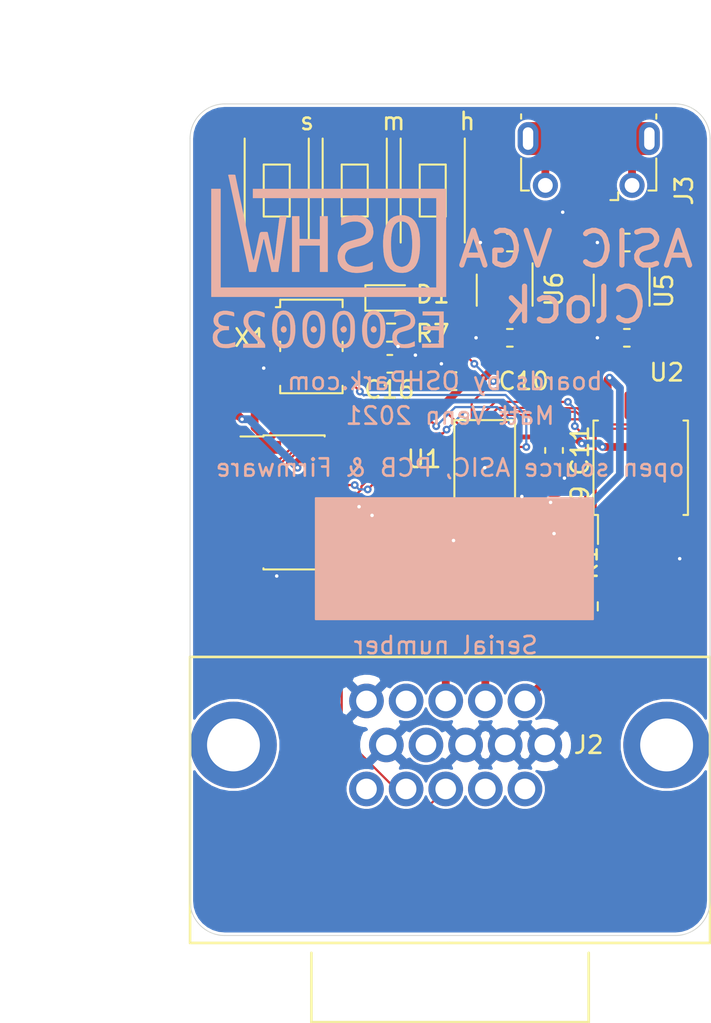
<source format=kicad_pcb>
(kicad_pcb (version 20171130) (host pcbnew 5.1.10-88a1d61d58~88~ubuntu20.04.1)

  (general
    (thickness 1.6)
    (drawings 24)
    (tracks 458)
    (zones 0)
    (modules 28)
    (nets 68)
  )

  (page A4)
  (title_block
    (title "Caravel Carrier")
    (date 2020-11-21)
    (rev 0.1)
    (company "Sam Littlewood")
  )

  (layers
    (0 F.Cu signal)
    (31 B.Cu signal)
    (32 B.Adhes user)
    (33 F.Adhes user)
    (34 B.Paste user)
    (35 F.Paste user)
    (36 B.SilkS user)
    (37 F.SilkS user)
    (38 B.Mask user)
    (39 F.Mask user)
    (40 Dwgs.User user)
    (41 Cmts.User user)
    (42 Eco1.User user)
    (43 Eco2.User user)
    (44 Edge.Cuts user)
    (45 Margin user)
    (46 B.CrtYd user)
    (47 F.CrtYd user)
    (48 B.Fab user)
    (49 F.Fab user hide)
  )

  (setup
    (last_trace_width 0.1016)
    (user_trace_width 0.0762)
    (user_trace_width 0.1016)
    (user_trace_width 0.127)
    (user_trace_width 0.25)
    (user_trace_width 0.28)
    (user_trace_width 0.45)
    (user_trace_width 0.5)
    (user_trace_width 0.6)
    (user_trace_width 1)
    (trace_clearance 0.0762)
    (zone_clearance 0.15)
    (zone_45_only no)
    (trace_min 0.0762)
    (via_size 0.45)
    (via_drill 0.2)
    (via_min_size 0.45)
    (via_min_drill 0.2)
    (user_via 0.45 0.2)
    (uvia_size 0.3)
    (uvia_drill 0.1)
    (uvias_allowed no)
    (uvia_min_size 0.2)
    (uvia_min_drill 0.1)
    (edge_width 0.05)
    (segment_width 0.2)
    (pcb_text_width 0.3)
    (pcb_text_size 1.5 1.5)
    (mod_edge_width 0.12)
    (mod_text_size 1 1)
    (mod_text_width 0.15)
    (pad_size 1.524 1.524)
    (pad_drill 0.762)
    (pad_to_mask_clearance 0.05)
    (aux_axis_origin 0 0)
    (grid_origin 68.73 80)
    (visible_elements FFFFFF7F)
    (pcbplotparams
      (layerselection 0x010fc_ffffffff)
      (usegerberextensions false)
      (usegerberattributes false)
      (usegerberadvancedattributes true)
      (creategerberjobfile true)
      (excludeedgelayer true)
      (linewidth 0.100000)
      (plotframeref false)
      (viasonmask false)
      (mode 1)
      (useauxorigin false)
      (hpglpennumber 1)
      (hpglpenspeed 20)
      (hpglpendiameter 15.000000)
      (psnegative false)
      (psa4output false)
      (plotreference true)
      (plotvalue true)
      (plotinvisibletext false)
      (padsonsilk false)
      (subtractmaskfromsilk false)
      (outputformat 1)
      (mirror false)
      (drillshape 0)
      (scaleselection 1)
      (outputdirectory "rev0.1/"))
  )

  (net 0 "")
  (net 1 GND)
  (net 2 +5V)
  (net 3 vccd)
  (net 4 vdda)
  (net 5 flash_io0)
  (net 6 flash_csb)
  (net 7 resetb)
  (net 8 mprj_io[2])
  (net 9 mprj_io[1])
  (net 10 flash_io1)
  (net 11 clock)
  (net 12 mprj_io[4])
  (net 13 mprj_io[3])
  (net 14 flash_clk)
  (net 15 mprj_io[6])
  (net 16 mprj_io[5])
  (net 17 mprj_io[0])
  (net 18 mprj_io[8])
  (net 19 mprj_io[7])
  (net 20 mprj_io[10])
  (net 21 mprj_io[9])
  (net 22 mprj_io[12])
  (net 23 mprj_io[11])
  (net 24 mprj_io[13])
  (net 25 mprj_io[14])
  (net 26 mprj_io[17])
  (net 27 mprj_io[15])
  (net 28 mprj_io[16])
  (net 29 mprj_io[18])
  (net 30 "Net-(U6-Pad4)")
  (net 31 "Net-(X1-Pad1)")
  (net 32 "Net-(U2-Pad7)")
  (net 33 "Net-(U2-Pad3)")
  (net 34 "Net-(U5-Pad4)")
  (net 35 /red)
  (net 36 /green)
  (net 37 /blue)
  (net 38 "Net-(J2-Pad4)")
  (net 39 "Net-(J2-Pad9)")
  (net 40 "Net-(J2-Pad11)")
  (net 41 "Net-(J2-Pad12)")
  (net 42 "Net-(J2-Pad15)")
  (net 43 "Net-(J3-Pad6)")
  (net 44 "Net-(J3-Pad4)")
  (net 45 "Net-(J3-Pad3)")
  (net 46 "Net-(J3-Pad2)")
  (net 47 "Net-(U1-PadB9)")
  (net 48 "Net-(U1-PadA9)")
  (net 49 "Net-(U1-PadC8)")
  (net 50 "Net-(U1-PadB8)")
  (net 51 "Net-(U1-PadA8)")
  (net 52 "Net-(U1-PadA7)")
  (net 53 "Net-(U1-PadB6)")
  (net 54 "Net-(U1-PadA6)")
  (net 55 "Net-(U1-PadB5)")
  (net 56 "Net-(U1-PadA5)")
  (net 57 "Net-(U1-PadB4)")
  (net 58 "Net-(U1-PadA4)")
  (net 59 "Net-(U1-PadC3)")
  (net 60 "Net-(U1-PadA3)")
  (net 61 "Net-(U1-PadC2)")
  (net 62 "Net-(U1-PadB2)")
  (net 63 "Net-(U1-PadC1)")
  (net 64 "Net-(U1-PadB1)")
  (net 65 "Net-(U1-PadA1)")
  (net 66 "Net-(D1-Pad1)")
  (net 67 gpio)

  (net_class Default "This is the default net class."
    (clearance 0.0762)
    (trace_width 0.1016)
    (via_dia 0.45)
    (via_drill 0.2)
    (uvia_dia 0.3)
    (uvia_drill 0.1)
    (add_net +5V)
    (add_net /blue)
    (add_net /green)
    (add_net /red)
    (add_net GND)
    (add_net "Net-(D1-Pad1)")
    (add_net "Net-(J2-Pad11)")
    (add_net "Net-(J2-Pad12)")
    (add_net "Net-(J2-Pad15)")
    (add_net "Net-(J2-Pad4)")
    (add_net "Net-(J2-Pad9)")
    (add_net "Net-(J3-Pad2)")
    (add_net "Net-(J3-Pad3)")
    (add_net "Net-(J3-Pad4)")
    (add_net "Net-(J3-Pad6)")
    (add_net "Net-(U1-PadA1)")
    (add_net "Net-(U1-PadA3)")
    (add_net "Net-(U1-PadA4)")
    (add_net "Net-(U1-PadA5)")
    (add_net "Net-(U1-PadA6)")
    (add_net "Net-(U1-PadA7)")
    (add_net "Net-(U1-PadA8)")
    (add_net "Net-(U1-PadA9)")
    (add_net "Net-(U1-PadB1)")
    (add_net "Net-(U1-PadB2)")
    (add_net "Net-(U1-PadB4)")
    (add_net "Net-(U1-PadB5)")
    (add_net "Net-(U1-PadB6)")
    (add_net "Net-(U1-PadB8)")
    (add_net "Net-(U1-PadB9)")
    (add_net "Net-(U1-PadC1)")
    (add_net "Net-(U1-PadC2)")
    (add_net "Net-(U1-PadC3)")
    (add_net "Net-(U1-PadC8)")
    (add_net "Net-(U2-Pad3)")
    (add_net "Net-(U2-Pad7)")
    (add_net "Net-(U5-Pad4)")
    (add_net "Net-(U6-Pad4)")
    (add_net "Net-(X1-Pad1)")
    (add_net clock)
    (add_net flash_clk)
    (add_net flash_csb)
    (add_net flash_io0)
    (add_net flash_io1)
    (add_net gpio)
    (add_net mprj_io[0])
    (add_net mprj_io[10])
    (add_net mprj_io[11])
    (add_net mprj_io[12])
    (add_net mprj_io[13])
    (add_net mprj_io[14])
    (add_net mprj_io[15])
    (add_net mprj_io[16])
    (add_net mprj_io[17])
    (add_net mprj_io[18])
    (add_net mprj_io[1])
    (add_net mprj_io[2])
    (add_net mprj_io[3])
    (add_net mprj_io[4])
    (add_net mprj_io[5])
    (add_net mprj_io[6])
    (add_net mprj_io[7])
    (add_net mprj_io[8])
    (add_net mprj_io[9])
    (add_net resetb)
    (add_net vccd)
    (add_net vdda)
  )

  (net_class Fanout ""
    (clearance 0.0762)
    (trace_width 0.0762)
    (via_dia 0.45)
    (via_drill 0.2)
    (uvia_dia 0.3)
    (uvia_drill 0.1)
  )

  (module carrier:oshw-logo-small (layer B.Cu) (tedit 0) (tstamp 60FB3128)
    (at 42.73 69.5 180)
    (fp_text reference G*** (at 0 0) (layer B.SilkS) hide
      (effects (font (size 1.524 1.524) (thickness 0.3)) (justify mirror))
    )
    (fp_text value LOGO (at 0.75 0) (layer B.SilkS) hide
      (effects (font (size 1.524 1.524) (thickness 0.3)) (justify mirror))
    )
    (fp_poly (pts (xy -4.134851 -2.451023) (xy -4.111745 -2.45493) (xy -3.971171 -2.482026) (xy -3.877248 -2.507696)
      (xy -3.820687 -2.538037) (xy -3.792198 -2.579147) (xy -3.782493 -2.637123) (xy -3.781778 -2.67153)
      (xy -3.783229 -2.745688) (xy -3.786887 -2.789136) (xy -3.788833 -2.79387) (xy -3.816433 -2.78392)
      (xy -3.881697 -2.758036) (xy -3.965222 -2.723984) (xy -4.138207 -2.671596) (xy -4.301314 -2.656866)
      (xy -4.447767 -2.676355) (xy -4.570792 -2.726624) (xy -4.663614 -2.804231) (xy -4.719456 -2.90574)
      (xy -4.731544 -3.027709) (xy -4.716214 -3.105218) (xy -4.689737 -3.170337) (xy -4.648368 -3.222245)
      (xy -4.583173 -3.266145) (xy -4.485218 -3.307239) (xy -4.345567 -3.350731) (xy -4.249246 -3.37716)
      (xy -4.043738 -3.442797) (xy -3.889029 -3.519318) (xy -3.779706 -3.61247) (xy -3.710358 -3.728005)
      (xy -3.675573 -3.871671) (xy -3.668889 -3.993722) (xy -3.688043 -4.184237) (xy -3.746555 -4.336297)
      (xy -3.845996 -4.451343) (xy -3.987939 -4.530816) (xy -4.173956 -4.576156) (xy -4.317498 -4.587947)
      (xy -4.437472 -4.590153) (xy -4.54325 -4.588826) (xy -4.616337 -4.584291) (xy -4.628444 -4.582487)
      (xy -4.697894 -4.56564) (xy -4.791412 -4.538845) (xy -4.833055 -4.525856) (xy -4.967111 -4.482797)
      (xy -4.967111 -4.343954) (xy -4.964955 -4.264177) (xy -4.959453 -4.213971) (xy -4.955319 -4.205112)
      (xy -4.925813 -4.216773) (xy -4.861317 -4.247019) (xy -4.793811 -4.280309) (xy -4.664042 -4.329194)
      (xy -4.51329 -4.361164) (xy -4.360801 -4.374251) (xy -4.225821 -4.366488) (xy -4.148696 -4.346235)
      (xy -4.028193 -4.268883) (xy -3.951711 -4.157611) (xy -3.923011 -4.018057) (xy -3.922889 -4.007556)
      (xy -3.942471 -3.874239) (xy -4.003962 -3.772648) (xy -4.111481 -3.698031) (xy -4.227368 -3.656202)
      (xy -4.405104 -3.606612) (xy -4.537786 -3.567132) (xy -4.635075 -3.533992) (xy -4.706629 -3.503425)
      (xy -4.762107 -3.471662) (xy -4.811168 -3.434935) (xy -4.825573 -3.422818) (xy -4.928876 -3.299627)
      (xy -4.982497 -3.150551) (xy -4.985598 -2.977995) (xy -4.984263 -2.967702) (xy -4.93474 -2.791633)
      (xy -4.841853 -2.6477) (xy -4.710511 -2.538786) (xy -4.545623 -2.467778) (xy -4.3521 -2.437562)
      (xy -4.134851 -2.451023)) (layer B.SilkS) (width 0.01))
    (fp_poly (pts (xy -2.418676 -2.456601) (xy -2.277615 -2.528919) (xy -2.153118 -2.643821) (xy -2.052797 -2.801271)
      (xy -2.004552 -2.925139) (xy -1.955181 -3.140766) (xy -1.929733 -3.379116) (xy -1.927739 -3.624629)
      (xy -1.948729 -3.861741) (xy -1.992233 -4.074892) (xy -2.043619 -4.219223) (xy -2.14607 -4.385396)
      (xy -2.278641 -4.506648) (xy -2.435379 -4.580188) (xy -2.610331 -4.603222) (xy -2.797545 -4.572959)
      (xy -2.797674 -4.57292) (xy -2.935682 -4.502038) (xy -3.054198 -4.380156) (xy -3.132761 -4.248211)
      (xy -3.204491 -4.050112) (xy -3.249869 -3.816767) (xy -3.258429 -3.698903) (xy -2.984623 -3.698903)
      (xy -2.960421 -3.938205) (xy -2.911238 -4.126892) (xy -2.837074 -4.264965) (xy -2.737928 -4.352423)
      (xy -2.726081 -4.358664) (xy -2.610556 -4.386779) (xy -2.487754 -4.368054) (xy -2.42311 -4.337174)
      (xy -2.342171 -4.254996) (xy -2.279144 -4.123078) (xy -2.234973 -3.945512) (xy -2.210602 -3.726393)
      (xy -2.206974 -3.469815) (xy -2.209044 -3.408985) (xy -2.22056 -3.211185) (xy -2.238025 -3.059571)
      (xy -2.264132 -2.943979) (xy -2.301579 -2.854246) (xy -2.353059 -2.780206) (xy -2.384864 -2.745936)
      (xy -2.45872 -2.683797) (xy -2.531127 -2.657129) (xy -2.596444 -2.652889) (xy -2.684801 -2.662087)
      (xy -2.754678 -2.697991) (xy -2.808024 -2.745936) (xy -2.867522 -2.815943) (xy -2.911641 -2.896568)
      (xy -2.943074 -2.997976) (xy -2.964519 -3.130329) (xy -2.978669 -3.303793) (xy -2.983845 -3.408985)
      (xy -2.984623 -3.698903) (xy -3.258429 -3.698903) (xy -3.268289 -3.563163) (xy -3.259145 -3.304285)
      (xy -3.221832 -3.055119) (xy -3.186484 -2.91914) (xy -3.105937 -2.735137) (xy -2.99627 -2.593951)
      (xy -2.865096 -2.495543) (xy -2.72003 -2.439874) (xy -2.568685 -2.426906) (xy -2.418676 -2.456601)) (layer B.SilkS) (width 0.01))
    (fp_poly (pts (xy -0.693698 -2.460648) (xy -0.554686 -2.518772) (xy -0.438227 -2.620843) (xy -0.338804 -2.771276)
      (xy -0.275112 -2.91091) (xy -0.251257 -2.977455) (xy -0.234455 -3.045851) (xy -0.223475 -3.127823)
      (xy -0.217085 -3.235096) (xy -0.214054 -3.379396) (xy -0.213299 -3.499556) (xy -0.216161 -3.726071)
      (xy -0.227803 -3.907021) (xy -0.250427 -4.052903) (xy -0.286233 -4.174211) (xy -0.337422 -4.281441)
      (xy -0.396113 -4.371349) (xy -0.513829 -4.488301) (xy -0.661626 -4.565112) (xy -0.827052 -4.598752)
      (xy -0.997657 -4.586189) (xy -1.116774 -4.546803) (xy -1.252761 -4.455366) (xy -1.366421 -4.31851)
      (xy -1.450512 -4.145212) (xy -1.457523 -4.124681) (xy -1.478776 -4.048492) (xy -1.49364 -3.963148)
      (xy -1.503097 -3.857162) (xy -1.508127 -3.719046) (xy -1.509713 -3.537313) (xy -1.509719 -3.513667)
      (xy -1.509581 -3.499556) (xy -1.252339 -3.499556) (xy -1.249672 -3.699464) (xy -1.241028 -3.864754)
      (xy -1.226967 -3.987063) (xy -1.216403 -4.035519) (xy -1.151573 -4.19246) (xy -1.064271 -4.305203)
      (xy -0.959705 -4.3709) (xy -0.843081 -4.386707) (xy -0.719605 -4.349775) (xy -0.681749 -4.32782)
      (xy -0.611777 -4.252529) (xy -0.555089 -4.132405) (xy -0.512034 -3.977557) (xy -0.482965 -3.798095)
      (xy -0.46823 -3.604129) (xy -0.468182 -3.405768) (xy -0.48317 -3.213122) (xy -0.513546 -3.036301)
      (xy -0.559661 -2.885415) (xy -0.621864 -2.770572) (xy -0.627475 -2.763333) (xy -0.717723 -2.691044)
      (xy -0.831456 -2.65642) (xy -0.949462 -2.661871) (xy -1.052526 -2.709808) (xy -1.05274 -2.709976)
      (xy -1.102705 -2.76761) (xy -1.155674 -2.856584) (xy -1.188342 -2.928698) (xy -1.214011 -3.00149)
      (xy -1.231778 -3.073996) (xy -1.243071 -3.158961) (xy -1.24932 -3.26913) (xy -1.251954 -3.41725)
      (xy -1.252339 -3.499556) (xy -1.509581 -3.499556) (xy -1.507685 -3.306272) (xy -1.500325 -3.144368)
      (xy -1.485488 -3.017091) (xy -1.461024 -2.913578) (xy -1.424783 -2.822965) (xy -1.374614 -2.734387)
      (xy -1.347227 -2.692748) (xy -1.2331 -2.562236) (xy -1.097627 -2.480967) (xy -0.932807 -2.444818)
      (xy -0.860778 -2.442054) (xy -0.693698 -2.460648)) (layer B.SilkS) (width 0.01))
    (fp_poly (pts (xy 1.067568 -2.469422) (xy 1.215159 -2.553412) (xy 1.340708 -2.683378) (xy 1.437682 -2.85674)
      (xy 1.442412 -2.868372) (xy 1.467357 -2.935789) (xy 1.485165 -3.000599) (xy 1.497039 -3.074172)
      (xy 1.504179 -3.167877) (xy 1.507789 -3.293083) (xy 1.509071 -3.461159) (xy 1.509152 -3.499556)
      (xy 1.506116 -3.731375) (xy 1.494846 -3.916517) (xy 1.473319 -4.064407) (xy 1.439517 -4.18447)
      (xy 1.391418 -4.286131) (xy 1.327003 -4.378813) (xy 1.318409 -4.389382) (xy 1.190811 -4.502062)
      (xy 1.035299 -4.572875) (xy 0.864686 -4.599033) (xy 0.691784 -4.57775) (xy 0.601464 -4.545318)
      (xy 0.478347 -4.460895) (xy 0.370396 -4.330814) (xy 0.2854 -4.165378) (xy 0.260316 -4.094023)
      (xy 0.234896 -3.973858) (xy 0.217912 -3.814863) (xy 0.209293 -3.632076) (xy 0.209034 -3.478975)
      (xy 0.466918 -3.478975) (xy 0.472258 -3.694775) (xy 0.494119 -3.895404) (xy 0.531074 -4.066779)
      (xy 0.572273 -4.176889) (xy 0.654889 -4.296283) (xy 0.756774 -4.367163) (xy 0.870736 -4.387306)
      (xy 0.989583 -4.354489) (xy 1.042286 -4.322182) (xy 1.125573 -4.229629) (xy 1.190647 -4.089182)
      (xy 1.236176 -3.906811) (xy 1.260825 -3.688484) (xy 1.263263 -3.440169) (xy 1.258938 -3.352214)
      (xy 1.23128 -3.11136) (xy 1.182115 -2.92043) (xy 1.111808 -2.780106) (xy 1.020726 -2.69107)
      (xy 0.909236 -2.654006) (xy 0.883793 -2.652889) (xy 0.760354 -2.67176) (xy 0.661395 -2.730593)
      (xy 0.584705 -2.83272) (xy 0.528073 -2.981472) (xy 0.489288 -3.180179) (xy 0.479527 -3.262086)
      (xy 0.466918 -3.478975) (xy 0.209034 -3.478975) (xy 0.208968 -3.440537) (xy 0.216867 -3.255286)
      (xy 0.232918 -3.09136) (xy 0.257051 -2.963801) (xy 0.265773 -2.935112) (xy 0.34795 -2.745407)
      (xy 0.446735 -2.606713) (xy 0.557885 -2.519104) (xy 0.732397 -2.449688) (xy 0.904469 -2.433987)
      (xy 1.067568 -2.469422)) (layer B.SilkS) (width 0.01))
    (fp_poly (pts (xy 2.774213 -2.456601) (xy 2.915274 -2.528919) (xy 3.039771 -2.643821) (xy 3.140092 -2.801271)
      (xy 3.188337 -2.925139) (xy 3.237708 -3.140766) (xy 3.263155 -3.379116) (xy 3.265149 -3.624629)
      (xy 3.24416 -3.861741) (xy 3.200656 -4.074892) (xy 3.14927 -4.219223) (xy 3.046818 -4.385396)
      (xy 2.914248 -4.506648) (xy 2.75751 -4.580188) (xy 2.582558 -4.603222) (xy 2.395344 -4.572959)
      (xy 2.395215 -4.57292) (xy 2.257207 -4.502038) (xy 2.138691 -4.380156) (xy 2.060128 -4.248211)
      (xy 1.988398 -4.050112) (xy 1.94302 -3.816767) (xy 1.93446 -3.698903) (xy 2.208265 -3.698903)
      (xy 2.232468 -3.938205) (xy 2.281651 -4.126892) (xy 2.355815 -4.264965) (xy 2.45496 -4.352423)
      (xy 2.466807 -4.358664) (xy 2.582333 -4.386779) (xy 2.705135 -4.368054) (xy 2.769779 -4.337174)
      (xy 2.850718 -4.254996) (xy 2.913745 -4.123078) (xy 2.957916 -3.945512) (xy 2.982287 -3.726393)
      (xy 2.985915 -3.469815) (xy 2.983845 -3.408985) (xy 2.972329 -3.211185) (xy 2.954864 -3.059571)
      (xy 2.928756 -2.943979) (xy 2.89131 -2.854246) (xy 2.839829 -2.780206) (xy 2.808024 -2.745936)
      (xy 2.734169 -2.683797) (xy 2.661762 -2.657129) (xy 2.596445 -2.652889) (xy 2.508088 -2.662087)
      (xy 2.438211 -2.697991) (xy 2.384865 -2.745936) (xy 2.325367 -2.815943) (xy 2.281248 -2.896568)
      (xy 2.249815 -2.997976) (xy 2.22837 -3.130329) (xy 2.21422 -3.303793) (xy 2.209044 -3.408985)
      (xy 2.208265 -3.698903) (xy 1.93446 -3.698903) (xy 1.9246 -3.563163) (xy 1.933744 -3.304285)
      (xy 1.971057 -3.055119) (xy 2.006405 -2.91914) (xy 2.086952 -2.735137) (xy 2.196619 -2.593951)
      (xy 2.327793 -2.495543) (xy 2.472859 -2.439874) (xy 2.624204 -2.426906) (xy 2.774213 -2.456601)) (layer B.SilkS) (width 0.01))
    (fp_poly (pts (xy 6.279709 -2.483959) (xy 6.438911 -2.572279) (xy 6.494192 -2.621107) (xy 6.587798 -2.747286)
      (xy 6.638627 -2.887731) (xy 6.647752 -3.031366) (xy 6.616248 -3.167116) (xy 6.54519 -3.283903)
      (xy 6.435652 -3.370652) (xy 6.420749 -3.378148) (xy 6.347868 -3.418192) (xy 6.327498 -3.448688)
      (xy 6.358474 -3.477556) (xy 6.403129 -3.498183) (xy 6.510911 -3.566506) (xy 6.605294 -3.667374)
      (xy 6.658649 -3.762449) (xy 6.676157 -3.837424) (xy 6.686974 -3.938901) (xy 6.688667 -3.993445)
      (xy 6.676471 -4.148943) (xy 6.635725 -4.270537) (xy 6.560189 -4.376167) (xy 6.552816 -4.384085)
      (xy 6.43994 -4.481063) (xy 6.310549 -4.54462) (xy 6.151223 -4.579874) (xy 6.011334 -4.590573)
      (xy 5.898527 -4.593285) (xy 5.806822 -4.593141) (xy 5.751268 -4.590252) (xy 5.743222 -4.588639)
      (xy 5.701838 -4.577639) (xy 5.624157 -4.559998) (xy 5.552722 -4.544875) (xy 5.390445 -4.511508)
      (xy 5.390445 -4.243285) (xy 5.595056 -4.312037) (xy 5.761447 -4.353399) (xy 5.929618 -4.369789)
      (xy 6.084242 -4.361344) (xy 6.209991 -4.3282) (xy 6.251675 -4.306188) (xy 6.352971 -4.209154)
      (xy 6.414325 -4.085293) (xy 6.432624 -3.949132) (xy 6.40476 -3.8152) (xy 6.370604 -3.750674)
      (xy 6.273237 -3.64667) (xy 6.144272 -3.582974) (xy 5.977834 -3.556969) (xy 5.933722 -3.556044)
      (xy 5.757334 -3.556) (xy 5.757334 -3.330223) (xy 5.911985 -3.330223) (xy 6.06448 -3.315608)
      (xy 6.197868 -3.275244) (xy 6.298076 -3.21435) (xy 6.334211 -3.1736) (xy 6.370508 -3.074466)
      (xy 6.373975 -2.954727) (xy 6.34441 -2.839833) (xy 6.336973 -2.824319) (xy 6.273964 -2.754109)
      (xy 6.173706 -2.696562) (xy 6.05528 -2.660704) (xy 5.975485 -2.653306) (xy 5.89561 -2.660867)
      (xy 5.783803 -2.679956) (xy 5.662217 -2.705959) (xy 5.553007 -2.734264) (xy 5.494474 -2.753478)
      (xy 5.463216 -2.759271) (xy 5.450245 -2.736179) (xy 5.450629 -2.672093) (xy 5.452141 -2.649545)
      (xy 5.459828 -2.5765) (xy 5.479247 -2.535657) (xy 5.52522 -2.51127) (xy 5.602111 -2.490235)
      (xy 5.861558 -2.442974) (xy 6.087341 -2.44087) (xy 6.279709 -2.483959)) (layer B.SilkS) (width 0.01))
    (fp_poly (pts (xy -5.418666 -2.709334) (xy -6.378222 -2.709334) (xy -6.378222 -3.330223) (xy -5.446889 -3.330223)
      (xy -5.446889 -3.554602) (xy -6.364111 -3.570112) (xy -6.364111 -4.332112) (xy -5.877278 -4.339833)
      (xy -5.390444 -4.347555) (xy -5.390444 -4.572) (xy -6.632222 -4.572) (xy -6.632222 -2.483556)
      (xy -5.418666 -2.483556) (xy -5.418666 -2.709334)) (layer B.SilkS) (width 0.01))
    (fp_poly (pts (xy 4.404717 -2.447584) (xy 4.573111 -2.498798) (xy 4.714577 -2.584278) (xy 4.823004 -2.701341)
      (xy 4.892284 -2.847304) (xy 4.916311 -3.017179) (xy 4.912134 -3.108927) (xy 4.896929 -3.194574)
      (xy 4.866686 -3.280452) (xy 4.817396 -3.372892) (xy 4.745049 -3.478225) (xy 4.645635 -3.602783)
      (xy 4.515145 -3.752898) (xy 4.349568 -3.934901) (xy 4.303663 -3.984571) (xy 4.201671 -4.095979)
      (xy 4.114869 -4.193261) (xy 4.049878 -4.268798) (xy 4.013319 -4.314975) (xy 4.007728 -4.325056)
      (xy 4.034339 -4.3321) (xy 4.108095 -4.338151) (xy 4.2197 -4.342787) (xy 4.359857 -4.345584)
      (xy 4.473222 -4.346223) (xy 4.938889 -4.346223) (xy 4.938889 -4.572) (xy 3.668889 -4.572)
      (xy 3.668889 -4.458976) (xy 3.671248 -4.415895) (xy 3.681868 -4.375021) (xy 3.706063 -4.328933)
      (xy 3.749149 -4.270209) (xy 3.816441 -4.191428) (xy 3.913252 -4.085169) (xy 4.014216 -3.976794)
      (xy 4.199059 -3.776121) (xy 4.346127 -3.609134) (xy 4.459037 -3.471146) (xy 4.541406 -3.35747)
      (xy 4.596851 -3.263416) (xy 4.62899 -3.184297) (xy 4.630914 -3.177562) (xy 4.647214 -3.034585)
      (xy 4.623431 -2.893909) (xy 4.582381 -2.806378) (xy 4.519693 -2.748078) (xy 4.423194 -2.696685)
      (xy 4.315432 -2.662254) (xy 4.239818 -2.653618) (xy 4.17549 -2.663767) (xy 4.075816 -2.689938)
      (xy 3.95773 -2.726882) (xy 3.83817 -2.769348) (xy 3.7465 -2.806538) (xy 3.7163 -2.812747)
      (xy 3.701647 -2.788683) (xy 3.697236 -2.722754) (xy 3.697111 -2.698621) (xy 3.700609 -2.617341)
      (xy 3.719268 -2.571737) (xy 3.765335 -2.541117) (xy 3.799056 -2.526385) (xy 4.01158 -2.458695)
      (xy 4.215504 -2.433322) (xy 4.404717 -2.447584)) (layer B.SilkS) (width 0.01))
    (fp_poly (pts (xy 4.374445 4.064) (xy -6.208889 4.064) (xy -6.208889 -1.100667) (xy 6.237111 -1.100667)
      (xy 6.237111 4.600222) (xy 6.773334 4.600222) (xy 6.773334 -1.636889) (xy -6.773333 -1.636889)
      (xy -6.773333 4.600222) (xy 4.374445 4.600222) (xy 4.374445 4.064)) (layer B.SilkS) (width 0.01))
    (fp_poly (pts (xy -3.964077 3.052505) (xy -3.753652 2.981479) (xy -3.573946 2.863327) (xy -3.425069 2.698235)
      (xy -3.30713 2.486386) (xy -3.220238 2.227965) (xy -3.164503 1.923157) (xy -3.140034 1.572146)
      (xy -3.142073 1.284111) (xy -3.150576 1.115572) (xy -3.1635 0.948786) (xy -3.179256 0.80051)
      (xy -3.196256 0.6875) (xy -3.200743 0.665693) (xy -3.281991 0.397537) (xy -3.395097 0.173048)
      (xy -3.538998 -0.006215) (xy -3.712631 -0.138691) (xy -3.768857 -0.168357) (xy -3.915506 -0.217341)
      (xy -4.093089 -0.244583) (xy -4.280085 -0.249186) (xy -4.454972 -0.230252) (xy -4.561694 -0.201401)
      (xy -4.74599 -0.11133) (xy -4.900035 0.012497) (xy -5.025294 0.173128) (xy -5.123229 0.373606)
      (xy -5.195305 0.61698) (xy -5.242984 0.906293) (xy -5.26773 1.244592) (xy -5.268635 1.27)
      (xy -5.267563 1.523421) (xy -4.821235 1.523421) (xy -4.820822 1.278799) (xy -4.806087 1.037166)
      (xy -4.77561 0.773252) (xy -4.731175 0.560109) (xy -4.67071 0.39333) (xy -4.592141 0.268508)
      (xy -4.493396 0.181236) (xy -4.379128 0.129128) (xy -4.285887 0.101543) (xy -4.221918 0.090192)
      (xy -4.162468 0.094952) (xy -4.082788 0.115699) (xy -4.043018 0.127464) (xy -3.921122 0.180885)
      (xy -3.822061 0.264751) (xy -3.743486 0.383933) (xy -3.683046 0.543303) (xy -3.638391 0.747731)
      (xy -3.607171 1.00209) (xy -3.604135 1.037166) (xy -3.590581 1.290273) (xy -3.590556 1.54592)
      (xy -3.603172 1.792001) (xy -3.627545 2.016413) (xy -3.662788 2.207049) (xy -3.69867 2.328333)
      (xy -3.786135 2.499244) (xy -3.900974 2.623063) (xy -4.039633 2.697824) (xy -4.198559 2.721559)
      (xy -4.362528 2.695798) (xy -4.48345 2.64496) (xy -4.58159 2.566359) (xy -4.659508 2.454731)
      (xy -4.719765 2.304808) (xy -4.764921 2.111326) (xy -4.797536 1.869019) (xy -4.80534 1.785055)
      (xy -4.821235 1.523421) (xy -5.267563 1.523421) (xy -5.266987 1.659292) (xy -5.234442 2.001357)
      (xy -5.170989 2.296211) (xy -5.07662 2.54387) (xy -4.951325 2.74435) (xy -4.795095 2.897665)
      (xy -4.607921 3.003832) (xy -4.389793 3.062867) (xy -4.205111 3.076222) (xy -3.964077 3.052505)) (layer B.SilkS) (width 0.01))
    (fp_poly (pts (xy -1.199242 3.043535) (xy -0.963568 2.992264) (xy -0.945444 2.987063) (xy -0.719666 2.921)
      (xy -0.711424 2.702277) (xy -0.708935 2.599295) (xy -0.709728 2.522387) (xy -0.713587 2.485103)
      (xy -0.714925 2.483555) (xy -0.744249 2.496042) (xy -0.806124 2.527917) (xy -0.850167 2.551863)
      (xy -1.03782 2.635127) (xy -1.241707 2.690569) (xy -1.447348 2.716568) (xy -1.640262 2.711499)
      (xy -1.80597 2.67374) (xy -1.834444 2.66218) (xy -1.984355 2.569873) (xy -2.091637 2.448949)
      (xy -2.152699 2.307188) (xy -2.163954 2.152372) (xy -2.131962 2.017061) (xy -2.089488 1.92986)
      (xy -2.030956 1.861706) (xy -1.946352 1.805974) (xy -1.825662 1.756044) (xy -1.661725 1.706082)
      (xy -1.455649 1.648553) (xy -1.295809 1.602472) (xy -1.17386 1.564897) (xy -1.081458 1.532888)
      (xy -1.010259 1.503505) (xy -0.951919 1.473807) (xy -0.898092 1.440853) (xy -0.885563 1.432564)
      (xy -0.735598 1.30019) (xy -0.623283 1.134862) (xy -0.549483 0.946439) (xy -0.515063 0.744778)
      (xy -0.52089 0.539738) (xy -0.567828 0.341178) (xy -0.656743 0.158955) (xy -0.762255 0.027967)
      (xy -0.919952 -0.091787) (xy -1.117248 -0.179634) (xy -1.346396 -0.234401) (xy -1.599652 -0.254913)
      (xy -1.86927 -0.239996) (xy -2.147503 -0.188478) (xy -2.163548 -0.184392) (xy -2.313067 -0.145327)
      (xy -2.41664 -0.113438) (xy -2.482691 -0.080741) (xy -2.519645 -0.03925) (xy -2.535925 0.019018)
      (xy -2.539957 0.102048) (xy -2.54 0.172397) (xy -2.54 0.399253) (xy -2.391833 0.314856)
      (xy -2.171421 0.209573) (xy -1.947016 0.139507) (xy -1.726796 0.104751) (xy -1.518938 0.105398)
      (xy -1.33162 0.141543) (xy -1.173021 0.213278) (xy -1.069229 0.29972) (xy -0.983197 0.431888)
      (xy -0.939603 0.582793) (xy -0.938042 0.738977) (xy -0.978113 0.886981) (xy -1.059413 1.013347)
      (xy -1.091516 1.044791) (xy -1.138218 1.080467) (xy -1.19708 1.113421) (xy -1.275921 1.146407)
      (xy -1.38256 1.182179) (xy -1.524817 1.223494) (xy -1.710512 1.273105) (xy -1.819069 1.301108)
      (xy -2.066891 1.383838) (xy -2.264993 1.492771) (xy -2.413991 1.628581) (xy -2.514506 1.79194)
      (xy -2.567155 1.983522) (xy -2.575998 2.124183) (xy -2.549289 2.362383) (xy -2.474811 2.571868)
      (xy -2.355005 2.749515) (xy -2.192316 2.8922) (xy -1.989184 2.996798) (xy -1.862666 3.036566)
      (xy -1.666426 3.066638) (xy -1.439406 3.068643) (xy -1.199242 3.043535)) (layer B.SilkS) (width 0.01))
    (fp_poly (pts (xy 0.508 1.692188) (xy 1.679222 1.707444) (xy 1.686798 2.363611) (xy 1.694374 3.019777)
      (xy 2.116667 3.019777) (xy 2.116667 -0.197556) (xy 1.693334 -0.197556) (xy 1.693334 1.326444)
      (xy 0.508 1.326444) (xy 0.508 -0.197556) (xy 0.056445 -0.197556) (xy 0.056445 3.019777)
      (xy 0.508 3.019777) (xy 0.508 1.692188)) (layer B.SilkS) (width 0.01))
    (fp_poly (pts (xy 5.70606 5.415582) (xy 5.775752 5.407284) (xy 5.801859 5.395206) (xy 5.801205 5.392934)
      (xy 5.788916 5.355322) (xy 5.767812 5.272111) (xy 5.740109 5.153055) (xy 5.708022 5.007912)
      (xy 5.673764 4.846437) (xy 5.643667 4.699) (xy 5.627078 4.619282) (xy 5.60252 4.504986)
      (xy 5.57441 4.376603) (xy 5.564545 4.332111) (xy 5.538451 4.213627) (xy 5.504305 4.05681)
      (xy 5.465763 3.878545) (xy 5.426481 3.695714) (xy 5.408683 3.612444) (xy 5.36999 3.431729)
      (xy 5.329987 3.246043) (xy 5.292444 3.072802) (xy 5.261126 2.929418) (xy 5.249932 2.878666)
      (xy 5.22011 2.743139) (xy 5.183263 2.574278) (xy 5.144149 2.393952) (xy 5.10871 2.229555)
      (xy 5.071958 2.058904) (xy 5.032947 1.878616) (xy 4.99642 1.710556) (xy 4.967964 1.580444)
      (xy 4.935476 1.43178) (xy 4.901183 1.273469) (xy 4.8712 1.133775) (xy 4.86416 1.100666)
      (xy 4.835543 0.966883) (xy 4.805118 0.826532) (xy 4.781612 0.719666) (xy 4.761144 0.625961)
      (xy 4.732852 0.49412) (xy 4.70039 0.341273) (xy 4.667414 0.184552) (xy 4.665706 0.176388)
      (xy 4.58748 -0.197556) (xy 4.382184 -0.197556) (xy 4.276271 -0.196337) (xy 4.214802 -0.190284)
      (xy 4.185793 -0.175802) (xy 4.177258 -0.149295) (xy 4.176889 -0.135978) (xy 4.170065 -0.079568)
      (xy 4.152044 0.012777) (xy 4.126498 0.122542) (xy 4.122289 0.139189) (xy 4.095198 0.249182)
      (xy 4.060439 0.396132) (xy 4.022253 0.561822) (xy 3.984885 0.728037) (xy 3.980495 0.747888)
      (xy 3.94342 0.91309) (xy 3.904849 1.08022) (xy 3.869068 1.23099) (xy 3.840361 1.34711)
      (xy 3.837539 1.358061) (xy 3.810747 1.468837) (xy 3.790994 1.564689) (xy 3.781977 1.627372)
      (xy 3.781778 1.633228) (xy 3.770608 1.68104) (xy 3.753556 1.693333) (xy 3.726069 1.683326)
      (xy 3.725334 1.680394) (xy 3.719357 1.649548) (xy 3.702831 1.573005) (xy 3.677858 1.460073)
      (xy 3.646544 1.320062) (xy 3.610991 1.162283) (xy 3.573304 0.996044) (xy 3.535587 0.830656)
      (xy 3.499944 0.675428) (xy 3.468479 0.53967) (xy 3.444428 0.437444) (xy 3.410593 0.294551)
      (xy 3.374012 0.138862) (xy 3.343296 0.007055) (xy 3.29592 -0.197556) (xy 2.910348 -0.197556)
      (xy 2.893245 -0.0635) (xy 2.88212 0.017552) (xy 2.864641 0.137832) (xy 2.843247 0.280812)
      (xy 2.821406 0.423333) (xy 2.791713 0.616053) (xy 2.762322 0.809855) (xy 2.731391 1.017132)
      (xy 2.697075 1.250277) (xy 2.657532 1.521684) (xy 2.638787 1.651) (xy 2.614507 1.815758)
      (xy 2.58562 2.007381) (xy 2.556501 2.197009) (xy 2.540377 2.300111) (xy 2.517449 2.447971)
      (xy 2.49611 2.590237) (xy 2.47895 2.709374) (xy 2.469518 2.779888) (xy 2.456483 2.872565)
      (xy 2.443167 2.947486) (xy 2.437713 2.970388) (xy 2.436268 2.996255) (xy 2.458016 3.011172)
      (xy 2.513812 3.018043) (xy 2.614508 3.019774) (xy 2.622227 3.019777) (xy 2.726808 3.018295)
      (xy 2.788028 3.011244) (xy 2.818946 2.994719) (xy 2.832623 2.964815) (xy 2.834568 2.956277)
      (xy 2.842552 2.910254) (xy 2.853985 2.830627) (xy 2.869202 2.714617) (xy 2.888538 2.559444)
      (xy 2.912328 2.362328) (xy 2.940907 2.12049) (xy 2.97461 1.83115) (xy 3.013772 1.491529)
      (xy 3.058728 1.098846) (xy 3.063352 1.058333) (xy 3.085704 0.864047) (xy 3.103091 0.718788)
      (xy 3.116723 0.615474) (xy 3.12781 0.547027) (xy 3.13756 0.506366) (xy 3.147183 0.486411)
      (xy 3.157889 0.480083) (xy 3.162168 0.479777) (xy 3.188544 0.498211) (xy 3.189111 0.502935)
      (xy 3.194797 0.538954) (xy 3.210078 0.616788) (xy 3.232287 0.723152) (xy 3.247188 0.792213)
      (xy 3.275834 0.92523) (xy 3.30274 1.053221) (xy 3.32357 1.15544) (xy 3.329393 1.185333)
      (xy 3.344874 1.263158) (xy 3.368779 1.379135) (xy 3.398048 1.518854) (xy 3.429621 1.667905)
      (xy 3.460438 1.811879) (xy 3.487439 1.936366) (xy 3.507566 2.026957) (xy 3.513926 2.054338)
      (xy 3.525346 2.086922) (xy 3.548532 2.105512) (xy 3.596102 2.113186) (xy 3.680672 2.113019)
      (xy 3.745385 2.110783) (xy 3.82456 2.108914) (xy 3.883431 2.105377) (xy 3.926589 2.092887)
      (xy 3.958627 2.06416) (xy 3.984135 2.011914) (xy 4.007707 1.928863) (xy 4.033933 1.807726)
      (xy 4.067406 1.641217) (xy 4.079728 1.580444) (xy 4.111328 1.427056) (xy 4.142992 1.275883)
      (xy 4.17088 1.145108) (xy 4.189928 1.058333) (xy 4.215766 0.94262) (xy 4.246743 0.802168)
      (xy 4.276094 0.667657) (xy 4.302351 0.562393) (xy 4.326721 0.493528) (xy 4.345963 0.469764)
      (xy 4.349174 0.47144) (xy 4.362505 0.506417) (xy 4.385331 0.591361) (xy 4.416433 0.720821)
      (xy 4.454591 0.889344) (xy 4.498586 1.091479) (xy 4.547199 1.321776) (xy 4.59921 1.574781)
      (xy 4.628806 1.721555) (xy 4.64255 1.78881) (xy 4.665634 1.900266) (xy 4.695761 2.044892)
      (xy 4.730632 2.211656) (xy 4.76795 2.389528) (xy 4.769917 2.398888) (xy 4.807299 2.577037)
      (xy 4.842355 2.744652) (xy 4.872785 2.890702) (xy 4.896293 3.004158) (xy 4.91058 3.073987)
      (xy 4.911028 3.076222) (xy 4.925538 3.147325) (xy 4.949496 3.263225) (xy 4.980721 3.413486)
      (xy 5.017033 3.587673) (xy 5.056249 3.775348) (xy 5.096189 3.966076) (xy 5.13467 4.149421)
      (xy 5.169511 4.314946) (xy 5.198531 4.452216) (xy 5.20599 4.487333) (xy 5.244363 4.669023)
      (xy 5.2817 4.848154) (xy 5.316217 5.015928) (xy 5.346133 5.163553) (xy 5.369664 5.282231)
      (xy 5.385029 5.363167) (xy 5.390445 5.397454) (xy 5.41637 5.407558) (xy 5.484989 5.415049)
      (xy 5.582562 5.418561) (xy 5.603777 5.418666) (xy 5.70606 5.415582)) (layer B.SilkS) (width 0.01))
    (fp_poly (pts (xy -2.562248 -3.337671) (xy -2.518833 -3.359325) (xy -2.454038 -3.421303) (xy -2.42904 -3.501202)
      (xy -2.44026 -3.583438) (xy -2.484116 -3.652428) (xy -2.557028 -3.692587) (xy -2.596444 -3.697112)
      (xy -2.672671 -3.677512) (xy -2.721055 -3.643307) (xy -2.76071 -3.56209) (xy -2.757164 -3.470783)
      (xy -2.713978 -3.390905) (xy -2.674055 -3.359325) (xy -2.612495 -3.331999) (xy -2.562248 -3.337671)) (layer B.SilkS) (width 0.01))
    (fp_poly (pts (xy -0.816938 -3.349443) (xy -0.752139 -3.395678) (xy -0.699006 -3.45179) (xy -0.677333 -3.500128)
      (xy -0.693608 -3.558743) (xy -0.730978 -3.62744) (xy -0.772266 -3.674819) (xy -0.77328 -3.675513)
      (xy -0.849796 -3.696337) (xy -0.935341 -3.676932) (xy -0.987778 -3.640667) (xy -1.030476 -3.573433)
      (xy -1.044222 -3.513667) (xy -1.021195 -3.434313) (xy -0.964231 -3.36718) (xy -0.891507 -3.331813)
      (xy -0.873606 -3.330223) (xy -0.816938 -3.349443)) (layer B.SilkS) (width 0.01))
    (fp_poly (pts (xy 0.980939 -3.386363) (xy 0.982456 -3.387766) (xy 1.031401 -3.465449) (xy 1.035342 -3.550945)
      (xy 1.000509 -3.62842) (xy 0.933131 -3.682036) (xy 0.860778 -3.697112) (xy 0.787776 -3.677483)
      (xy 0.733778 -3.640667) (xy 0.68475 -3.564342) (xy 0.689442 -3.482845) (xy 0.735826 -3.404584)
      (xy 0.811679 -3.343404) (xy 0.895587 -3.33718) (xy 0.980939 -3.386363)) (layer B.SilkS) (width 0.01))
    (fp_poly (pts (xy 2.630641 -3.337671) (xy 2.674056 -3.359325) (xy 2.738851 -3.421303) (xy 2.763849 -3.501202)
      (xy 2.752629 -3.583438) (xy 2.708773 -3.652428) (xy 2.63586 -3.692587) (xy 2.596445 -3.697112)
      (xy 2.520218 -3.677512) (xy 2.471834 -3.643307) (xy 2.432179 -3.56209) (xy 2.435725 -3.470783)
      (xy 2.478911 -3.390905) (xy 2.518834 -3.359325) (xy 2.580394 -3.331999) (xy 2.630641 -3.337671)) (layer B.SilkS) (width 0.01))
  )

  (module carrier:db15 (layer F.Cu) (tedit 5B03EF3C) (tstamp 60E49CE7)
    (at 49.73 97 180)
    (path /60DF5BD9)
    (fp_text reference J2 (at -8 0) (layer F.SilkS)
      (effects (font (size 1 1) (thickness 0.15)))
    )
    (fp_text value DB15_Female_HighDensity (at 0 -8.636) (layer F.Fab)
      (effects (font (size 1 1) (thickness 0.15)))
    )
    (fp_line (start -8 -16) (end -8 -12) (layer F.SilkS) (width 0.15))
    (fp_line (start 8 -16) (end -8 -16) (layer F.SilkS) (width 0.15))
    (fp_line (start 8 -12) (end 8 -16) (layer F.SilkS) (width 0.15))
    (fp_line (start 15 -11.43) (end 0 -11.43) (layer F.SilkS) (width 0.15))
    (fp_line (start 15 5.08) (end 15 -11.43) (layer F.SilkS) (width 0.15))
    (fp_line (start -15 5.08) (end 15 5.08) (layer F.SilkS) (width 0.15))
    (fp_line (start -15 -11.43) (end -15 5.08) (layer F.SilkS) (width 0.15))
    (fp_line (start 0 -11.43) (end -15 -11.43) (layer F.SilkS) (width 0.15))
    (pad 7 thru_hole circle (at -3.181 0 180) (size 2 2) (drill 1.19) (layers *.Cu *.Mask)
      (net 1 GND))
    (pad 8 thru_hole circle (at -0.895 0 180) (size 2 2) (drill 1.19) (layers *.Cu *.Mask)
      (net 1 GND))
    (pad 6 thru_hole circle (at -5.467 0 180) (size 2 2) (drill 1.19) (layers *.Cu *.Mask)
      (net 1 GND))
    (pad 9 thru_hole circle (at 1.391 0 180) (size 2 2) (drill 1.19) (layers *.Cu *.Mask)
      (net 39 "Net-(J2-Pad9)"))
    (pad 10 thru_hole circle (at 3.677 0 180) (size 2 2) (drill 1.19) (layers *.Cu *.Mask)
      (net 1 GND))
    (pad 3 thru_hole circle (at 0.25 2.54 180) (size 2 2) (drill 1.19) (layers *.Cu *.Mask)
      (net 37 /blue))
    (pad 5 thru_hole circle (at 4.822 2.54 180) (size 2 2) (drill 1.19) (layers *.Cu *.Mask)
      (net 1 GND))
    (pad 1 thru_hole circle (at -4.322 2.54 180) (size 2 2) (drill 1.19) (layers *.Cu *.Mask)
      (net 35 /red))
    (pad 4 thru_hole circle (at 2.536 2.54 180) (size 2 2) (drill 1.19) (layers *.Cu *.Mask)
      (net 38 "Net-(J2-Pad4)"))
    (pad 2 thru_hole circle (at -2.036 2.54 180) (size 2 2) (drill 1.19) (layers *.Cu *.Mask)
      (net 36 /green))
    (pad 15 thru_hole circle (at 4.822 -2.54 180) (size 2 2) (drill 1.19) (layers *.Cu *.Mask)
      (net 42 "Net-(J2-Pad15)"))
    (pad 14 thru_hole circle (at 2.536 -2.54 180) (size 2 2) (drill 1.19) (layers *.Cu *.Mask)
      (net 22 mprj_io[12]))
    (pad 13 thru_hole circle (at 0.25 -2.54 180) (size 2 2) (drill 1.19) (layers *.Cu *.Mask)
      (net 23 mprj_io[11]))
    (pad 12 thru_hole circle (at -2.036 -2.54 180) (size 2 2) (drill 1.19) (layers *.Cu *.Mask)
      (net 41 "Net-(J2-Pad12)"))
    (pad 11 thru_hole circle (at -4.322 -2.54 180) (size 2 2) (drill 1.19) (layers *.Cu *.Mask)
      (net 40 "Net-(J2-Pad11)"))
    (pad "" thru_hole circle (at 12.495 0 180) (size 5 5) (drill 3.05) (layers *.Cu *.Mask))
    (pad "" thru_hole circle (at -12.495 0 180) (size 5 5) (drill 3.05) (layers *.Cu *.Mask))
  )

  (module carrier:WLCSP-60_P0.5mm (layer F.Cu) (tedit 5FE33804) (tstamp 5FBC3009)
    (at 51.73 81 180)
    (descr "WLCSP-60, Caravel")
    (tags "WLCSP-60, Caravel")
    (path /5FB81F59)
    (attr smd)
    (fp_text reference U1 (at 3.5 0.5 180) (layer F.SilkS)
      (effects (font (size 1 1) (thickness 0.15)))
    )
    (fp_text value CARAVEL (at 0.5 4.75 180) (layer F.Fab)
      (effects (font (size 1 1) (thickness 0.15)))
    )
    (fp_line (start -1.4 -2.75) (end 1.75 -2.75) (layer F.SilkS) (width 0.12))
    (fp_line (start 1.75 -2.75) (end 1.75 2.75) (layer F.SilkS) (width 0.12))
    (fp_line (start 1.75 2.75) (end -1.75 2.75) (layer F.SilkS) (width 0.12))
    (fp_line (start -1.75 2.75) (end -1.75 -2.4) (layer F.SilkS) (width 0.12))
    (fp_line (start -1.7 -2.4) (end -1.4 -2.7) (layer F.Fab) (width 0.1))
    (fp_line (start -1.4 -2.7) (end 1.7 -2.7) (layer F.Fab) (width 0.1))
    (fp_line (start 1.7 -2.7) (end 1.7 2.7) (layer F.Fab) (width 0.1))
    (fp_line (start 1.7 2.7) (end -1.7 2.7) (layer F.Fab) (width 0.1))
    (fp_line (start -1.7 2.7) (end -1.7 -2.4) (layer F.Fab) (width 0.1))
    (fp_line (start -2 -3) (end -1.9 -3) (layer F.SilkS) (width 0.12))
    (fp_line (start -1.9 -3) (end -1.9 -2.9) (layer F.SilkS) (width 0.12))
    (fp_line (start -1.9 -2.9) (end -2 -2.9) (layer F.SilkS) (width 0.12))
    (fp_line (start -2 -2.9) (end -2 -3) (layer F.SilkS) (width 0.12))
    (fp_line (start -2.5 -3.5) (end 2.5 -3.5) (layer F.CrtYd) (width 0.05))
    (fp_line (start 2.5 -3.5) (end 2.5 3.5) (layer F.CrtYd) (width 0.05))
    (fp_line (start 2.5 3.5) (end -2.5 3.5) (layer F.CrtYd) (width 0.05))
    (fp_line (start -2.5 3.5) (end -2.5 -3.5) (layer F.CrtYd) (width 0.05))
    (fp_text user %R (at 3.8 -3 180) (layer F.Fab) hide
      (effects (font (size 1 1) (thickness 0.15)))
    )
    (pad F10 smd circle (at 1.25 2.25 180) (size 0.27 0.27) (layers F.Cu F.Paste F.Mask)
      (net 4 vdda) (solder_mask_margin 0.05))
    (pad E10 smd circle (at 0.75 2.25 180) (size 0.27 0.27) (layers F.Cu F.Paste F.Mask)
      (net 67 gpio) (solder_mask_margin 0.05))
    (pad D10 smd circle (at 0.25 2.25 180) (size 0.27 0.27) (layers F.Cu F.Paste F.Mask)
      (net 5 flash_io0) (solder_mask_margin 0.05))
    (pad C10 smd circle (at -0.25 2.25 180) (size 0.27 0.27) (layers F.Cu F.Paste F.Mask)
      (net 6 flash_csb) (solder_mask_margin 0.05))
    (pad B10 smd circle (at -0.75 2.25 180) (size 0.27 0.27) (layers F.Cu F.Paste F.Mask)
      (net 7 resetb) (solder_mask_margin 0.05))
    (pad A10 smd circle (at -1.25 2.25 180) (size 0.27 0.27) (layers F.Cu F.Paste F.Mask)
      (net 3 vccd) (solder_mask_margin 0.05))
    (pad F9 smd circle (at 1.25 1.75 180) (size 0.27 0.27) (layers F.Cu F.Paste F.Mask)
      (net 8 mprj_io[2]) (solder_mask_margin 0.05))
    (pad E9 smd circle (at 0.75 1.75 180) (size 0.27 0.27) (layers F.Cu F.Paste F.Mask)
      (net 9 mprj_io[1]) (solder_mask_margin 0.05))
    (pad D9 smd circle (at 0.25 1.75 180) (size 0.27 0.27) (layers F.Cu F.Paste F.Mask)
      (net 10 flash_io1) (solder_mask_margin 0.05))
    (pad C9 smd circle (at -0.25 1.75 180) (size 0.27 0.27) (layers F.Cu F.Paste F.Mask)
      (net 11 clock) (solder_mask_margin 0.05))
    (pad B9 smd circle (at -0.75 1.75 180) (size 0.27 0.27) (layers F.Cu F.Paste F.Mask)
      (net 47 "Net-(U1-PadB9)") (solder_mask_margin 0.05))
    (pad A9 smd circle (at -1.25 1.75 180) (size 0.27 0.27) (layers F.Cu F.Paste F.Mask)
      (net 48 "Net-(U1-PadA9)") (solder_mask_margin 0.05))
    (pad F8 smd circle (at 1.25 1.25 180) (size 0.27 0.27) (layers F.Cu F.Paste F.Mask)
      (net 12 mprj_io[4]) (solder_mask_margin 0.05))
    (pad E8 smd circle (at 0.75 1.25 180) (size 0.27 0.27) (layers F.Cu F.Paste F.Mask)
      (net 13 mprj_io[3]) (solder_mask_margin 0.05))
    (pad D8 smd circle (at 0.25 1.25 180) (size 0.27 0.27) (layers F.Cu F.Paste F.Mask)
      (net 14 flash_clk) (solder_mask_margin 0.05))
    (pad C8 smd circle (at -0.25 1.25 180) (size 0.27 0.27) (layers F.Cu F.Paste F.Mask)
      (net 49 "Net-(U1-PadC8)") (solder_mask_margin 0.05))
    (pad B8 smd circle (at -0.75 1.25 180) (size 0.27 0.27) (layers F.Cu F.Paste F.Mask)
      (net 50 "Net-(U1-PadB8)") (solder_mask_margin 0.05))
    (pad A8 smd circle (at -1.25 1.25 180) (size 0.27 0.27) (layers F.Cu F.Paste F.Mask)
      (net 51 "Net-(U1-PadA8)") (solder_mask_margin 0.05))
    (pad F7 smd circle (at 1.25 0.75 180) (size 0.27 0.27) (layers F.Cu F.Paste F.Mask)
      (net 15 mprj_io[6]) (solder_mask_margin 0.05))
    (pad E7 smd circle (at 0.75 0.75 180) (size 0.27 0.27) (layers F.Cu F.Paste F.Mask)
      (net 16 mprj_io[5]) (solder_mask_margin 0.05))
    (pad D7 smd circle (at 0.25 0.75 180) (size 0.27 0.27) (layers F.Cu F.Paste F.Mask)
      (net 17 mprj_io[0]) (solder_mask_margin 0.05))
    (pad C7 smd circle (at -0.25 0.75 180) (size 0.27 0.27) (layers F.Cu F.Paste F.Mask)
      (net 4 vdda) (solder_mask_margin 0.05))
    (pad B7 smd circle (at -0.75 0.75 180) (size 0.27 0.27) (layers F.Cu F.Paste F.Mask)
      (net 1 GND) (solder_mask_margin 0.05))
    (pad A7 smd circle (at -1.25 0.75 180) (size 0.27 0.27) (layers F.Cu F.Paste F.Mask)
      (net 52 "Net-(U1-PadA7)") (solder_mask_margin 0.05))
    (pad F6 smd circle (at 1.25 0.25 180) (size 0.27 0.27) (layers F.Cu F.Paste F.Mask)
      (net 1 GND) (solder_mask_margin 0.05))
    (pad E6 smd circle (at 0.75 0.25 180) (size 0.27 0.27) (layers F.Cu F.Paste F.Mask)
      (net 1 GND) (solder_mask_margin 0.05))
    (pad D6 smd circle (at 0.25 0.25 180) (size 0.27 0.27) (layers F.Cu F.Paste F.Mask)
      (net 1 GND) (solder_mask_margin 0.05))
    (pad C6 smd circle (at -0.25 0.25 180) (size 0.27 0.27) (layers F.Cu F.Paste F.Mask)
      (net 1 GND) (solder_mask_margin 0.05))
    (pad B6 smd circle (at -0.75 0.25 180) (size 0.27 0.27) (layers F.Cu F.Paste F.Mask)
      (net 53 "Net-(U1-PadB6)") (solder_mask_margin 0.05))
    (pad A6 smd circle (at -1.25 0.25 180) (size 0.27 0.27) (layers F.Cu F.Paste F.Mask)
      (net 54 "Net-(U1-PadA6)") (solder_mask_margin 0.05))
    (pad F5 smd circle (at 1.25 -0.25 180) (size 0.27 0.27) (layers F.Cu F.Paste F.Mask)
      (net 18 mprj_io[8]) (solder_mask_margin 0.05))
    (pad E5 smd circle (at 0.75 -0.25 180) (size 0.27 0.27) (layers F.Cu F.Paste F.Mask)
      (net 19 mprj_io[7]) (solder_mask_margin 0.05))
    (pad D5 smd circle (at 0.25 -0.25 180) (size 0.27 0.27) (layers F.Cu F.Paste F.Mask)
      (net 1 GND) (solder_mask_margin 0.05))
    (pad C5 smd circle (at -0.25 -0.25 180) (size 0.27 0.27) (layers F.Cu F.Paste F.Mask)
      (net 1 GND) (solder_mask_margin 0.05))
    (pad B5 smd circle (at -0.75 -0.25 180) (size 0.27 0.27) (layers F.Cu F.Paste F.Mask)
      (net 55 "Net-(U1-PadB5)") (solder_mask_margin 0.05))
    (pad A5 smd circle (at -1.25 -0.25 180) (size 0.27 0.27) (layers F.Cu F.Paste F.Mask)
      (net 56 "Net-(U1-PadA5)") (solder_mask_margin 0.05))
    (pad F4 smd circle (at 1.25 -0.75 180) (size 0.27 0.27) (layers F.Cu F.Paste F.Mask)
      (net 20 mprj_io[10]) (solder_mask_margin 0.05))
    (pad E4 smd circle (at 0.75 -0.75 180) (size 0.27 0.27) (layers F.Cu F.Paste F.Mask)
      (net 21 mprj_io[9]) (solder_mask_margin 0.05))
    (pad D4 smd circle (at 0.25 -0.75 180) (size 0.27 0.27) (layers F.Cu F.Paste F.Mask)
      (net 4 vdda) (solder_mask_margin 0.05))
    (pad C4 smd circle (at -0.25 -0.75 180) (size 0.27 0.27) (layers F.Cu F.Paste F.Mask)
      (net 4 vdda) (solder_mask_margin 0.05))
    (pad B4 smd circle (at -0.75 -0.75 180) (size 0.27 0.27) (layers F.Cu F.Paste F.Mask)
      (net 57 "Net-(U1-PadB4)") (solder_mask_margin 0.05))
    (pad A4 smd circle (at -1.25 -0.75 180) (size 0.27 0.27) (layers F.Cu F.Paste F.Mask)
      (net 58 "Net-(U1-PadA4)") (solder_mask_margin 0.05))
    (pad F3 smd circle (at 1.25 -1.25 180) (size 0.27 0.27) (layers F.Cu F.Paste F.Mask)
      (net 22 mprj_io[12]) (solder_mask_margin 0.05))
    (pad E3 smd circle (at 0.75 -1.25 180) (size 0.27 0.27) (layers F.Cu F.Paste F.Mask)
      (net 23 mprj_io[11]) (solder_mask_margin 0.05))
    (pad D3 smd circle (at 0.25 -1.25 180) (size 0.27 0.27) (layers F.Cu F.Paste F.Mask)
      (net 24 mprj_io[13]) (solder_mask_margin 0.05))
    (pad C3 smd circle (at -0.25 -1.25 180) (size 0.27 0.27) (layers F.Cu F.Paste F.Mask)
      (net 59 "Net-(U1-PadC3)") (solder_mask_margin 0.05))
    (pad B3 smd circle (at -0.75 -1.25 180) (size 0.27 0.27) (layers F.Cu F.Paste F.Mask)
      (net 1 GND) (solder_mask_margin 0.05))
    (pad A3 smd circle (at -1.25 -1.25 180) (size 0.27 0.27) (layers F.Cu F.Paste F.Mask)
      (net 60 "Net-(U1-PadA3)") (solder_mask_margin 0.05))
    (pad F2 smd circle (at 1.25 -1.75 180) (size 0.27 0.27) (layers F.Cu F.Paste F.Mask)
      (net 3 vccd) (solder_mask_margin 0.05))
    (pad E2 smd circle (at 0.75 -1.75 180) (size 0.27 0.27) (layers F.Cu F.Paste F.Mask)
      (net 25 mprj_io[14]) (solder_mask_margin 0.05))
    (pad D2 smd circle (at 0.25 -1.75 180) (size 0.27 0.27) (layers F.Cu F.Paste F.Mask)
      (net 26 mprj_io[17]) (solder_mask_margin 0.05))
    (pad C2 smd circle (at -0.25 -1.75 180) (size 0.27 0.27) (layers F.Cu F.Paste F.Mask)
      (net 61 "Net-(U1-PadC2)") (solder_mask_margin 0.05))
    (pad B2 smd circle (at -0.75 -1.75 180) (size 0.27 0.27) (layers F.Cu F.Paste F.Mask)
      (net 62 "Net-(U1-PadB2)") (solder_mask_margin 0.05))
    (pad A2 smd circle (at -1.25 -1.75 180) (size 0.27 0.27) (layers F.Cu F.Paste F.Mask)
      (net 3 vccd) (solder_mask_margin 0.05))
    (pad F1 smd circle (at 1.25 -2.25 180) (size 0.27 0.27) (layers F.Cu F.Paste F.Mask)
      (net 27 mprj_io[15]) (solder_mask_margin 0.05))
    (pad E1 smd circle (at 0.75 -2.25 180) (size 0.27 0.27) (layers F.Cu F.Paste F.Mask)
      (net 28 mprj_io[16]) (solder_mask_margin 0.05))
    (pad D1 smd circle (at 0.25 -2.25 180) (size 0.27 0.27) (layers F.Cu F.Paste F.Mask)
      (net 29 mprj_io[18]) (solder_mask_margin 0.05))
    (pad C1 smd circle (at -0.25 -2.25 180) (size 0.27 0.27) (layers F.Cu F.Paste F.Mask)
      (net 63 "Net-(U1-PadC1)") (solder_mask_margin 0.05))
    (pad B1 smd circle (at -0.75 -2.25 180) (size 0.27 0.27) (layers F.Cu F.Paste F.Mask)
      (net 64 "Net-(U1-PadB1)") (solder_mask_margin 0.05))
    (pad A1 smd circle (at -1.25 -2.25 180) (size 0.27 0.27) (layers F.Cu F.Paste F.Mask)
      (net 65 "Net-(U1-PadA1)") (solder_mask_margin 0.05))
    (model ${KISYS3DMOD}/Package_CSP.3dshapes/WLCSP-16_4x4_B2.17x2.32mm_P0.5mm.wrl
      (at (xyz 0 0 0))
      (scale (xyz 1 1 1))
      (rotate (xyz 0 0 0))
    )
  )

  (module Package_SO:SOIC-8_5.23x5.23mm_P1.27mm (layer F.Cu) (tedit 5D9F72B1) (tstamp 5FBC2E3B)
    (at 60.73 81 90)
    (descr "SOIC, 8 Pin (http://www.winbond.com/resource-files/w25q32jv%20revg%2003272018%20plus.pdf#page=68), generated with kicad-footprint-generator ipc_gullwing_generator.py")
    (tags "SOIC SO")
    (path /6009583E)
    (attr smd)
    (fp_text reference U2 (at 5.5 1.5) (layer F.SilkS)
      (effects (font (size 1 1) (thickness 0.15)))
    )
    (fp_text value W25Q32JVSSIQ-TR (at 0 3.56 90) (layer F.Fab)
      (effects (font (size 1 1) (thickness 0.15)))
    )
    (fp_line (start 4.65 -2.86) (end -4.65 -2.86) (layer F.CrtYd) (width 0.05))
    (fp_line (start 4.65 2.86) (end 4.65 -2.86) (layer F.CrtYd) (width 0.05))
    (fp_line (start -4.65 2.86) (end 4.65 2.86) (layer F.CrtYd) (width 0.05))
    (fp_line (start -4.65 -2.86) (end -4.65 2.86) (layer F.CrtYd) (width 0.05))
    (fp_line (start -2.615 -1.615) (end -1.615 -2.615) (layer F.Fab) (width 0.1))
    (fp_line (start -2.615 2.615) (end -2.615 -1.615) (layer F.Fab) (width 0.1))
    (fp_line (start 2.615 2.615) (end -2.615 2.615) (layer F.Fab) (width 0.1))
    (fp_line (start 2.615 -2.615) (end 2.615 2.615) (layer F.Fab) (width 0.1))
    (fp_line (start -1.615 -2.615) (end 2.615 -2.615) (layer F.Fab) (width 0.1))
    (fp_line (start -2.725 -2.465) (end -4.4 -2.465) (layer F.SilkS) (width 0.12))
    (fp_line (start -2.725 -2.725) (end -2.725 -2.465) (layer F.SilkS) (width 0.12))
    (fp_line (start 0 -2.725) (end -2.725 -2.725) (layer F.SilkS) (width 0.12))
    (fp_line (start 2.725 -2.725) (end 2.725 -2.465) (layer F.SilkS) (width 0.12))
    (fp_line (start 0 -2.725) (end 2.725 -2.725) (layer F.SilkS) (width 0.12))
    (fp_line (start -2.725 2.725) (end -2.725 2.465) (layer F.SilkS) (width 0.12))
    (fp_line (start 0 2.725) (end -2.725 2.725) (layer F.SilkS) (width 0.12))
    (fp_line (start 2.725 2.725) (end 2.725 2.465) (layer F.SilkS) (width 0.12))
    (fp_line (start 0 2.725) (end 2.725 2.725) (layer F.SilkS) (width 0.12))
    (fp_text user %R (at 0 0 90) (layer F.Fab)
      (effects (font (size 1 1) (thickness 0.15)))
    )
    (pad 8 smd roundrect (at 3.6 -1.905 90) (size 1.6 0.6) (layers F.Cu F.Paste F.Mask) (roundrect_rratio 0.25)
      (net 4 vdda))
    (pad 7 smd roundrect (at 3.6 -0.635 90) (size 1.6 0.6) (layers F.Cu F.Paste F.Mask) (roundrect_rratio 0.25)
      (net 32 "Net-(U2-Pad7)"))
    (pad 6 smd roundrect (at 3.6 0.635 90) (size 1.6 0.6) (layers F.Cu F.Paste F.Mask) (roundrect_rratio 0.25)
      (net 14 flash_clk))
    (pad 5 smd roundrect (at 3.6 1.905 90) (size 1.6 0.6) (layers F.Cu F.Paste F.Mask) (roundrect_rratio 0.25)
      (net 5 flash_io0))
    (pad 4 smd roundrect (at -3.6 1.905 90) (size 1.6 0.6) (layers F.Cu F.Paste F.Mask) (roundrect_rratio 0.25)
      (net 1 GND))
    (pad 3 smd roundrect (at -3.6 0.635 90) (size 1.6 0.6) (layers F.Cu F.Paste F.Mask) (roundrect_rratio 0.25)
      (net 33 "Net-(U2-Pad3)"))
    (pad 2 smd roundrect (at -3.6 -0.635 90) (size 1.6 0.6) (layers F.Cu F.Paste F.Mask) (roundrect_rratio 0.25)
      (net 10 flash_io1))
    (pad 1 smd roundrect (at -3.6 -1.905 90) (size 1.6 0.6) (layers F.Cu F.Paste F.Mask) (roundrect_rratio 0.25)
      (net 6 flash_csb))
    (model ${KISYS3DMOD}/Package_SO.3dshapes/SOIC-8_5.23x5.23mm_P1.27mm.wrl
      (at (xyz 0 0 0))
      (scale (xyz 1 1 1))
      (rotate (xyz 0 0 0))
    )
  )

  (module Connector_PinHeader_1.27mm:PinHeader_2x06_P1.27mm_Vertical_SMD (layer F.Cu) (tedit 59FED6E3) (tstamp 5FBC31EE)
    (at 40.73 83)
    (descr "surface-mounted straight pin header, 2x06, 1.27mm pitch, double rows")
    (tags "Surface mounted pin header SMD 2x06 1.27mm double row")
    (path /5FCD8A9B)
    (attr smd)
    (fp_text reference J1 (at -1.053 -4.739) (layer F.SilkS) hide
      (effects (font (size 1 1) (thickness 0.15)))
    )
    (fp_text value Conn_02x06_Odd_Even (at 0 4.87) (layer F.Fab)
      (effects (font (size 1 1) (thickness 0.15)))
    )
    (fp_line (start 4.3 -4.35) (end -4.3 -4.35) (layer F.CrtYd) (width 0.05))
    (fp_line (start 4.3 4.35) (end 4.3 -4.35) (layer F.CrtYd) (width 0.05))
    (fp_line (start -4.3 4.35) (end 4.3 4.35) (layer F.CrtYd) (width 0.05))
    (fp_line (start -4.3 -4.35) (end -4.3 4.35) (layer F.CrtYd) (width 0.05))
    (fp_line (start 1.765 3.805) (end 1.765 3.87) (layer F.SilkS) (width 0.12))
    (fp_line (start -1.765 3.805) (end -1.765 3.87) (layer F.SilkS) (width 0.12))
    (fp_line (start 1.765 -3.87) (end 1.765 -3.805) (layer F.SilkS) (width 0.12))
    (fp_line (start -1.765 -3.87) (end -1.765 -3.805) (layer F.SilkS) (width 0.12))
    (fp_line (start -3.09 -3.805) (end -1.765 -3.805) (layer F.SilkS) (width 0.12))
    (fp_line (start -1.765 3.87) (end 1.765 3.87) (layer F.SilkS) (width 0.12))
    (fp_line (start -1.765 -3.87) (end 1.765 -3.87) (layer F.SilkS) (width 0.12))
    (fp_line (start 2.75 3.375) (end 1.705 3.375) (layer F.Fab) (width 0.1))
    (fp_line (start 2.75 2.975) (end 2.75 3.375) (layer F.Fab) (width 0.1))
    (fp_line (start 1.705 2.975) (end 2.75 2.975) (layer F.Fab) (width 0.1))
    (fp_line (start -2.75 3.375) (end -1.705 3.375) (layer F.Fab) (width 0.1))
    (fp_line (start -2.75 2.975) (end -2.75 3.375) (layer F.Fab) (width 0.1))
    (fp_line (start -1.705 2.975) (end -2.75 2.975) (layer F.Fab) (width 0.1))
    (fp_line (start 2.75 2.105) (end 1.705 2.105) (layer F.Fab) (width 0.1))
    (fp_line (start 2.75 1.705) (end 2.75 2.105) (layer F.Fab) (width 0.1))
    (fp_line (start 1.705 1.705) (end 2.75 1.705) (layer F.Fab) (width 0.1))
    (fp_line (start -2.75 2.105) (end -1.705 2.105) (layer F.Fab) (width 0.1))
    (fp_line (start -2.75 1.705) (end -2.75 2.105) (layer F.Fab) (width 0.1))
    (fp_line (start -1.705 1.705) (end -2.75 1.705) (layer F.Fab) (width 0.1))
    (fp_line (start 2.75 0.835) (end 1.705 0.835) (layer F.Fab) (width 0.1))
    (fp_line (start 2.75 0.435) (end 2.75 0.835) (layer F.Fab) (width 0.1))
    (fp_line (start 1.705 0.435) (end 2.75 0.435) (layer F.Fab) (width 0.1))
    (fp_line (start -2.75 0.835) (end -1.705 0.835) (layer F.Fab) (width 0.1))
    (fp_line (start -2.75 0.435) (end -2.75 0.835) (layer F.Fab) (width 0.1))
    (fp_line (start -1.705 0.435) (end -2.75 0.435) (layer F.Fab) (width 0.1))
    (fp_line (start 2.75 -0.435) (end 1.705 -0.435) (layer F.Fab) (width 0.1))
    (fp_line (start 2.75 -0.835) (end 2.75 -0.435) (layer F.Fab) (width 0.1))
    (fp_line (start 1.705 -0.835) (end 2.75 -0.835) (layer F.Fab) (width 0.1))
    (fp_line (start -2.75 -0.435) (end -1.705 -0.435) (layer F.Fab) (width 0.1))
    (fp_line (start -2.75 -0.835) (end -2.75 -0.435) (layer F.Fab) (width 0.1))
    (fp_line (start -1.705 -0.835) (end -2.75 -0.835) (layer F.Fab) (width 0.1))
    (fp_line (start 2.75 -1.705) (end 1.705 -1.705) (layer F.Fab) (width 0.1))
    (fp_line (start 2.75 -2.105) (end 2.75 -1.705) (layer F.Fab) (width 0.1))
    (fp_line (start 1.705 -2.105) (end 2.75 -2.105) (layer F.Fab) (width 0.1))
    (fp_line (start -2.75 -1.705) (end -1.705 -1.705) (layer F.Fab) (width 0.1))
    (fp_line (start -2.75 -2.105) (end -2.75 -1.705) (layer F.Fab) (width 0.1))
    (fp_line (start -1.705 -2.105) (end -2.75 -2.105) (layer F.Fab) (width 0.1))
    (fp_line (start 2.75 -2.975) (end 1.705 -2.975) (layer F.Fab) (width 0.1))
    (fp_line (start 2.75 -3.375) (end 2.75 -2.975) (layer F.Fab) (width 0.1))
    (fp_line (start 1.705 -3.375) (end 2.75 -3.375) (layer F.Fab) (width 0.1))
    (fp_line (start -2.75 -2.975) (end -1.705 -2.975) (layer F.Fab) (width 0.1))
    (fp_line (start -2.75 -3.375) (end -2.75 -2.975) (layer F.Fab) (width 0.1))
    (fp_line (start -1.705 -3.375) (end -2.75 -3.375) (layer F.Fab) (width 0.1))
    (fp_line (start 1.705 -3.81) (end 1.705 3.81) (layer F.Fab) (width 0.1))
    (fp_line (start -1.705 -3.375) (end -1.27 -3.81) (layer F.Fab) (width 0.1))
    (fp_line (start -1.705 3.81) (end -1.705 -3.375) (layer F.Fab) (width 0.1))
    (fp_line (start -1.27 -3.81) (end 1.705 -3.81) (layer F.Fab) (width 0.1))
    (fp_line (start 1.705 3.81) (end -1.705 3.81) (layer F.Fab) (width 0.1))
    (fp_text user %R (at 0 0 90) (layer F.Fab)
      (effects (font (size 1 1) (thickness 0.15)))
    )
    (pad 12 smd rect (at 1.95 3.175) (size 2.4 0.74) (layers F.Cu F.Paste F.Mask)
      (net 7 resetb))
    (pad 11 smd rect (at -1.95 3.175) (size 2.4 0.74) (layers F.Cu F.Paste F.Mask)
      (net 1 GND))
    (pad 10 smd rect (at 1.95 1.905) (size 2.4 0.74) (layers F.Cu F.Paste F.Mask)
      (net 19 mprj_io[7]))
    (pad 9 smd rect (at -1.95 1.905) (size 2.4 0.74) (layers F.Cu F.Paste F.Mask)
      (net 15 mprj_io[6]))
    (pad 8 smd rect (at 1.95 0.635) (size 2.4 0.74) (layers F.Cu F.Paste F.Mask)
      (net 16 mprj_io[5]))
    (pad 7 smd rect (at -1.95 0.635) (size 2.4 0.74) (layers F.Cu F.Paste F.Mask)
      (net 12 mprj_io[4]))
    (pad 6 smd rect (at 1.95 -0.635) (size 2.4 0.74) (layers F.Cu F.Paste F.Mask)
      (net 13 mprj_io[3]))
    (pad 5 smd rect (at -1.95 -0.635) (size 2.4 0.74) (layers F.Cu F.Paste F.Mask)
      (net 8 mprj_io[2]))
    (pad 4 smd rect (at 1.95 -1.905) (size 2.4 0.74) (layers F.Cu F.Paste F.Mask)
      (net 9 mprj_io[1]))
    (pad 3 smd rect (at -1.95 -1.905) (size 2.4 0.74) (layers F.Cu F.Paste F.Mask)
      (net 17 mprj_io[0]))
    (pad 2 smd rect (at 1.95 -3.175) (size 2.4 0.74) (layers F.Cu F.Paste F.Mask)
      (net 2 +5V))
    (pad 1 smd rect (at -1.95 -3.175) (size 2.4 0.74) (layers F.Cu F.Paste F.Mask)
      (net 4 vdda))
    (model ${KISYS3DMOD}/Connector_PinHeader_1.27mm.3dshapes/PinHeader_2x06_P1.27mm_Vertical_SMD.wrl
      (at (xyz 0 0 0))
      (scale (xyz 1 1 1))
      (rotate (xyz 0 0 0))
    )
  )

  (module Oscillator:Oscillator_SMD_SeikoEpson_SG8002LB-4Pin_5.0x3.2mm (layer F.Cu) (tedit 58CD3345) (tstamp 5FBC2E96)
    (at 41.73 74 270)
    (descr "SMD Crystal Oscillator Seiko Epson SG-8002LB https://support.epson.biz/td/api/doc_check.php?mode=dl&lang=en&Parts=SG-8002DC, 5.0x3.2mm^2 package")
    (tags "SMD SMT crystal oscillator")
    (path /5FFF4CDC)
    (attr smd)
    (fp_text reference X1 (at -0.5 3.5) (layer F.SilkS)
      (effects (font (size 1 1) (thickness 0.15)))
    )
    (fp_text value ECS-5032MV-100-BN-TR (at 0 2.85 90) (layer F.Fab)
      (effects (font (size 1 1) (thickness 0.15)))
    )
    (fp_circle (center 0 0) (end 0.058333 0) (layer F.Adhes) (width 0.116667))
    (fp_circle (center 0 0) (end 0.133333 0) (layer F.Adhes) (width 0.083333))
    (fp_circle (center 0 0) (end 0.208333 0) (layer F.Adhes) (width 0.083333))
    (fp_circle (center 0 0) (end 0.25 0) (layer F.Adhes) (width 0.1))
    (fp_line (start 2.8 -2.1) (end -2.8 -2.1) (layer F.CrtYd) (width 0.05))
    (fp_line (start 2.8 2.1) (end 2.8 -2.1) (layer F.CrtYd) (width 0.05))
    (fp_line (start -2.8 2.1) (end 2.8 2.1) (layer F.CrtYd) (width 0.05))
    (fp_line (start -2.8 -2.1) (end -2.8 2.1) (layer F.CrtYd) (width 0.05))
    (fp_line (start -0.27 1.8) (end -0.27 2.05) (layer F.SilkS) (width 0.12))
    (fp_line (start 0.27 1.8) (end -0.27 1.8) (layer F.SilkS) (width 0.12))
    (fp_line (start -2.7 -1.8) (end -2.27 -1.8) (layer F.SilkS) (width 0.12))
    (fp_line (start -2.7 1.8) (end -2.7 -1.8) (layer F.SilkS) (width 0.12))
    (fp_line (start -2.27 1.8) (end -2.7 1.8) (layer F.SilkS) (width 0.12))
    (fp_line (start -2.27 2.05) (end -2.27 1.8) (layer F.SilkS) (width 0.12))
    (fp_line (start -0.27 -1.8) (end 0.27 -1.8) (layer F.SilkS) (width 0.12))
    (fp_line (start 2.7 1.8) (end 2.27 1.8) (layer F.SilkS) (width 0.12))
    (fp_line (start 2.7 -1.8) (end 2.7 1.8) (layer F.SilkS) (width 0.12))
    (fp_line (start 2.27 -1.8) (end 2.7 -1.8) (layer F.SilkS) (width 0.12))
    (fp_line (start -2.5 0.6) (end -1.5 1.6) (layer F.Fab) (width 0.1))
    (fp_line (start 2.5 -1.6) (end -2.5 -1.6) (layer F.Fab) (width 0.1))
    (fp_line (start 2.5 1.6) (end 2.5 -1.6) (layer F.Fab) (width 0.1))
    (fp_line (start -2.5 1.6) (end 2.5 1.6) (layer F.Fab) (width 0.1))
    (fp_line (start -2.5 -1.6) (end -2.5 1.6) (layer F.Fab) (width 0.1))
    (fp_text user %R (at 0 0 90) (layer F.Fab)
      (effects (font (size 1 1) (thickness 0.15)))
    )
    (pad 4 smd rect (at -1.27 -1.1 270) (size 1.6 1.5) (layers F.Cu F.Paste F.Mask)
      (net 4 vdda))
    (pad 3 smd rect (at 1.27 -1.1 270) (size 1.6 1.5) (layers F.Cu F.Paste F.Mask)
      (net 11 clock))
    (pad 2 smd rect (at 1.27 1.1 270) (size 1.6 1.5) (layers F.Cu F.Paste F.Mask)
      (net 1 GND))
    (pad 1 smd rect (at -1.27 1.1 270) (size 1.6 1.5) (layers F.Cu F.Paste F.Mask)
      (net 31 "Net-(X1-Pad1)"))
    (model ${KISYS3DMOD}/Oscillator.3dshapes/Oscillator_SMD_SeikoEpson_SG8002LB-4Pin_5.0x3.2mm.wrl
      (at (xyz 0 0 0))
      (scale (xyz 1 1 1))
      (rotate (xyz 0 0 0))
    )
  )

  (module Package_TO_SOT_SMD:SOT-23-5 (layer F.Cu) (tedit 5A02FF57) (tstamp 60E4BAFB)
    (at 52.88 70.75 270)
    (descr "5-pin SOT23 package")
    (tags SOT-23-5)
    (path /5FB57329)
    (attr smd)
    (fp_text reference U6 (at -0.05 -2.85 90) (layer F.SilkS)
      (effects (font (size 1 1) (thickness 0.15)))
    )
    (fp_text value MIC5504-3.3YM5-TR (at 0 2.9 90) (layer F.Fab) hide
      (effects (font (size 1 1) (thickness 0.15)))
    )
    (fp_line (start 0.9 -1.55) (end 0.9 1.55) (layer F.Fab) (width 0.1))
    (fp_line (start 0.9 1.55) (end -0.9 1.55) (layer F.Fab) (width 0.1))
    (fp_line (start -0.9 -0.9) (end -0.9 1.55) (layer F.Fab) (width 0.1))
    (fp_line (start 0.9 -1.55) (end -0.25 -1.55) (layer F.Fab) (width 0.1))
    (fp_line (start -0.9 -0.9) (end -0.25 -1.55) (layer F.Fab) (width 0.1))
    (fp_line (start -1.9 1.8) (end -1.9 -1.8) (layer F.CrtYd) (width 0.05))
    (fp_line (start 1.9 1.8) (end -1.9 1.8) (layer F.CrtYd) (width 0.05))
    (fp_line (start 1.9 -1.8) (end 1.9 1.8) (layer F.CrtYd) (width 0.05))
    (fp_line (start -1.9 -1.8) (end 1.9 -1.8) (layer F.CrtYd) (width 0.05))
    (fp_line (start 0.9 -1.61) (end -1.55 -1.61) (layer F.SilkS) (width 0.12))
    (fp_line (start -0.9 1.61) (end 0.9 1.61) (layer F.SilkS) (width 0.12))
    (fp_text user %R (at 0 0) (layer F.Fab)
      (effects (font (size 0.5 0.5) (thickness 0.075)))
    )
    (pad 5 smd rect (at 1.1 -0.95 270) (size 1.06 0.65) (layers F.Cu F.Paste F.Mask)
      (net 4 vdda))
    (pad 4 smd rect (at 1.1 0.95 270) (size 1.06 0.65) (layers F.Cu F.Paste F.Mask)
      (net 30 "Net-(U6-Pad4)"))
    (pad 3 smd rect (at -1.1 0.95 270) (size 1.06 0.65) (layers F.Cu F.Paste F.Mask)
      (net 2 +5V))
    (pad 2 smd rect (at -1.1 0 270) (size 1.06 0.65) (layers F.Cu F.Paste F.Mask)
      (net 1 GND))
    (pad 1 smd rect (at -1.1 -0.95 270) (size 1.06 0.65) (layers F.Cu F.Paste F.Mask)
      (net 2 +5V))
    (model ${KISYS3DMOD}/Package_TO_SOT_SMD.3dshapes/SOT-23-5.wrl
      (at (xyz 0 0 0))
      (scale (xyz 1 1 1))
      (rotate (xyz 0 0 0))
    )
  )

  (module Package_TO_SOT_SMD:SOT-23-5 (layer F.Cu) (tedit 5A02FF57) (tstamp 60E4BB37)
    (at 59.63 70.75 270)
    (descr "5-pin SOT23 package")
    (tags SOT-23-5)
    (path /5FBD14BE)
    (attr smd)
    (fp_text reference U5 (at 0.05 -2.45 90) (layer F.SilkS)
      (effects (font (size 1 1) (thickness 0.15)))
    )
    (fp_text value MCP1824T-1802E/OT (at 0 2.9 90) (layer F.Fab) hide
      (effects (font (size 1 1) (thickness 0.15)))
    )
    (fp_line (start 0.9 -1.55) (end 0.9 1.55) (layer F.Fab) (width 0.1))
    (fp_line (start 0.9 1.55) (end -0.9 1.55) (layer F.Fab) (width 0.1))
    (fp_line (start -0.9 -0.9) (end -0.9 1.55) (layer F.Fab) (width 0.1))
    (fp_line (start 0.9 -1.55) (end -0.25 -1.55) (layer F.Fab) (width 0.1))
    (fp_line (start -0.9 -0.9) (end -0.25 -1.55) (layer F.Fab) (width 0.1))
    (fp_line (start -1.9 1.8) (end -1.9 -1.8) (layer F.CrtYd) (width 0.05))
    (fp_line (start 1.9 1.8) (end -1.9 1.8) (layer F.CrtYd) (width 0.05))
    (fp_line (start 1.9 -1.8) (end 1.9 1.8) (layer F.CrtYd) (width 0.05))
    (fp_line (start -1.9 -1.8) (end 1.9 -1.8) (layer F.CrtYd) (width 0.05))
    (fp_line (start 0.9 -1.61) (end -1.55 -1.61) (layer F.SilkS) (width 0.12))
    (fp_line (start -0.9 1.61) (end 0.9 1.61) (layer F.SilkS) (width 0.12))
    (fp_text user %R (at 0 0) (layer F.Fab)
      (effects (font (size 0.5 0.5) (thickness 0.075)))
    )
    (pad 5 smd rect (at 1.1 -0.95 270) (size 1.06 0.65) (layers F.Cu F.Paste F.Mask)
      (net 3 vccd))
    (pad 4 smd rect (at 1.1 0.95 270) (size 1.06 0.65) (layers F.Cu F.Paste F.Mask)
      (net 34 "Net-(U5-Pad4)"))
    (pad 3 smd rect (at -1.1 0.95 270) (size 1.06 0.65) (layers F.Cu F.Paste F.Mask)
      (net 2 +5V))
    (pad 2 smd rect (at -1.1 0 270) (size 1.06 0.65) (layers F.Cu F.Paste F.Mask)
      (net 1 GND))
    (pad 1 smd rect (at -1.1 -0.95 270) (size 1.06 0.65) (layers F.Cu F.Paste F.Mask)
      (net 2 +5V))
    (model ${KISYS3DMOD}/Package_TO_SOT_SMD.3dshapes/SOT-23-5.wrl
      (at (xyz 0 0 0))
      (scale (xyz 1 1 1))
      (rotate (xyz 0 0 0))
    )
  )

  (module Capacitor_SMD:C_0603_1608Metric (layer F.Cu) (tedit 5B301BBE) (tstamp 60E4BA67)
    (at 53.18 73.5 180)
    (descr "Capacitor SMD 0603 (1608 Metric), square (rectangular) end terminal, IPC_7351 nominal, (Body size source: http://www.tortai-tech.com/upload/download/2011102023233369053.pdf), generated with kicad-footprint-generator")
    (tags capacitor)
    (path /5FBD4368)
    (attr smd)
    (fp_text reference C7 (at 2.2 -0.1 270) (layer F.SilkS) hide
      (effects (font (size 1 1) (thickness 0.15)))
    )
    (fp_text value "4u7 16v" (at -0.02 2.56) (layer F.Fab) hide
      (effects (font (size 1 1) (thickness 0.15)))
    )
    (fp_line (start 1.48 0.73) (end -1.48 0.73) (layer F.CrtYd) (width 0.05))
    (fp_line (start 1.48 -0.73) (end 1.48 0.73) (layer F.CrtYd) (width 0.05))
    (fp_line (start -1.48 -0.73) (end 1.48 -0.73) (layer F.CrtYd) (width 0.05))
    (fp_line (start -1.48 0.73) (end -1.48 -0.73) (layer F.CrtYd) (width 0.05))
    (fp_line (start -0.162779 0.51) (end 0.162779 0.51) (layer F.SilkS) (width 0.12))
    (fp_line (start -0.162779 -0.51) (end 0.162779 -0.51) (layer F.SilkS) (width 0.12))
    (fp_line (start 0.8 0.4) (end -0.8 0.4) (layer F.Fab) (width 0.1))
    (fp_line (start 0.8 -0.4) (end 0.8 0.4) (layer F.Fab) (width 0.1))
    (fp_line (start -0.8 -0.4) (end 0.8 -0.4) (layer F.Fab) (width 0.1))
    (fp_line (start -0.8 0.4) (end -0.8 -0.4) (layer F.Fab) (width 0.1))
    (fp_text user %R (at 0 0) (layer F.Fab)
      (effects (font (size 0.4 0.4) (thickness 0.06)))
    )
    (pad 2 smd roundrect (at 0.7875 0 180) (size 0.875 0.95) (layers F.Cu F.Paste F.Mask) (roundrect_rratio 0.25)
      (net 1 GND))
    (pad 1 smd roundrect (at -0.7875 0 180) (size 0.875 0.95) (layers F.Cu F.Paste F.Mask) (roundrect_rratio 0.25)
      (net 4 vdda))
    (model ${KISYS3DMOD}/Capacitor_SMD.3dshapes/C_0603_1608Metric.wrl
      (at (xyz 0 0 0))
      (scale (xyz 1 1 1))
      (rotate (xyz 0 0 0))
    )
  )

  (module Capacitor_SMD:C_0603_1608Metric (layer F.Cu) (tedit 5B301BBE) (tstamp 60E4BA97)
    (at 53.18 68 180)
    (descr "Capacitor SMD 0603 (1608 Metric), square (rectangular) end terminal, IPC_7351 nominal, (Body size source: http://www.tortai-tech.com/upload/download/2011102023233369053.pdf), generated with kicad-footprint-generator")
    (tags capacitor)
    (path /5FBD3AF0)
    (attr smd)
    (fp_text reference C5 (at 2.1875 0 270) (layer F.SilkS) hide
      (effects (font (size 1 1) (thickness 0.15)))
    )
    (fp_text value "1u 16v" (at 0 1.43) (layer F.Fab) hide
      (effects (font (size 1 1) (thickness 0.15)))
    )
    (fp_line (start 1.48 0.73) (end -1.48 0.73) (layer F.CrtYd) (width 0.05))
    (fp_line (start 1.48 -0.73) (end 1.48 0.73) (layer F.CrtYd) (width 0.05))
    (fp_line (start -1.48 -0.73) (end 1.48 -0.73) (layer F.CrtYd) (width 0.05))
    (fp_line (start -1.48 0.73) (end -1.48 -0.73) (layer F.CrtYd) (width 0.05))
    (fp_line (start -0.162779 0.51) (end 0.162779 0.51) (layer F.SilkS) (width 0.12))
    (fp_line (start -0.162779 -0.51) (end 0.162779 -0.51) (layer F.SilkS) (width 0.12))
    (fp_line (start 0.8 0.4) (end -0.8 0.4) (layer F.Fab) (width 0.1))
    (fp_line (start 0.8 -0.4) (end 0.8 0.4) (layer F.Fab) (width 0.1))
    (fp_line (start -0.8 -0.4) (end 0.8 -0.4) (layer F.Fab) (width 0.1))
    (fp_line (start -0.8 0.4) (end -0.8 -0.4) (layer F.Fab) (width 0.1))
    (fp_text user %R (at 0 0) (layer F.Fab)
      (effects (font (size 0.4 0.4) (thickness 0.06)))
    )
    (pad 2 smd roundrect (at 0.7875 0 180) (size 0.875 0.95) (layers F.Cu F.Paste F.Mask) (roundrect_rratio 0.25)
      (net 1 GND))
    (pad 1 smd roundrect (at -0.7875 0 180) (size 0.875 0.95) (layers F.Cu F.Paste F.Mask) (roundrect_rratio 0.25)
      (net 2 +5V))
    (model ${KISYS3DMOD}/Capacitor_SMD.3dshapes/C_0603_1608Metric.wrl
      (at (xyz 0 0 0))
      (scale (xyz 1 1 1))
      (rotate (xyz 0 0 0))
    )
  )

  (module Capacitor_SMD:C_0603_1608Metric (layer F.Cu) (tedit 5B301BBE) (tstamp 60E4BAC7)
    (at 59.93 73.5 180)
    (descr "Capacitor SMD 0603 (1608 Metric), square (rectangular) end terminal, IPC_7351 nominal, (Body size source: http://www.tortai-tech.com/upload/download/2011102023233369053.pdf), generated with kicad-footprint-generator")
    (tags capacitor)
    (path /5FBCE571)
    (attr smd)
    (fp_text reference C3 (at -2.1125 0.1 270) (layer F.SilkS) hide
      (effects (font (size 1 1) (thickness 0.15)))
    )
    (fp_text value "4u7 16v" (at 0 1.43) (layer F.Fab) hide
      (effects (font (size 1 1) (thickness 0.15)))
    )
    (fp_line (start 1.48 0.73) (end -1.48 0.73) (layer F.CrtYd) (width 0.05))
    (fp_line (start 1.48 -0.73) (end 1.48 0.73) (layer F.CrtYd) (width 0.05))
    (fp_line (start -1.48 -0.73) (end 1.48 -0.73) (layer F.CrtYd) (width 0.05))
    (fp_line (start -1.48 0.73) (end -1.48 -0.73) (layer F.CrtYd) (width 0.05))
    (fp_line (start -0.162779 0.51) (end 0.162779 0.51) (layer F.SilkS) (width 0.12))
    (fp_line (start -0.162779 -0.51) (end 0.162779 -0.51) (layer F.SilkS) (width 0.12))
    (fp_line (start 0.8 0.4) (end -0.8 0.4) (layer F.Fab) (width 0.1))
    (fp_line (start 0.8 -0.4) (end 0.8 0.4) (layer F.Fab) (width 0.1))
    (fp_line (start -0.8 -0.4) (end 0.8 -0.4) (layer F.Fab) (width 0.1))
    (fp_line (start -0.8 0.4) (end -0.8 -0.4) (layer F.Fab) (width 0.1))
    (fp_text user %R (at 0 0) (layer F.Fab)
      (effects (font (size 0.4 0.4) (thickness 0.06)))
    )
    (pad 2 smd roundrect (at 0.7875 0 180) (size 0.875 0.95) (layers F.Cu F.Paste F.Mask) (roundrect_rratio 0.25)
      (net 1 GND))
    (pad 1 smd roundrect (at -0.7875 0 180) (size 0.875 0.95) (layers F.Cu F.Paste F.Mask) (roundrect_rratio 0.25)
      (net 3 vccd))
    (model ${KISYS3DMOD}/Capacitor_SMD.3dshapes/C_0603_1608Metric.wrl
      (at (xyz 0 0 0))
      (scale (xyz 1 1 1))
      (rotate (xyz 0 0 0))
    )
  )

  (module Capacitor_SMD:C_0603_1608Metric (layer F.Cu) (tedit 5B301BBE) (tstamp 60E4BB6F)
    (at 59.93 68 180)
    (descr "Capacitor SMD 0603 (1608 Metric), square (rectangular) end terminal, IPC_7351 nominal, (Body size source: http://www.tortai-tech.com/upload/download/2011102023233369053.pdf), generated with kicad-footprint-generator")
    (tags capacitor)
    (path /5FBCD24E)
    (attr smd)
    (fp_text reference C1 (at -2.0875 0.1 270) (layer F.SilkS) hide
      (effects (font (size 1 1) (thickness 0.15)))
    )
    (fp_text value "1u 16v" (at 0 1.43) (layer F.Fab) hide
      (effects (font (size 1 1) (thickness 0.15)))
    )
    (fp_line (start 1.48 0.73) (end -1.48 0.73) (layer F.CrtYd) (width 0.05))
    (fp_line (start 1.48 -0.73) (end 1.48 0.73) (layer F.CrtYd) (width 0.05))
    (fp_line (start -1.48 -0.73) (end 1.48 -0.73) (layer F.CrtYd) (width 0.05))
    (fp_line (start -1.48 0.73) (end -1.48 -0.73) (layer F.CrtYd) (width 0.05))
    (fp_line (start -0.162779 0.51) (end 0.162779 0.51) (layer F.SilkS) (width 0.12))
    (fp_line (start -0.162779 -0.51) (end 0.162779 -0.51) (layer F.SilkS) (width 0.12))
    (fp_line (start 0.8 0.4) (end -0.8 0.4) (layer F.Fab) (width 0.1))
    (fp_line (start 0.8 -0.4) (end 0.8 0.4) (layer F.Fab) (width 0.1))
    (fp_line (start -0.8 -0.4) (end 0.8 -0.4) (layer F.Fab) (width 0.1))
    (fp_line (start -0.8 0.4) (end -0.8 -0.4) (layer F.Fab) (width 0.1))
    (fp_text user %R (at 0 0) (layer F.Fab)
      (effects (font (size 0.4 0.4) (thickness 0.06)))
    )
    (pad 2 smd roundrect (at 0.7875 0 180) (size 0.875 0.95) (layers F.Cu F.Paste F.Mask) (roundrect_rratio 0.25)
      (net 1 GND))
    (pad 1 smd roundrect (at -0.7875 0 180) (size 0.875 0.95) (layers F.Cu F.Paste F.Mask) (roundrect_rratio 0.25)
      (net 2 +5V))
    (model ${KISYS3DMOD}/Capacitor_SMD.3dshapes/C_0603_1608Metric.wrl
      (at (xyz 0 0 0))
      (scale (xyz 1 1 1))
      (rotate (xyz 0 0 0))
    )
  )

  (module Capacitor_SMD:C_0603_1608Metric (layer F.Cu) (tedit 5F68FEEE) (tstamp 60DF9A97)
    (at 55.73 83 90)
    (descr "Capacitor SMD 0603 (1608 Metric), square (rectangular) end terminal, IPC_7351 nominal, (Body size source: IPC-SM-782 page 76, https://www.pcb-3d.com/wordpress/wp-content/uploads/ipc-sm-782a_amendment_1_and_2.pdf), generated with kicad-footprint-generator")
    (tags capacitor)
    (path /5FE1B4B5)
    (attr smd)
    (fp_text reference C9 (at 0 1.5 90) (layer F.SilkS)
      (effects (font (size 1 1) (thickness 0.15)))
    )
    (fp_text value 22n (at 0 1.43 90) (layer F.Fab)
      (effects (font (size 1 1) (thickness 0.15)))
    )
    (fp_line (start -0.8 0.4) (end -0.8 -0.4) (layer F.Fab) (width 0.1))
    (fp_line (start -0.8 -0.4) (end 0.8 -0.4) (layer F.Fab) (width 0.1))
    (fp_line (start 0.8 -0.4) (end 0.8 0.4) (layer F.Fab) (width 0.1))
    (fp_line (start 0.8 0.4) (end -0.8 0.4) (layer F.Fab) (width 0.1))
    (fp_line (start -0.14058 -0.51) (end 0.14058 -0.51) (layer F.SilkS) (width 0.12))
    (fp_line (start -0.14058 0.51) (end 0.14058 0.51) (layer F.SilkS) (width 0.12))
    (fp_line (start -1.48 0.73) (end -1.48 -0.73) (layer F.CrtYd) (width 0.05))
    (fp_line (start -1.48 -0.73) (end 1.48 -0.73) (layer F.CrtYd) (width 0.05))
    (fp_line (start 1.48 -0.73) (end 1.48 0.73) (layer F.CrtYd) (width 0.05))
    (fp_line (start 1.48 0.73) (end -1.48 0.73) (layer F.CrtYd) (width 0.05))
    (fp_text user %R (at 0 0 90) (layer F.Fab)
      (effects (font (size 0.4 0.4) (thickness 0.06)))
    )
    (pad 2 smd roundrect (at 0.775 0 90) (size 0.9 0.95) (layers F.Cu F.Paste F.Mask) (roundrect_rratio 0.25)
      (net 1 GND))
    (pad 1 smd roundrect (at -0.775 0 90) (size 0.9 0.95) (layers F.Cu F.Paste F.Mask) (roundrect_rratio 0.25)
      (net 4 vdda))
    (model ${KISYS3DMOD}/Capacitor_SMD.3dshapes/C_0603_1608Metric.wrl
      (at (xyz 0 0 0))
      (scale (xyz 1 1 1))
      (rotate (xyz 0 0 0))
    )
  )

  (module Capacitor_SMD:C_0603_1608Metric (layer F.Cu) (tedit 5F68FEEE) (tstamp 60DF9AA7)
    (at 49.955 76 180)
    (descr "Capacitor SMD 0603 (1608 Metric), square (rectangular) end terminal, IPC_7351 nominal, (Body size source: IPC-SM-782 page 76, https://www.pcb-3d.com/wordpress/wp-content/uploads/ipc-sm-782a_amendment_1_and_2.pdf), generated with kicad-footprint-generator")
    (tags capacitor)
    (path /5FE1AFBE)
    (attr smd)
    (fp_text reference C10 (at -4.025 0) (layer F.SilkS)
      (effects (font (size 1 1) (thickness 0.15)))
    )
    (fp_text value 22n (at 0 1.43) (layer F.Fab)
      (effects (font (size 1 1) (thickness 0.15)))
    )
    (fp_line (start 1.48 0.73) (end -1.48 0.73) (layer F.CrtYd) (width 0.05))
    (fp_line (start 1.48 -0.73) (end 1.48 0.73) (layer F.CrtYd) (width 0.05))
    (fp_line (start -1.48 -0.73) (end 1.48 -0.73) (layer F.CrtYd) (width 0.05))
    (fp_line (start -1.48 0.73) (end -1.48 -0.73) (layer F.CrtYd) (width 0.05))
    (fp_line (start -0.14058 0.51) (end 0.14058 0.51) (layer F.SilkS) (width 0.12))
    (fp_line (start -0.14058 -0.51) (end 0.14058 -0.51) (layer F.SilkS) (width 0.12))
    (fp_line (start 0.8 0.4) (end -0.8 0.4) (layer F.Fab) (width 0.1))
    (fp_line (start 0.8 -0.4) (end 0.8 0.4) (layer F.Fab) (width 0.1))
    (fp_line (start -0.8 -0.4) (end 0.8 -0.4) (layer F.Fab) (width 0.1))
    (fp_line (start -0.8 0.4) (end -0.8 -0.4) (layer F.Fab) (width 0.1))
    (fp_text user %R (at 0 0) (layer F.Fab)
      (effects (font (size 0.4 0.4) (thickness 0.06)))
    )
    (pad 1 smd roundrect (at -0.775 0 180) (size 0.9 0.95) (layers F.Cu F.Paste F.Mask) (roundrect_rratio 0.25)
      (net 4 vdda))
    (pad 2 smd roundrect (at 0.775 0 180) (size 0.9 0.95) (layers F.Cu F.Paste F.Mask) (roundrect_rratio 0.25)
      (net 1 GND))
    (model ${KISYS3DMOD}/Capacitor_SMD.3dshapes/C_0603_1608Metric.wrl
      (at (xyz 0 0 0))
      (scale (xyz 1 1 1))
      (rotate (xyz 0 0 0))
    )
  )

  (module Capacitor_SMD:C_0603_1608Metric (layer F.Cu) (tedit 5F68FEEE) (tstamp 60DF9AB7)
    (at 55.73 80 270)
    (descr "Capacitor SMD 0603 (1608 Metric), square (rectangular) end terminal, IPC_7351 nominal, (Body size source: IPC-SM-782 page 76, https://www.pcb-3d.com/wordpress/wp-content/uploads/ipc-sm-782a_amendment_1_and_2.pdf), generated with kicad-footprint-generator")
    (tags capacitor)
    (path /5FE1ABC4)
    (attr smd)
    (fp_text reference C11 (at 0 -1.5 90) (layer F.SilkS)
      (effects (font (size 1 1) (thickness 0.15)))
    )
    (fp_text value 22n (at 0 1.43 90) (layer F.Fab)
      (effects (font (size 1 1) (thickness 0.15)))
    )
    (fp_line (start -0.8 0.4) (end -0.8 -0.4) (layer F.Fab) (width 0.1))
    (fp_line (start -0.8 -0.4) (end 0.8 -0.4) (layer F.Fab) (width 0.1))
    (fp_line (start 0.8 -0.4) (end 0.8 0.4) (layer F.Fab) (width 0.1))
    (fp_line (start 0.8 0.4) (end -0.8 0.4) (layer F.Fab) (width 0.1))
    (fp_line (start -0.14058 -0.51) (end 0.14058 -0.51) (layer F.SilkS) (width 0.12))
    (fp_line (start -0.14058 0.51) (end 0.14058 0.51) (layer F.SilkS) (width 0.12))
    (fp_line (start -1.48 0.73) (end -1.48 -0.73) (layer F.CrtYd) (width 0.05))
    (fp_line (start -1.48 -0.73) (end 1.48 -0.73) (layer F.CrtYd) (width 0.05))
    (fp_line (start 1.48 -0.73) (end 1.48 0.73) (layer F.CrtYd) (width 0.05))
    (fp_line (start 1.48 0.73) (end -1.48 0.73) (layer F.CrtYd) (width 0.05))
    (fp_text user %R (at 0 0 90) (layer F.Fab)
      (effects (font (size 0.4 0.4) (thickness 0.06)))
    )
    (pad 2 smd roundrect (at 0.775 0 270) (size 0.9 0.95) (layers F.Cu F.Paste F.Mask) (roundrect_rratio 0.25)
      (net 1 GND))
    (pad 1 smd roundrect (at -0.775 0 270) (size 0.9 0.95) (layers F.Cu F.Paste F.Mask) (roundrect_rratio 0.25)
      (net 3 vccd))
    (model ${KISYS3DMOD}/Capacitor_SMD.3dshapes/C_0603_1608Metric.wrl
      (at (xyz 0 0 0))
      (scale (xyz 1 1 1))
      (rotate (xyz 0 0 0))
    )
  )

  (module Capacitor_SMD:C_0603_1608Metric (layer F.Cu) (tedit 5F68FEEE) (tstamp 60DF9B07)
    (at 46.255 75)
    (descr "Capacitor SMD 0603 (1608 Metric), square (rectangular) end terminal, IPC_7351 nominal, (Body size source: IPC-SM-782 page 76, https://www.pcb-3d.com/wordpress/wp-content/uploads/ipc-sm-782a_amendment_1_and_2.pdf), generated with kicad-footprint-generator")
    (tags capacitor)
    (path /5FFF59AF)
    (attr smd)
    (fp_text reference C16 (at -0.025 1.5) (layer F.SilkS)
      (effects (font (size 1 1) (thickness 0.15)))
    )
    (fp_text value 22n (at 0 1.43) (layer F.Fab)
      (effects (font (size 1 1) (thickness 0.15)))
    )
    (fp_line (start 1.48 0.73) (end -1.48 0.73) (layer F.CrtYd) (width 0.05))
    (fp_line (start 1.48 -0.73) (end 1.48 0.73) (layer F.CrtYd) (width 0.05))
    (fp_line (start -1.48 -0.73) (end 1.48 -0.73) (layer F.CrtYd) (width 0.05))
    (fp_line (start -1.48 0.73) (end -1.48 -0.73) (layer F.CrtYd) (width 0.05))
    (fp_line (start -0.14058 0.51) (end 0.14058 0.51) (layer F.SilkS) (width 0.12))
    (fp_line (start -0.14058 -0.51) (end 0.14058 -0.51) (layer F.SilkS) (width 0.12))
    (fp_line (start 0.8 0.4) (end -0.8 0.4) (layer F.Fab) (width 0.1))
    (fp_line (start 0.8 -0.4) (end 0.8 0.4) (layer F.Fab) (width 0.1))
    (fp_line (start -0.8 -0.4) (end 0.8 -0.4) (layer F.Fab) (width 0.1))
    (fp_line (start -0.8 0.4) (end -0.8 -0.4) (layer F.Fab) (width 0.1))
    (fp_text user %R (at 0 0) (layer F.Fab)
      (effects (font (size 0.4 0.4) (thickness 0.06)))
    )
    (pad 1 smd roundrect (at -0.775 0) (size 0.9 0.95) (layers F.Cu F.Paste F.Mask) (roundrect_rratio 0.25)
      (net 4 vdda))
    (pad 2 smd roundrect (at 0.775 0) (size 0.9 0.95) (layers F.Cu F.Paste F.Mask) (roundrect_rratio 0.25)
      (net 1 GND))
    (model ${KISYS3DMOD}/Capacitor_SMD.3dshapes/C_0603_1608Metric.wrl
      (at (xyz 0 0 0))
      (scale (xyz 1 1 1))
      (rotate (xyz 0 0 0))
    )
  )

  (module Resistor_SMD:R_0603_1608Metric (layer F.Cu) (tedit 5F68FEEE) (tstamp 60DF9B8E)
    (at 57.73 89 90)
    (descr "Resistor SMD 0603 (1608 Metric), square (rectangular) end terminal, IPC_7351 nominal, (Body size source: IPC-SM-782 page 72, https://www.pcb-3d.com/wordpress/wp-content/uploads/ipc-sm-782a_amendment_1_and_2.pdf), generated with kicad-footprint-generator")
    (tags resistor)
    (path /60E1F73D)
    (attr smd)
    (fp_text reference R1 (at 2.5 0 270) (layer F.SilkS)
      (effects (font (size 1 1) (thickness 0.15)))
    )
    (fp_text value 500R (at 0 1.43 90) (layer F.Fab)
      (effects (font (size 1 1) (thickness 0.15)))
    )
    (fp_line (start -0.8 0.4125) (end -0.8 -0.4125) (layer F.Fab) (width 0.1))
    (fp_line (start -0.8 -0.4125) (end 0.8 -0.4125) (layer F.Fab) (width 0.1))
    (fp_line (start 0.8 -0.4125) (end 0.8 0.4125) (layer F.Fab) (width 0.1))
    (fp_line (start 0.8 0.4125) (end -0.8 0.4125) (layer F.Fab) (width 0.1))
    (fp_line (start -0.237258 -0.5225) (end 0.237258 -0.5225) (layer F.SilkS) (width 0.12))
    (fp_line (start -0.237258 0.5225) (end 0.237258 0.5225) (layer F.SilkS) (width 0.12))
    (fp_line (start -1.48 0.73) (end -1.48 -0.73) (layer F.CrtYd) (width 0.05))
    (fp_line (start -1.48 -0.73) (end 1.48 -0.73) (layer F.CrtYd) (width 0.05))
    (fp_line (start 1.48 -0.73) (end 1.48 0.73) (layer F.CrtYd) (width 0.05))
    (fp_line (start 1.48 0.73) (end -1.48 0.73) (layer F.CrtYd) (width 0.05))
    (fp_text user %R (at 0 0 90) (layer F.Fab)
      (effects (font (size 0.4 0.4) (thickness 0.06)))
    )
    (pad 2 smd roundrect (at 0.825 0 90) (size 0.8 0.95) (layers F.Cu F.Paste F.Mask) (roundrect_rratio 0.25)
      (net 29 mprj_io[18]))
    (pad 1 smd roundrect (at -0.825 0 90) (size 0.8 0.95) (layers F.Cu F.Paste F.Mask) (roundrect_rratio 0.25)
      (net 35 /red))
    (model ${KISYS3DMOD}/Resistor_SMD.3dshapes/R_0603_1608Metric.wrl
      (at (xyz 0 0 0))
      (scale (xyz 1 1 1))
      (rotate (xyz 0 0 0))
    )
  )

  (module Resistor_SMD:R_0603_1608Metric (layer F.Cu) (tedit 5F68FEEE) (tstamp 60DF9B9F)
    (at 55.73 89 90)
    (descr "Resistor SMD 0603 (1608 Metric), square (rectangular) end terminal, IPC_7351 nominal, (Body size source: IPC-SM-782 page 72, https://www.pcb-3d.com/wordpress/wp-content/uploads/ipc-sm-782a_amendment_1_and_2.pdf), generated with kicad-footprint-generator")
    (tags resistor)
    (path /60E201E4)
    (attr smd)
    (fp_text reference R2 (at 2.5 0 270) (layer F.SilkS)
      (effects (font (size 1 1) (thickness 0.15)))
    )
    (fp_text value 1k (at 0 1.43 90) (layer F.Fab)
      (effects (font (size 1 1) (thickness 0.15)))
    )
    (fp_line (start 1.48 0.73) (end -1.48 0.73) (layer F.CrtYd) (width 0.05))
    (fp_line (start 1.48 -0.73) (end 1.48 0.73) (layer F.CrtYd) (width 0.05))
    (fp_line (start -1.48 -0.73) (end 1.48 -0.73) (layer F.CrtYd) (width 0.05))
    (fp_line (start -1.48 0.73) (end -1.48 -0.73) (layer F.CrtYd) (width 0.05))
    (fp_line (start -0.237258 0.5225) (end 0.237258 0.5225) (layer F.SilkS) (width 0.12))
    (fp_line (start -0.237258 -0.5225) (end 0.237258 -0.5225) (layer F.SilkS) (width 0.12))
    (fp_line (start 0.8 0.4125) (end -0.8 0.4125) (layer F.Fab) (width 0.1))
    (fp_line (start 0.8 -0.4125) (end 0.8 0.4125) (layer F.Fab) (width 0.1))
    (fp_line (start -0.8 -0.4125) (end 0.8 -0.4125) (layer F.Fab) (width 0.1))
    (fp_line (start -0.8 0.4125) (end -0.8 -0.4125) (layer F.Fab) (width 0.1))
    (fp_text user %R (at 0 0 90) (layer F.Fab)
      (effects (font (size 0.4 0.4) (thickness 0.06)))
    )
    (pad 1 smd roundrect (at -0.825 0 90) (size 0.8 0.95) (layers F.Cu F.Paste F.Mask) (roundrect_rratio 0.25)
      (net 35 /red))
    (pad 2 smd roundrect (at 0.825 0 90) (size 0.8 0.95) (layers F.Cu F.Paste F.Mask) (roundrect_rratio 0.25)
      (net 26 mprj_io[17]))
    (model ${KISYS3DMOD}/Resistor_SMD.3dshapes/R_0603_1608Metric.wrl
      (at (xyz 0 0 0))
      (scale (xyz 1 1 1))
      (rotate (xyz 0 0 0))
    )
  )

  (module Resistor_SMD:R_0603_1608Metric (layer F.Cu) (tedit 5F68FEEE) (tstamp 60DF9BB0)
    (at 53.73 89 90)
    (descr "Resistor SMD 0603 (1608 Metric), square (rectangular) end terminal, IPC_7351 nominal, (Body size source: IPC-SM-782 page 72, https://www.pcb-3d.com/wordpress/wp-content/uploads/ipc-sm-782a_amendment_1_and_2.pdf), generated with kicad-footprint-generator")
    (tags resistor)
    (path /60E203CF)
    (attr smd)
    (fp_text reference R3 (at 2.5 0 270) (layer F.SilkS)
      (effects (font (size 1 1) (thickness 0.15)))
    )
    (fp_text value 500R (at 0 1.43 90) (layer F.Fab)
      (effects (font (size 1 1) (thickness 0.15)))
    )
    (fp_line (start -0.8 0.4125) (end -0.8 -0.4125) (layer F.Fab) (width 0.1))
    (fp_line (start -0.8 -0.4125) (end 0.8 -0.4125) (layer F.Fab) (width 0.1))
    (fp_line (start 0.8 -0.4125) (end 0.8 0.4125) (layer F.Fab) (width 0.1))
    (fp_line (start 0.8 0.4125) (end -0.8 0.4125) (layer F.Fab) (width 0.1))
    (fp_line (start -0.237258 -0.5225) (end 0.237258 -0.5225) (layer F.SilkS) (width 0.12))
    (fp_line (start -0.237258 0.5225) (end 0.237258 0.5225) (layer F.SilkS) (width 0.12))
    (fp_line (start -1.48 0.73) (end -1.48 -0.73) (layer F.CrtYd) (width 0.05))
    (fp_line (start -1.48 -0.73) (end 1.48 -0.73) (layer F.CrtYd) (width 0.05))
    (fp_line (start 1.48 -0.73) (end 1.48 0.73) (layer F.CrtYd) (width 0.05))
    (fp_line (start 1.48 0.73) (end -1.48 0.73) (layer F.CrtYd) (width 0.05))
    (fp_text user %R (at 0 0 90) (layer F.Fab)
      (effects (font (size 0.4 0.4) (thickness 0.06)))
    )
    (pad 2 smd roundrect (at 0.825 0 90) (size 0.8 0.95) (layers F.Cu F.Paste F.Mask) (roundrect_rratio 0.25)
      (net 28 mprj_io[16]))
    (pad 1 smd roundrect (at -0.825 0 90) (size 0.8 0.95) (layers F.Cu F.Paste F.Mask) (roundrect_rratio 0.25)
      (net 36 /green))
    (model ${KISYS3DMOD}/Resistor_SMD.3dshapes/R_0603_1608Metric.wrl
      (at (xyz 0 0 0))
      (scale (xyz 1 1 1))
      (rotate (xyz 0 0 0))
    )
  )

  (module Resistor_SMD:R_0603_1608Metric (layer F.Cu) (tedit 5F68FEEE) (tstamp 60DF9BC1)
    (at 51.73 89.055001 90)
    (descr "Resistor SMD 0603 (1608 Metric), square (rectangular) end terminal, IPC_7351 nominal, (Body size source: IPC-SM-782 page 72, https://www.pcb-3d.com/wordpress/wp-content/uploads/ipc-sm-782a_amendment_1_and_2.pdf), generated with kicad-footprint-generator")
    (tags resistor)
    (path /60E2055A)
    (attr smd)
    (fp_text reference R4 (at 2.555001 0 270) (layer F.SilkS)
      (effects (font (size 1 1) (thickness 0.15)))
    )
    (fp_text value 1k (at 0 1.43 90) (layer F.Fab)
      (effects (font (size 1 1) (thickness 0.15)))
    )
    (fp_line (start 1.48 0.73) (end -1.48 0.73) (layer F.CrtYd) (width 0.05))
    (fp_line (start 1.48 -0.73) (end 1.48 0.73) (layer F.CrtYd) (width 0.05))
    (fp_line (start -1.48 -0.73) (end 1.48 -0.73) (layer F.CrtYd) (width 0.05))
    (fp_line (start -1.48 0.73) (end -1.48 -0.73) (layer F.CrtYd) (width 0.05))
    (fp_line (start -0.237258 0.5225) (end 0.237258 0.5225) (layer F.SilkS) (width 0.12))
    (fp_line (start -0.237258 -0.5225) (end 0.237258 -0.5225) (layer F.SilkS) (width 0.12))
    (fp_line (start 0.8 0.4125) (end -0.8 0.4125) (layer F.Fab) (width 0.1))
    (fp_line (start 0.8 -0.4125) (end 0.8 0.4125) (layer F.Fab) (width 0.1))
    (fp_line (start -0.8 -0.4125) (end 0.8 -0.4125) (layer F.Fab) (width 0.1))
    (fp_line (start -0.8 0.4125) (end -0.8 -0.4125) (layer F.Fab) (width 0.1))
    (fp_text user %R (at 0 0 90) (layer F.Fab)
      (effects (font (size 0.4 0.4) (thickness 0.06)))
    )
    (pad 1 smd roundrect (at -0.825 0 90) (size 0.8 0.95) (layers F.Cu F.Paste F.Mask) (roundrect_rratio 0.25)
      (net 36 /green))
    (pad 2 smd roundrect (at 0.825 0 90) (size 0.8 0.95) (layers F.Cu F.Paste F.Mask) (roundrect_rratio 0.25)
      (net 27 mprj_io[15]))
    (model ${KISYS3DMOD}/Resistor_SMD.3dshapes/R_0603_1608Metric.wrl
      (at (xyz 0 0 0))
      (scale (xyz 1 1 1))
      (rotate (xyz 0 0 0))
    )
  )

  (module Resistor_SMD:R_0603_1608Metric (layer F.Cu) (tedit 5F68FEEE) (tstamp 60DF9BD2)
    (at 49.73 89 90)
    (descr "Resistor SMD 0603 (1608 Metric), square (rectangular) end terminal, IPC_7351 nominal, (Body size source: IPC-SM-782 page 72, https://www.pcb-3d.com/wordpress/wp-content/uploads/ipc-sm-782a_amendment_1_and_2.pdf), generated with kicad-footprint-generator")
    (tags resistor)
    (path /60E2074B)
    (attr smd)
    (fp_text reference R5 (at 2.5 0 270) (layer F.SilkS)
      (effects (font (size 1 1) (thickness 0.15)))
    )
    (fp_text value 500R (at 0 1.43 90) (layer F.Fab)
      (effects (font (size 1 1) (thickness 0.15)))
    )
    (fp_line (start -0.8 0.4125) (end -0.8 -0.4125) (layer F.Fab) (width 0.1))
    (fp_line (start -0.8 -0.4125) (end 0.8 -0.4125) (layer F.Fab) (width 0.1))
    (fp_line (start 0.8 -0.4125) (end 0.8 0.4125) (layer F.Fab) (width 0.1))
    (fp_line (start 0.8 0.4125) (end -0.8 0.4125) (layer F.Fab) (width 0.1))
    (fp_line (start -0.237258 -0.5225) (end 0.237258 -0.5225) (layer F.SilkS) (width 0.12))
    (fp_line (start -0.237258 0.5225) (end 0.237258 0.5225) (layer F.SilkS) (width 0.12))
    (fp_line (start -1.48 0.73) (end -1.48 -0.73) (layer F.CrtYd) (width 0.05))
    (fp_line (start -1.48 -0.73) (end 1.48 -0.73) (layer F.CrtYd) (width 0.05))
    (fp_line (start 1.48 -0.73) (end 1.48 0.73) (layer F.CrtYd) (width 0.05))
    (fp_line (start 1.48 0.73) (end -1.48 0.73) (layer F.CrtYd) (width 0.05))
    (fp_text user %R (at 0 0 90) (layer F.Fab)
      (effects (font (size 0.4 0.4) (thickness 0.06)))
    )
    (pad 2 smd roundrect (at 0.825 0 90) (size 0.8 0.95) (layers F.Cu F.Paste F.Mask) (roundrect_rratio 0.25)
      (net 25 mprj_io[14]))
    (pad 1 smd roundrect (at -0.825 0 90) (size 0.8 0.95) (layers F.Cu F.Paste F.Mask) (roundrect_rratio 0.25)
      (net 37 /blue))
    (model ${KISYS3DMOD}/Resistor_SMD.3dshapes/R_0603_1608Metric.wrl
      (at (xyz 0 0 0))
      (scale (xyz 1 1 1))
      (rotate (xyz 0 0 0))
    )
  )

  (module Resistor_SMD:R_0603_1608Metric (layer F.Cu) (tedit 5F68FEEE) (tstamp 60DF9BE3)
    (at 47.73 89 90)
    (descr "Resistor SMD 0603 (1608 Metric), square (rectangular) end terminal, IPC_7351 nominal, (Body size source: IPC-SM-782 page 72, https://www.pcb-3d.com/wordpress/wp-content/uploads/ipc-sm-782a_amendment_1_and_2.pdf), generated with kicad-footprint-generator")
    (tags resistor)
    (path /60E20935)
    (attr smd)
    (fp_text reference R6 (at 2.5 0 270) (layer F.SilkS)
      (effects (font (size 1 1) (thickness 0.15)))
    )
    (fp_text value 1k (at 0 1.43 90) (layer F.Fab)
      (effects (font (size 1 1) (thickness 0.15)))
    )
    (fp_line (start 1.48 0.73) (end -1.48 0.73) (layer F.CrtYd) (width 0.05))
    (fp_line (start 1.48 -0.73) (end 1.48 0.73) (layer F.CrtYd) (width 0.05))
    (fp_line (start -1.48 -0.73) (end 1.48 -0.73) (layer F.CrtYd) (width 0.05))
    (fp_line (start -1.48 0.73) (end -1.48 -0.73) (layer F.CrtYd) (width 0.05))
    (fp_line (start -0.237258 0.5225) (end 0.237258 0.5225) (layer F.SilkS) (width 0.12))
    (fp_line (start -0.237258 -0.5225) (end 0.237258 -0.5225) (layer F.SilkS) (width 0.12))
    (fp_line (start 0.8 0.4125) (end -0.8 0.4125) (layer F.Fab) (width 0.1))
    (fp_line (start 0.8 -0.4125) (end 0.8 0.4125) (layer F.Fab) (width 0.1))
    (fp_line (start -0.8 -0.4125) (end 0.8 -0.4125) (layer F.Fab) (width 0.1))
    (fp_line (start -0.8 0.4125) (end -0.8 -0.4125) (layer F.Fab) (width 0.1))
    (fp_text user %R (at 0 0 90) (layer F.Fab)
      (effects (font (size 0.4 0.4) (thickness 0.06)))
    )
    (pad 1 smd roundrect (at -0.825 0 90) (size 0.8 0.95) (layers F.Cu F.Paste F.Mask) (roundrect_rratio 0.25)
      (net 37 /blue))
    (pad 2 smd roundrect (at 0.825 0 90) (size 0.8 0.95) (layers F.Cu F.Paste F.Mask) (roundrect_rratio 0.25)
      (net 24 mprj_io[13]))
    (model ${KISYS3DMOD}/Resistor_SMD.3dshapes/R_0603_1608Metric.wrl
      (at (xyz 0 0 0))
      (scale (xyz 1 1 1))
      (rotate (xyz 0 0 0))
    )
  )

  (module Connector_USB:USB_Micro-B_Molex-105017-0001 (layer F.Cu) (tedit 5A1DC0BE) (tstamp 60E4ABF6)
    (at 57.73 63.2375 180)
    (descr http://www.molex.com/pdm_docs/sd/1050170001_sd.pdf)
    (tags "Micro-USB SMD Typ-B")
    (path /60EEA04C)
    (attr smd)
    (fp_text reference J3 (at -5.5 -1.7625 90) (layer F.SilkS)
      (effects (font (size 1 1) (thickness 0.15)))
    )
    (fp_text value USB_B_Micro (at 0.3 4.3375) (layer F.Fab)
      (effects (font (size 1 1) (thickness 0.15)))
    )
    (fp_line (start -4.4 3.64) (end 4.4 3.64) (layer F.CrtYd) (width 0.05))
    (fp_line (start 4.4 -2.46) (end 4.4 3.64) (layer F.CrtYd) (width 0.05))
    (fp_line (start -4.4 -2.46) (end 4.4 -2.46) (layer F.CrtYd) (width 0.05))
    (fp_line (start -4.4 3.64) (end -4.4 -2.46) (layer F.CrtYd) (width 0.05))
    (fp_line (start -3.9 -1.7625) (end -3.45 -1.7625) (layer F.SilkS) (width 0.12))
    (fp_line (start -3.9 0.0875) (end -3.9 -1.7625) (layer F.SilkS) (width 0.12))
    (fp_line (start 3.9 2.6375) (end 3.9 2.3875) (layer F.SilkS) (width 0.12))
    (fp_line (start 3.75 3.3875) (end 3.75 -1.6125) (layer F.Fab) (width 0.1))
    (fp_line (start -3 2.689204) (end 3 2.689204) (layer F.Fab) (width 0.1))
    (fp_line (start -3.75 3.389204) (end 3.75 3.389204) (layer F.Fab) (width 0.1))
    (fp_line (start -3.75 -1.6125) (end 3.75 -1.6125) (layer F.Fab) (width 0.1))
    (fp_line (start -3.75 3.3875) (end -3.75 -1.6125) (layer F.Fab) (width 0.1))
    (fp_line (start -3.9 2.6375) (end -3.9 2.3875) (layer F.SilkS) (width 0.12))
    (fp_line (start 3.9 0.0875) (end 3.9 -1.7625) (layer F.SilkS) (width 0.12))
    (fp_line (start 3.9 -1.7625) (end 3.45 -1.7625) (layer F.SilkS) (width 0.12))
    (fp_line (start -1.7 -2.3125) (end -1.25 -2.3125) (layer F.SilkS) (width 0.12))
    (fp_line (start -1.7 -2.3125) (end -1.7 -1.8625) (layer F.SilkS) (width 0.12))
    (fp_line (start -1.3 -1.7125) (end -1.5 -1.9125) (layer F.Fab) (width 0.1))
    (fp_line (start -1.1 -1.9125) (end -1.3 -1.7125) (layer F.Fab) (width 0.1))
    (fp_line (start -1.5 -2.1225) (end -1.1 -2.1225) (layer F.Fab) (width 0.1))
    (fp_line (start -1.5 -2.1225) (end -1.5 -1.9125) (layer F.Fab) (width 0.1))
    (fp_line (start -1.1 -2.1225) (end -1.1 -1.9125) (layer F.Fab) (width 0.1))
    (fp_text user "PCB Edge" (at 0 2.6875) (layer Dwgs.User)
      (effects (font (size 0.5 0.5) (thickness 0.08)))
    )
    (fp_text user %R (at 0 0.8875) (layer F.Fab)
      (effects (font (size 1 1) (thickness 0.15)))
    )
    (pad 6 smd rect (at 1 1.2375 180) (size 1.5 1.9) (layers F.Cu F.Paste F.Mask)
      (net 43 "Net-(J3-Pad6)"))
    (pad 6 thru_hole circle (at -2.5 -1.4625 180) (size 1.45 1.45) (drill 0.85) (layers *.Cu *.Mask)
      (net 43 "Net-(J3-Pad6)"))
    (pad 2 smd rect (at -0.65 -1.4625 180) (size 0.4 1.35) (layers F.Cu F.Paste F.Mask)
      (net 46 "Net-(J3-Pad2)"))
    (pad 1 smd rect (at -1.3 -1.4625 180) (size 0.4 1.35) (layers F.Cu F.Paste F.Mask)
      (net 2 +5V))
    (pad 5 smd rect (at 1.3 -1.4625 180) (size 0.4 1.35) (layers F.Cu F.Paste F.Mask)
      (net 1 GND))
    (pad 4 smd rect (at 0.65 -1.4625 180) (size 0.4 1.35) (layers F.Cu F.Paste F.Mask)
      (net 44 "Net-(J3-Pad4)"))
    (pad 3 smd rect (at 0 -1.4625 180) (size 0.4 1.35) (layers F.Cu F.Paste F.Mask)
      (net 45 "Net-(J3-Pad3)"))
    (pad 6 thru_hole circle (at 2.5 -1.4625 180) (size 1.45 1.45) (drill 0.85) (layers *.Cu *.Mask)
      (net 43 "Net-(J3-Pad6)"))
    (pad 6 smd rect (at -1 1.2375 180) (size 1.5 1.9) (layers F.Cu F.Paste F.Mask)
      (net 43 "Net-(J3-Pad6)"))
    (pad 6 thru_hole oval (at -3.5 1.2375) (size 1.2 1.9) (drill oval 0.6 1.3) (layers *.Cu *.Mask)
      (net 43 "Net-(J3-Pad6)"))
    (pad 6 thru_hole oval (at 3.5 1.2375 180) (size 1.2 1.9) (drill oval 0.6 1.3) (layers *.Cu *.Mask)
      (net 43 "Net-(J3-Pad6)"))
    (pad 6 smd rect (at 2.9 1.2375 180) (size 1.2 1.9) (layers F.Cu F.Mask)
      (net 43 "Net-(J3-Pad6)"))
    (pad 6 smd rect (at -2.9 1.2375 180) (size 1.2 1.9) (layers F.Cu F.Mask)
      (net 43 "Net-(J3-Pad6)"))
    (model ${KISYS3DMOD}/Connector_USB.3dshapes/USB_Micro-B_Molex-105017-0001.wrl
      (at (xyz 0 0 0))
      (scale (xyz 1 1 1))
      (rotate (xyz 0 0 0))
    )
  )

  (module LED_SMD:LED_0603_1608Metric (layer F.Cu) (tedit 5F68FEF1) (tstamp 60E4E658)
    (at 46.33 71.2)
    (descr "LED SMD 0603 (1608 Metric), square (rectangular) end terminal, IPC_7351 nominal, (Body size source: http://www.tortai-tech.com/upload/download/2011102023233369053.pdf), generated with kicad-footprint-generator")
    (tags LED)
    (path /60EC6A9F)
    (attr smd)
    (fp_text reference D1 (at 2.4 -0.2) (layer F.SilkS)
      (effects (font (size 1 1) (thickness 0.15)))
    )
    (fp_text value LED (at 0 1.43) (layer F.Fab)
      (effects (font (size 1 1) (thickness 0.15)))
    )
    (fp_line (start 0.8 -0.4) (end -0.5 -0.4) (layer F.Fab) (width 0.1))
    (fp_line (start -0.5 -0.4) (end -0.8 -0.1) (layer F.Fab) (width 0.1))
    (fp_line (start -0.8 -0.1) (end -0.8 0.4) (layer F.Fab) (width 0.1))
    (fp_line (start -0.8 0.4) (end 0.8 0.4) (layer F.Fab) (width 0.1))
    (fp_line (start 0.8 0.4) (end 0.8 -0.4) (layer F.Fab) (width 0.1))
    (fp_line (start 0.8 -0.735) (end -1.485 -0.735) (layer F.SilkS) (width 0.12))
    (fp_line (start -1.485 -0.735) (end -1.485 0.735) (layer F.SilkS) (width 0.12))
    (fp_line (start -1.485 0.735) (end 0.8 0.735) (layer F.SilkS) (width 0.12))
    (fp_line (start -1.48 0.73) (end -1.48 -0.73) (layer F.CrtYd) (width 0.05))
    (fp_line (start -1.48 -0.73) (end 1.48 -0.73) (layer F.CrtYd) (width 0.05))
    (fp_line (start 1.48 -0.73) (end 1.48 0.73) (layer F.CrtYd) (width 0.05))
    (fp_line (start 1.48 0.73) (end -1.48 0.73) (layer F.CrtYd) (width 0.05))
    (fp_text user %R (at 0 0) (layer F.Fab)
      (effects (font (size 0.4 0.4) (thickness 0.06)))
    )
    (pad 1 smd roundrect (at -0.7875 0) (size 0.875 0.95) (layers F.Cu F.Paste F.Mask) (roundrect_rratio 0.25)
      (net 66 "Net-(D1-Pad1)"))
    (pad 2 smd roundrect (at 0.7875 0) (size 0.875 0.95) (layers F.Cu F.Paste F.Mask) (roundrect_rratio 0.25)
      (net 67 gpio))
    (model ${KISYS3DMOD}/LED_SMD.3dshapes/LED_0603_1608Metric.wrl
      (at (xyz 0 0 0))
      (scale (xyz 1 1 1))
      (rotate (xyz 0 0 0))
    )
  )

  (module Resistor_SMD:R_0603_1608Metric (layer F.Cu) (tedit 5F68FEEE) (tstamp 60E4E669)
    (at 46.33 73.2)
    (descr "Resistor SMD 0603 (1608 Metric), square (rectangular) end terminal, IPC_7351 nominal, (Body size source: IPC-SM-782 page 72, https://www.pcb-3d.com/wordpress/wp-content/uploads/ipc-sm-782a_amendment_1_and_2.pdf), generated with kicad-footprint-generator")
    (tags resistor)
    (path /60EC8122)
    (attr smd)
    (fp_text reference R7 (at 2.4 0.05) (layer F.SilkS)
      (effects (font (size 1 1) (thickness 0.15)))
    )
    (fp_text value 100R (at 0 1.43) (layer F.Fab)
      (effects (font (size 1 1) (thickness 0.15)))
    )
    (fp_line (start -0.8 0.4125) (end -0.8 -0.4125) (layer F.Fab) (width 0.1))
    (fp_line (start -0.8 -0.4125) (end 0.8 -0.4125) (layer F.Fab) (width 0.1))
    (fp_line (start 0.8 -0.4125) (end 0.8 0.4125) (layer F.Fab) (width 0.1))
    (fp_line (start 0.8 0.4125) (end -0.8 0.4125) (layer F.Fab) (width 0.1))
    (fp_line (start -0.237258 -0.5225) (end 0.237258 -0.5225) (layer F.SilkS) (width 0.12))
    (fp_line (start -0.237258 0.5225) (end 0.237258 0.5225) (layer F.SilkS) (width 0.12))
    (fp_line (start -1.48 0.73) (end -1.48 -0.73) (layer F.CrtYd) (width 0.05))
    (fp_line (start -1.48 -0.73) (end 1.48 -0.73) (layer F.CrtYd) (width 0.05))
    (fp_line (start 1.48 -0.73) (end 1.48 0.73) (layer F.CrtYd) (width 0.05))
    (fp_line (start 1.48 0.73) (end -1.48 0.73) (layer F.CrtYd) (width 0.05))
    (fp_text user %R (at 0 0) (layer F.Fab)
      (effects (font (size 0.4 0.4) (thickness 0.06)))
    )
    (pad 1 smd roundrect (at -0.825 0) (size 0.8 0.95) (layers F.Cu F.Paste F.Mask) (roundrect_rratio 0.25)
      (net 66 "Net-(D1-Pad1)"))
    (pad 2 smd roundrect (at 0.825 0) (size 0.8 0.95) (layers F.Cu F.Paste F.Mask) (roundrect_rratio 0.25)
      (net 1 GND))
    (model ${KISYS3DMOD}/Resistor_SMD.3dshapes/R_0603_1608Metric.wrl
      (at (xyz 0 0 0))
      (scale (xyz 1 1 1))
      (rotate (xyz 0 0 0))
    )
  )

  (module carrier:pts636 (layer F.Cu) (tedit 60ED853C) (tstamp 60EDF220)
    (at 48.73 65 270)
    (path /60E5AB33)
    (fp_text reference SW1 (at 0.05 3 90) (layer F.SilkS) hide
      (effects (font (size 1 1) (thickness 0.15)))
    )
    (fp_text value SW_Push_hrs (at 0.05 -2.9 90) (layer F.Fab)
      (effects (font (size 1 1) (thickness 0.15)))
    )
    (fp_line (start -3 -1.85) (end -3 1.85) (layer Dwgs.User) (width 0.12))
    (fp_line (start -3 1.85) (end 3 1.85) (layer Dwgs.User) (width 0.12))
    (fp_line (start 3 1.85) (end 3 -1.85) (layer Dwgs.User) (width 0.12))
    (fp_line (start 3 -1.85) (end -3 -1.85) (layer Dwgs.User) (width 0.12))
    (fp_line (start -3 -1.85) (end 3 -1.85) (layer F.SilkS) (width 0.12))
    (fp_line (start -3 1.85) (end 3 1.85) (layer F.SilkS) (width 0.12))
    (fp_line (start -1.5 -0.75) (end 1.5 -0.75) (layer F.SilkS) (width 0.12))
    (fp_line (start 1.5 -0.75) (end 1.5 0.75) (layer F.SilkS) (width 0.12))
    (fp_line (start 1.5 0.75) (end -1.5 0.75) (layer F.SilkS) (width 0.12))
    (fp_line (start -1.5 0.75) (end -1.5 -0.75) (layer F.SilkS) (width 0.12))
    (pad 1 smd rect (at -3.45 0 270) (size 2.2 2.2) (layers F.Cu F.Paste F.Mask)
      (net 18 mprj_io[8]))
    (pad 2 smd rect (at 3.45 0 270) (size 2.2 2.2) (layers F.Cu F.Paste F.Mask)
      (net 4 vdda))
  )

  (module carrier:pts636 (layer F.Cu) (tedit 60ED853C) (tstamp 60EDF03D)
    (at 44.23 65 270)
    (path /60E5C035)
    (fp_text reference SW2 (at 0.05 3 90) (layer F.SilkS) hide
      (effects (font (size 1 1) (thickness 0.15)))
    )
    (fp_text value SW_Push_min (at 0.05 -2.9 90) (layer F.Fab)
      (effects (font (size 1 1) (thickness 0.15)))
    )
    (fp_line (start -1.5 0.75) (end -1.5 -0.75) (layer F.SilkS) (width 0.12))
    (fp_line (start 1.5 0.75) (end -1.5 0.75) (layer F.SilkS) (width 0.12))
    (fp_line (start 1.5 -0.75) (end 1.5 0.75) (layer F.SilkS) (width 0.12))
    (fp_line (start -1.5 -0.75) (end 1.5 -0.75) (layer F.SilkS) (width 0.12))
    (fp_line (start -3 1.85) (end 3 1.85) (layer F.SilkS) (width 0.12))
    (fp_line (start -3 -1.85) (end 3 -1.85) (layer F.SilkS) (width 0.12))
    (fp_line (start 3 -1.85) (end -3 -1.85) (layer Dwgs.User) (width 0.12))
    (fp_line (start 3 1.85) (end 3 -1.85) (layer Dwgs.User) (width 0.12))
    (fp_line (start -3 1.85) (end 3 1.85) (layer Dwgs.User) (width 0.12))
    (fp_line (start -3 -1.85) (end -3 1.85) (layer Dwgs.User) (width 0.12))
    (pad 2 smd rect (at 3.45 0 270) (size 2.2 2.2) (layers F.Cu F.Paste F.Mask)
      (net 4 vdda))
    (pad 1 smd rect (at -3.45 0 270) (size 2.2 2.2) (layers F.Cu F.Paste F.Mask)
      (net 21 mprj_io[9]))
  )

  (module carrier:pts636 (layer F.Cu) (tedit 60ED853C) (tstamp 60EDF04C)
    (at 39.73 65 270)
    (path /60E5C3FA)
    (fp_text reference SW3 (at 0.05 3 90) (layer F.SilkS) hide
      (effects (font (size 1 1) (thickness 0.15)))
    )
    (fp_text value SW_Push_sec (at 0.05 -2.9 90) (layer F.Fab)
      (effects (font (size 1 1) (thickness 0.15)))
    )
    (fp_line (start -3 -1.85) (end -3 1.85) (layer Dwgs.User) (width 0.12))
    (fp_line (start -3 1.85) (end 3 1.85) (layer Dwgs.User) (width 0.12))
    (fp_line (start 3 1.85) (end 3 -1.85) (layer Dwgs.User) (width 0.12))
    (fp_line (start 3 -1.85) (end -3 -1.85) (layer Dwgs.User) (width 0.12))
    (fp_line (start -3 -1.85) (end 3 -1.85) (layer F.SilkS) (width 0.12))
    (fp_line (start -3 1.85) (end 3 1.85) (layer F.SilkS) (width 0.12))
    (fp_line (start -1.5 -0.75) (end 1.5 -0.75) (layer F.SilkS) (width 0.12))
    (fp_line (start 1.5 -0.75) (end 1.5 0.75) (layer F.SilkS) (width 0.12))
    (fp_line (start 1.5 0.75) (end -1.5 0.75) (layer F.SilkS) (width 0.12))
    (fp_line (start -1.5 0.75) (end -1.5 -0.75) (layer F.SilkS) (width 0.12))
    (pad 1 smd rect (at -3.45 0 270) (size 2.2 2.2) (layers F.Cu F.Paste F.Mask)
      (net 20 mprj_io[10]))
    (pad 2 smd rect (at 3.45 0 270) (size 2.2 2.2) (layers F.Cu F.Paste F.Mask)
      (net 4 vdda))
  )

  (gr_text "ASIC VGA\nClock" (at 56.98 70) (layer B.SilkS)
    (effects (font (size 2 2) (thickness 0.3)) (justify mirror))
  )
  (gr_poly (pts (xy 57.98 89.75) (xy 41.98 89.75) (xy 41.98 82.75) (xy 57.98 82.75)) (layer B.SilkS) (width 0.1))
  (gr_text "Serial number" (at 49.48 91.25) (layer B.SilkS)
    (effects (font (size 1 1) (thickness 0.15)) (justify mirror))
  )
  (gr_text "open source ASIC, PCB & Firmware" (at 49.73 81) (layer B.SilkS)
    (effects (font (size 1 1) (thickness 0.15)) (justify mirror))
  )
  (gr_text "Matt Venn 2021" (at 49.73 78) (layer B.SilkS)
    (effects (font (size 1 1) (thickness 0.15)) (justify mirror))
  )
  (gr_text "boards by OSHPark.com" (at 49.43 76) (layer B.SilkS)
    (effects (font (size 1 1) (thickness 0.15)) (justify mirror))
  )
  (dimension 48 (width 0.15) (layer Dwgs.User)
    (gr_text "48.000 mm" (at 27.43 84 270) (layer Dwgs.User)
      (effects (font (size 1 1) (thickness 0.15)))
    )
    (feature1 (pts (xy 34.73 108) (xy 28.143579 108)))
    (feature2 (pts (xy 34.73 60) (xy 28.143579 60)))
    (crossbar (pts (xy 28.73 60) (xy 28.73 108)))
    (arrow1a (pts (xy 28.73 108) (xy 28.143579 106.873496)))
    (arrow1b (pts (xy 28.73 108) (xy 29.316421 106.873496)))
    (arrow2a (pts (xy 28.73 60) (xy 28.143579 61.126504)))
    (arrow2b (pts (xy 28.73 60) (xy 29.316421 61.126504)))
  )
  (dimension 29 (width 0.15) (layer Dwgs.User)
    (gr_text "29.000 mm" (at 50.23 54.700001) (layer Dwgs.User)
      (effects (font (size 1 1) (thickness 0.15)))
    )
    (feature1 (pts (xy 35.73 60) (xy 35.73 55.41358)))
    (feature2 (pts (xy 64.73 60) (xy 64.73 55.41358)))
    (crossbar (pts (xy 64.73 56.000001) (xy 35.73 56.000001)))
    (arrow1a (pts (xy 35.73 56.000001) (xy 36.856504 55.41358)))
    (arrow1b (pts (xy 35.73 56.000001) (xy 36.856504 56.586422)))
    (arrow2a (pts (xy 64.73 56.000001) (xy 63.603496 55.41358)))
    (arrow2b (pts (xy 64.73 56.000001) (xy 63.603496 56.586422)))
  )
  (gr_text s (at 41.48 61) (layer F.SilkS)
    (effects (font (size 1 1) (thickness 0.15)))
  )
  (gr_text m (at 46.48 61) (layer F.SilkS)
    (effects (font (size 1 1) (thickness 0.15)))
  )
  (gr_text h (at 50.73 61) (layer F.SilkS) (tstamp 60E4E782)
    (effects (font (size 1 1) (thickness 0.15)))
  )
  (gr_line (start 36.73 108) (end 62.73 108) (layer Edge.Cuts) (width 0.05) (tstamp 60E4BEE9))
  (gr_line (start 34.73 62) (end 34.73 106) (layer Edge.Cuts) (width 0.05) (tstamp 60E4BEE8))
  (gr_line (start 62.73 60) (end 36.73 60) (layer Edge.Cuts) (width 0.05) (tstamp 60E4BEE7))
  (gr_line (start 64.73 106) (end 64.73 62) (layer Edge.Cuts) (width 0.05))
  (gr_arc (start 62.73 106) (end 62.73 108) (angle -90) (layer Edge.Cuts) (width 0.05))
  (gr_arc (start 36.73 106) (end 34.73 106) (angle -90) (layer Edge.Cuts) (width 0.05))
  (gr_arc (start 36.73 62) (end 36.73 60) (angle -90) (layer Edge.Cuts) (width 0.05))
  (gr_arc (start 62.73 62) (end 64.73 62) (angle -90) (layer Edge.Cuts) (width 0.05))
  (gr_line (start 34.73 108) (end 64.73 108) (layer Dwgs.User) (width 0.15) (tstamp 60E4BEE0))
  (gr_line (start 34.73 60) (end 34.73 108) (layer Dwgs.User) (width 0.15))
  (gr_line (start 64.73 60) (end 34.73 60) (layer Dwgs.User) (width 0.15))
  (gr_line (start 64.73 108) (end 64.73 60) (layer Dwgs.User) (width 0.15))
  (dimension 30 (width 0.15) (layer Dwgs.User)
    (gr_text "30.000 mm" (at 49.73 106.3) (layer Dwgs.User)
      (effects (font (size 1 1) (thickness 0.15)))
    )
    (feature1 (pts (xy 64.73 97) (xy 64.73 105.586421)))
    (feature2 (pts (xy 34.73 97) (xy 34.73 105.586421)))
    (crossbar (pts (xy 34.73 105) (xy 64.73 105)))
    (arrow1a (pts (xy 64.73 105) (xy 63.603496 105.586421)))
    (arrow1b (pts (xy 64.73 105) (xy 63.603496 104.413579)))
    (arrow2a (pts (xy 34.73 105) (xy 35.856504 105.586421)))
    (arrow2b (pts (xy 34.73 105) (xy 35.856504 104.413579)))
  )

  (segment (start 51.48 81.25) (end 51.48 80.75) (width 0.28) (layer F.Cu) (net 1))
  (segment (start 51.98 80.75) (end 51.98 81.25) (width 0.28) (layer F.Cu) (net 1))
  (segment (start 51.98 80.75) (end 51.48 80.75) (width 0.28) (layer F.Cu) (net 1))
  (via (at 51.73 81) (size 0.45) (drill 0.2) (layers F.Cu B.Cu) (net 1))
  (segment (start 51.48 81.25) (end 51.73 81) (width 0.28) (layer F.Cu) (net 1))
  (segment (start 51.73 81) (end 51.98 80.75) (width 0.28) (layer F.Cu) (net 1))
  (segment (start 50.98 80.75) (end 51.48 80.75) (width 0.28) (layer F.Cu) (net 1))
  (via (at 62.98 86.25) (size 0.45) (drill 0.2) (layers F.Cu B.Cu) (net 1))
  (segment (start 62.635 85.905) (end 62.98 86.25) (width 0.45) (layer F.Cu) (net 1))
  (segment (start 62.635 84.6) (end 62.635 85.905) (width 0.45) (layer F.Cu) (net 1))
  (via (at 39.73 87.25) (size 0.45) (drill 0.2) (layers F.Cu B.Cu) (net 1))
  (segment (start 38.78 86.3) (end 39.73 87.25) (width 0.45) (layer F.Cu) (net 1))
  (segment (start 38.78 86.175) (end 38.78 86.3) (width 0.45) (layer F.Cu) (net 1))
  (via (at 38.98 75.25) (size 0.45) (drill 0.2) (layers F.Cu B.Cu) (net 1))
  (segment (start 39 75.27) (end 38.98 75.25) (width 0.45) (layer F.Cu) (net 1))
  (segment (start 40.63 75.27) (end 39 75.27) (width 0.45) (layer F.Cu) (net 1))
  (via (at 51.23 73.5) (size 0.45) (drill 0.2) (layers F.Cu B.Cu) (net 1))
  (segment (start 52.3925 73.5) (end 51.23 73.5) (width 0.45) (layer F.Cu) (net 1))
  (via (at 49.23 75) (size 0.45) (drill 0.2) (layers F.Cu B.Cu) (net 1))
  (segment (start 49.18 75.05) (end 49.23 75) (width 0.45) (layer F.Cu) (net 1))
  (segment (start 49.18 76) (end 49.18 75.05) (width 0.45) (layer F.Cu) (net 1))
  (via (at 51.48 68) (size 0.45) (drill 0.2) (layers F.Cu B.Cu) (net 1))
  (segment (start 52.3925 68) (end 51.48 68) (width 0.45) (layer F.Cu) (net 1))
  (via (at 58.23 73.5) (size 0.45) (drill 0.2) (layers F.Cu B.Cu) (net 1))
  (segment (start 59.1425 73.5) (end 58.23 73.5) (width 0.45) (layer F.Cu) (net 1))
  (via (at 58.23 68) (size 0.45) (drill 0.2) (layers F.Cu B.Cu) (net 1))
  (segment (start 59.1425 68) (end 58.23 68) (width 0.45) (layer F.Cu) (net 1))
  (segment (start 52.88 69.65) (end 52.88 68.487492) (width 0.45) (layer F.Cu) (net 1))
  (segment (start 52.88 68.487492) (end 52.392508 68) (width 0.45) (layer F.Cu) (net 1))
  (segment (start 59.63 69.65) (end 59.63 68.4875) (width 0.45) (layer F.Cu) (net 1))
  (segment (start 59.63 68.4875) (end 59.142506 68.000006) (width 0.45) (layer F.Cu) (net 1))
  (via (at 56.23 66.25) (size 0.45) (drill 0.2) (layers F.Cu B.Cu) (net 1))
  (segment (start 56.43 66.05) (end 56.23 66.25) (width 0.45) (layer F.Cu) (net 1))
  (segment (start 56.43 64.7) (end 56.43 66.05) (width 0.45) (layer F.Cu) (net 1))
  (segment (start 50.48 80.75) (end 50.98 80.75) (width 0.127) (layer F.Cu) (net 1))
  (via (at 56.330004 81.6) (size 0.45) (drill 0.2) (layers F.Cu B.Cu) (net 1))
  (segment (start 55.73 80.775) (end 55.73 80.999996) (width 0.45) (layer F.Cu) (net 1))
  (segment (start 55.73 80.999996) (end 56.330004 81.6) (width 0.45) (layer F.Cu) (net 1))
  (segment (start 56.330004 81.624996) (end 55.73 82.225) (width 0.45) (layer F.Cu) (net 1))
  (segment (start 56.330004 81.6) (end 56.330004 81.624996) (width 0.45) (layer F.Cu) (net 1))
  (via (at 53.872111 82.657889) (size 0.45) (drill 0.2) (layers F.Cu B.Cu) (net 1))
  (segment (start 52.48 82.25) (end 52.729301 82.499301) (width 0.0762) (layer F.Cu) (net 1))
  (segment (start 52.729301 82.499301) (end 53.713523 82.499301) (width 0.0762) (layer F.Cu) (net 1))
  (segment (start 53.713523 82.499301) (end 53.872111 82.657889) (width 0.0762) (layer F.Cu) (net 1))
  (segment (start 51.68 81.05) (end 51.68 81.25) (width 0.127) (layer F.Cu) (net 1))
  (segment (start 52.48 80.25) (end 51.68 81.05) (width 0.127) (layer F.Cu) (net 1))
  (segment (start 51.68 81.25) (end 51.98 81.25) (width 0.28) (layer F.Cu) (net 1))
  (segment (start 51.48 81.25) (end 51.68 81.25) (width 0.28) (layer F.Cu) (net 1))
  (via (at 46.73 74) (size 0.45) (drill 0.2) (layers F.Cu B.Cu) (net 1))
  (segment (start 47.155 73.575) (end 46.73 74) (width 0.127) (layer F.Cu) (net 1))
  (segment (start 47.155 73.2) (end 47.155 73.575) (width 0.127) (layer F.Cu) (net 1))
  (segment (start 47.23 75) (end 47.73 74.5) (width 0.28) (layer F.Cu) (net 1))
  (via (at 47.73 74.5) (size 0.45) (drill 0.2) (layers F.Cu B.Cu) (net 1))
  (segment (start 47.03 75) (end 47.23 75) (width 0.28) (layer F.Cu) (net 1))
  (segment (start 59.94129 67.22379) (end 60.7175 68) (width 0.45) (layer F.Cu) (net 2))
  (segment (start 53.9675 68) (end 54.74371 67.22379) (width 0.45) (layer F.Cu) (net 2))
  (segment (start 59.03 67.05) (end 59.20379 67.22379) (width 0.45) (layer F.Cu) (net 2))
  (segment (start 59.20379 67.22379) (end 59.94129 67.22379) (width 0.45) (layer F.Cu) (net 2))
  (segment (start 59.03 64.7) (end 59.03 67.05) (width 0.45) (layer F.Cu) (net 2))
  (segment (start 54.74371 67.22379) (end 59.20379 67.22379) (width 0.45) (layer F.Cu) (net 2))
  (segment (start 60.58 68.1375) (end 60.7175 68) (width 0.45) (layer F.Cu) (net 2))
  (segment (start 60.58 69.65) (end 60.58 68.1375) (width 0.45) (layer F.Cu) (net 2))
  (segment (start 53.73 69.75) (end 53.83 69.65) (width 0.45) (layer F.Cu) (net 2))
  (segment (start 53.203799 71.054979) (end 53.73 70.528778) (width 0.45) (layer F.Cu) (net 2))
  (segment (start 53.73 70.528778) (end 53.73 69.75) (width 0.45) (layer F.Cu) (net 2))
  (segment (start 52.534979 71.054979) (end 53.203799 71.054979) (width 0.45) (layer F.Cu) (net 2))
  (segment (start 51.93 70.45) (end 52.534979 71.054979) (width 0.45) (layer F.Cu) (net 2))
  (segment (start 51.93 69.65) (end 51.93 70.45) (width 0.45) (layer F.Cu) (net 2))
  (segment (start 60.282838 70.75) (end 60.58 70.452838) (width 0.45) (layer F.Cu) (net 2))
  (segment (start 60.58 70.452838) (end 60.58 69.65) (width 0.45) (layer F.Cu) (net 2))
  (segment (start 59.209039 70.75) (end 60.282838 70.75) (width 0.45) (layer F.Cu) (net 2))
  (segment (start 58.68 70.220961) (end 59.209039 70.75) (width 0.45) (layer F.Cu) (net 2))
  (segment (start 58.68 69.65) (end 58.68 70.220961) (width 0.45) (layer F.Cu) (net 2))
  (segment (start 53.9675 69.5125) (end 53.83 69.65) (width 0.45) (layer F.Cu) (net 2))
  (segment (start 53.9675 68) (end 53.9675 69.5125) (width 0.45) (layer F.Cu) (net 2))
  (via (at 37.73 78.2) (size 0.45) (drill 0.2) (layers F.Cu B.Cu) (net 2))
  (via (at 40.93 81) (size 0.45) (drill 0.2) (layers F.Cu B.Cu) (net 2))
  (segment (start 38.13 78.2) (end 40.93 81) (width 0.45) (layer B.Cu) (net 2))
  (segment (start 37.73 78.2) (end 38.13 78.2) (width 0.45) (layer B.Cu) (net 2))
  (segment (start 41.786802 79.825) (end 42.68 79.825) (width 0.45) (layer F.Cu) (net 2))
  (segment (start 40.93 80.681802) (end 41.786802 79.825) (width 0.45) (layer F.Cu) (net 2))
  (segment (start 40.93 81) (end 40.93 80.681802) (width 0.45) (layer F.Cu) (net 2))
  (segment (start 37.53 78) (end 37.73 78.2) (width 0.45) (layer F.Cu) (net 2))
  (segment (start 37.33 78) (end 37.53 78) (width 0.45) (layer F.Cu) (net 2))
  (segment (start 37.33 65.8) (end 37.33 78) (width 0.45) (layer F.Cu) (net 2))
  (segment (start 50.73 66.2) (end 49.13 64.6) (width 0.45) (layer F.Cu) (net 2))
  (segment (start 50.73 68.359071) (end 50.73 66.2) (width 0.45) (layer F.Cu) (net 2))
  (segment (start 38.53 64.6) (end 37.33 65.8) (width 0.45) (layer F.Cu) (net 2))
  (segment (start 49.13 64.6) (end 38.53 64.6) (width 0.45) (layer F.Cu) (net 2))
  (segment (start 51.93 69.559071) (end 50.73 68.359071) (width 0.45) (layer F.Cu) (net 2))
  (segment (start 51.93 70.45) (end 51.93 69.559071) (width 0.45) (layer F.Cu) (net 2))
  (segment (start 60.58 73.3625) (end 60.7175 73.5) (width 0.45) (layer F.Cu) (net 3))
  (segment (start 60.58 71.85) (end 60.58 73.3625) (width 0.45) (layer F.Cu) (net 3))
  (segment (start 55.755 79.25) (end 55.73 79.225) (width 0.45) (layer F.Cu) (net 3))
  (segment (start 52.98 78.75) (end 53.455 79.225) (width 0.28) (layer F.Cu) (net 3))
  (segment (start 53.455 79.225) (end 55.73 79.225) (width 0.28) (layer F.Cu) (net 3))
  (segment (start 56.955 79.225) (end 57.33 79.6) (width 0.45) (layer F.Cu) (net 3))
  (via (at 57.33 79.6) (size 0.45) (drill 0.2) (layers F.Cu B.Cu) (net 3))
  (segment (start 62.445779 79.8) (end 58.53 79.8) (width 0.45) (layer F.Cu) (net 3))
  (segment (start 63.844711 76.189711) (end 63.844711 78.401068) (width 0.45) (layer F.Cu) (net 3))
  (segment (start 60.7175 73.5) (end 61.155 73.5) (width 0.45) (layer F.Cu) (net 3))
  (segment (start 63.844711 78.401068) (end 62.445779 79.8) (width 0.45) (layer F.Cu) (net 3))
  (segment (start 58.33 79.6) (end 58.53 79.8) (width 0.45) (layer B.Cu) (net 3))
  (segment (start 57.33 79.6) (end 58.33 79.6) (width 0.45) (layer B.Cu) (net 3))
  (segment (start 61.155 73.5) (end 63.844711 76.189711) (width 0.45) (layer F.Cu) (net 3))
  (via (at 58.53 79.8) (size 0.45) (drill 0.2) (layers F.Cu B.Cu) (net 3))
  (segment (start 50.48 82.75) (end 50.18 82.75) (width 0.127) (layer F.Cu) (net 3))
  (segment (start 49.92679 83.146862) (end 49.92679 83.715828) (width 0.127) (layer F.Cu) (net 3))
  (segment (start 49.93 83) (end 49.93 83.143652) (width 0.127) (layer F.Cu) (net 3))
  (segment (start 49.93 83.143652) (end 49.92679 83.146862) (width 0.127) (layer F.Cu) (net 3))
  (segment (start 50.18 82.75) (end 49.93 83) (width 0.127) (layer F.Cu) (net 3))
  (via (at 49.93 85.2) (size 0.45) (drill 0.2) (layers F.Cu B.Cu) (net 3))
  (segment (start 49.92679 83.715828) (end 49.92679 85.19679) (width 0.127) (layer F.Cu) (net 3))
  (segment (start 49.92679 85.19679) (end 49.93 85.2) (width 0.127) (layer F.Cu) (net 3))
  (segment (start 49.93 85.2) (end 55.13 85.2) (width 0.127) (layer B.Cu) (net 3))
  (via (at 55.73 84.8) (size 0.45) (drill 0.2) (layers F.Cu B.Cu) (net 3))
  (segment (start 55.33 85.2) (end 55.73 84.8) (width 0.127) (layer B.Cu) (net 3))
  (segment (start 55.13 85.2) (end 55.33 85.2) (width 0.127) (layer B.Cu) (net 3))
  (segment (start 56.355 79.225) (end 56.955 79.225) (width 0.45) (layer F.Cu) (net 3))
  (segment (start 55.73 79.225) (end 56.355 79.225) (width 0.45) (layer F.Cu) (net 3))
  (segment (start 56.694706 83.835294) (end 56.694706 79.564706) (width 0.127) (layer F.Cu) (net 3))
  (segment (start 56.694706 79.564706) (end 56.355 79.225) (width 0.127) (layer F.Cu) (net 3))
  (segment (start 55.73 84.8) (end 56.694706 83.835294) (width 0.127) (layer F.Cu) (net 3))
  (segment (start 52.98 82.75) (end 54.03 83.8) (width 0.1016) (layer F.Cu) (net 3))
  (segment (start 54.73 83.8) (end 55.73 84.8) (width 0.1016) (layer F.Cu) (net 3))
  (segment (start 54.03 83.8) (end 54.73 83.8) (width 0.1016) (layer F.Cu) (net 3))
  (segment (start 42.83 70.325) (end 42.505 70) (width 0.45) (layer F.Cu) (net 4))
  (segment (start 42.83 72.73) (end 42.83 70.325) (width 0.45) (layer F.Cu) (net 4))
  (segment (start 41.728799 73.831201) (end 42.83 72.73) (width 0.45) (layer F.Cu) (net 4))
  (segment (start 39.620021 73.831201) (end 41.728799 73.831201) (width 0.45) (layer F.Cu) (net 4))
  (segment (start 38.453799 74.997423) (end 39.620021 73.831201) (width 0.45) (layer F.Cu) (net 4))
  (segment (start 38.453799 78.678799) (end 38.453799 74.997423) (width 0.45) (layer F.Cu) (net 4))
  (segment (start 38.78 79.005) (end 38.453799 78.678799) (width 0.45) (layer F.Cu) (net 4))
  (segment (start 38.78 79.825) (end 38.78 79.005) (width 0.45) (layer F.Cu) (net 4))
  (segment (start 53.83 73.3625) (end 53.9675 73.5) (width 0.45) (layer F.Cu) (net 4))
  (segment (start 53.83 71.85) (end 53.83 73.3625) (width 0.45) (layer F.Cu) (net 4))
  (segment (start 51.4675 76) (end 53.9675 73.5) (width 0.45) (layer F.Cu) (net 4))
  (segment (start 50.73 76) (end 51.4675 76) (width 0.45) (layer F.Cu) (net 4))
  (segment (start 57.8675 77.4) (end 53.9675 73.5) (width 0.45) (layer F.Cu) (net 4))
  (segment (start 58.825 77.4) (end 57.8675 77.4) (width 0.45) (layer F.Cu) (net 4))
  (segment (start 50.73 76) (end 49.23 77.5) (width 0.45) (layer F.Cu) (net 4))
  (segment (start 50.48 78.75) (end 49.23 77.5) (width 0.127) (layer F.Cu) (net 4))
  (segment (start 40.805 77.8) (end 38.78 79.825) (width 0.45) (layer F.Cu) (net 4))
  (segment (start 48.93 77.8) (end 40.805 77.8) (width 0.45) (layer F.Cu) (net 4))
  (segment (start 49.23 77.5) (end 48.93 77.8) (width 0.45) (layer F.Cu) (net 4))
  (segment (start 51.98 81.75) (end 52.23 82) (width 0.0762) (layer F.Cu) (net 4))
  (segment (start 52.23 82) (end 53.73 82) (width 0.0762) (layer F.Cu) (net 4))
  (segment (start 53.73 82) (end 53.93 82.2) (width 0.0762) (layer F.Cu) (net 4))
  (segment (start 53.93 82.2) (end 55.505 83.775) (width 0.127) (layer F.Cu) (net 4))
  (segment (start 55.505 83.775) (end 55.73 83.775) (width 0.127) (layer F.Cu) (net 4))
  (via (at 58.93 75.8) (size 0.45) (drill 0.2) (layers F.Cu B.Cu) (net 4))
  (segment (start 58.825 75.905) (end 58.93 75.8) (width 0.45) (layer F.Cu) (net 4))
  (segment (start 58.825 77.4) (end 58.825 75.905) (width 0.45) (layer F.Cu) (net 4))
  (via (at 55.53 83) (size 0.45) (drill 0.2) (layers F.Cu B.Cu) (net 4))
  (segment (start 55.53 83.575) (end 55.73 83.775) (width 0.45) (layer F.Cu) (net 4))
  (segment (start 55.53 83) (end 55.53 83.575) (width 0.45) (layer F.Cu) (net 4))
  (segment (start 53.73 81) (end 53.73 82) (width 0.0762) (layer F.Cu) (net 4))
  (segment (start 53.229301 80.499301) (end 53.73 81) (width 0.0762) (layer F.Cu) (net 4))
  (segment (start 51.48 81.75) (end 51.98 81.75) (width 0.0762) (layer F.Cu) (net 4))
  (segment (start 51.98 80.25) (end 52.23 80) (width 0.0762) (layer F.Cu) (net 4))
  (segment (start 52.730699 80.400699) (end 52.829301 80.499301) (width 0.0762) (layer F.Cu) (net 4))
  (segment (start 52.598966 80) (end 52.730699 80.131733) (width 0.0762) (layer F.Cu) (net 4))
  (segment (start 52.23 80) (end 52.598966 80) (width 0.0762) (layer F.Cu) (net 4))
  (segment (start 52.730699 80.131733) (end 52.730699 80.400699) (width 0.0762) (layer F.Cu) (net 4))
  (segment (start 52.829301 80.499301) (end 53.229301 80.499301) (width 0.0762) (layer F.Cu) (net 4))
  (segment (start 57.93 83) (end 55.53 83) (width 0.45) (layer B.Cu) (net 4))
  (segment (start 59.53 81.4) (end 57.93 83) (width 0.45) (layer B.Cu) (net 4))
  (segment (start 59.53 76.4) (end 59.53 81.4) (width 0.45) (layer B.Cu) (net 4))
  (segment (start 58.93 75.8) (end 59.53 76.4) (width 0.45) (layer B.Cu) (net 4))
  (segment (start 40.930002 70) (end 39.555001 68.624999) (width 0.45) (layer F.Cu) (net 4))
  (segment (start 42.505 70) (end 40.930002 70) (width 0.45) (layer F.Cu) (net 4))
  (segment (start 42.63 70) (end 44.005001 68.624999) (width 0.45) (layer F.Cu) (net 4))
  (segment (start 42.505 70) (end 42.63 70) (width 0.45) (layer F.Cu) (net 4))
  (segment (start 44.005001 68.624999) (end 48.455001 68.624999) (width 0.45) (layer F.Cu) (net 4))
  (segment (start 43.21 72.73) (end 45.48 75) (width 0.45) (layer F.Cu) (net 4))
  (segment (start 42.83 72.73) (end 43.21 72.73) (width 0.45) (layer F.Cu) (net 4))
  (segment (start 56.137027 77.546789) (end 56.15494 77.564702) (width 0.127) (layer F.Cu) (net 5))
  (segment (start 52.492293 77.546789) (end 56.137027 77.546789) (width 0.127) (layer F.Cu) (net 5))
  (segment (start 61.535 78.5) (end 62.635 77.4) (width 0.127) (layer F.Cu) (net 5))
  (segment (start 51.48 78.559082) (end 52.492293 77.546789) (width 0.127) (layer F.Cu) (net 5))
  (segment (start 56.15494 77.564702) (end 57.082085 77.564702) (width 0.127) (layer F.Cu) (net 5))
  (segment (start 57.082085 77.564702) (end 58.017383 78.5) (width 0.127) (layer F.Cu) (net 5))
  (segment (start 58.017383 78.5) (end 61.535 78.5) (width 0.127) (layer F.Cu) (net 5))
  (segment (start 51.48 78.75) (end 51.48 78.559082) (width 0.127) (layer F.Cu) (net 5))
  (segment (start 58.13 83.905) (end 58.825 84.6) (width 0.127) (layer F.Cu) (net 6))
  (segment (start 58.13 79.187382) (end 58.13 83.905) (width 0.127) (layer F.Cu) (net 6))
  (segment (start 57.145827 78.203209) (end 58.13 79.187382) (width 0.127) (layer F.Cu) (net 6))
  (segment (start 54.645829 77.953211) (end 54.895827 78.203209) (width 0.127) (layer F.Cu) (net 6))
  (segment (start 53.064172 77.953211) (end 54.645829 77.953211) (width 0.127) (layer F.Cu) (net 6))
  (segment (start 52.814172 78.203211) (end 53.064172 77.953211) (width 0.127) (layer F.Cu) (net 6))
  (segment (start 52.526789 78.203211) (end 52.814172 78.203211) (width 0.127) (layer F.Cu) (net 6))
  (segment (start 54.895827 78.203209) (end 57.145827 78.203209) (width 0.127) (layer F.Cu) (net 6))
  (segment (start 51.98 78.75) (end 52.526789 78.203211) (width 0.127) (layer F.Cu) (net 6))
  (segment (start 42.68 86.175) (end 41.655 86.175) (width 0.127) (layer F.Cu) (net 7))
  (segment (start 52.48 78.75) (end 52.554766 78.75) (width 0.127) (layer F.Cu) (net 7))
  (segment (start 52.986845 78.317921) (end 53.256581 78.317921) (width 0.127) (layer F.Cu) (net 7))
  (via (at 53.256581 78.317921) (size 0.45) (drill 0.2) (layers F.Cu B.Cu) (net 7))
  (segment (start 52.554766 78.75) (end 52.986845 78.317921) (width 0.127) (layer F.Cu) (net 7))
  (segment (start 52.43866 77.5) (end 50.03 77.5) (width 0.127) (layer B.Cu) (net 7))
  (via (at 48.93 78.6) (size 0.45) (drill 0.2) (layers F.Cu B.Cu) (net 7))
  (segment (start 50.03 77.5) (end 48.93 78.6) (width 0.127) (layer B.Cu) (net 7))
  (segment (start 53.256581 78.317921) (end 52.43866 77.5) (width 0.127) (layer B.Cu) (net 7))
  (segment (start 48.705001 78.375001) (end 48.93 78.6) (width 0.127) (layer F.Cu) (net 7))
  (segment (start 40.730002 79.37877) (end 41.733771 78.375001) (width 0.127) (layer F.Cu) (net 7))
  (segment (start 40.730001 79.696461) (end 40.730002 79.37877) (width 0.127) (layer F.Cu) (net 7))
  (segment (start 37.33 80.5) (end 39.926462 80.5) (width 0.127) (layer F.Cu) (net 7))
  (segment (start 36.933211 80.896789) (end 37.33 80.5) (width 0.127) (layer F.Cu) (net 7))
  (segment (start 39.926462 80.5) (end 40.730001 79.696461) (width 0.127) (layer F.Cu) (net 7))
  (segment (start 38.367382 87.75) (end 36.933211 86.315829) (width 0.127) (layer F.Cu) (net 7))
  (segment (start 41.105 87.75) (end 38.367382 87.75) (width 0.127) (layer F.Cu) (net 7))
  (segment (start 41.733771 78.375001) (end 48.705001 78.375001) (width 0.127) (layer F.Cu) (net 7))
  (segment (start 36.933211 86.315829) (end 36.933211 80.896789) (width 0.127) (layer F.Cu) (net 7))
  (segment (start 42.68 86.175) (end 41.105 87.75) (width 0.127) (layer F.Cu) (net 7))
  (segment (start 40.107 82.365) (end 38.78 82.365) (width 0.127) (layer F.Cu) (net 8))
  (segment (start 40.33 82.142) (end 40.107 82.365) (width 0.127) (layer F.Cu) (net 8))
  (segment (start 41.136422 79.864806) (end 40.33 80.671228) (width 0.127) (layer F.Cu) (net 8))
  (segment (start 41.136422 79.547116) (end 41.136422 79.864806) (width 0.127) (layer F.Cu) (net 8))
  (segment (start 41.433538 79.25) (end 41.136422 79.547116) (width 0.127) (layer F.Cu) (net 8))
  (segment (start 49.440242 79.25) (end 41.433538 79.25) (width 0.127) (layer F.Cu) (net 8))
  (segment (start 49.554943 79.364701) (end 49.440242 79.25) (width 0.127) (layer F.Cu) (net 8))
  (segment (start 49.905057 79.364701) (end 49.554943 79.364701) (width 0.127) (layer F.Cu) (net 8))
  (segment (start 50.019758 79.25) (end 49.905057 79.364701) (width 0.127) (layer F.Cu) (net 8))
  (segment (start 40.33 80.671228) (end 40.33 82.142) (width 0.127) (layer F.Cu) (net 8))
  (segment (start 50.48 79.25) (end 50.019758 79.25) (width 0.127) (layer F.Cu) (net 8))
  (segment (start 43.231462 81.095) (end 42.68 81.095) (width 0.127) (layer F.Cu) (net 9))
  (segment (start 44.826462 79.5) (end 43.231462 81.095) (width 0.127) (layer F.Cu) (net 9))
  (segment (start 49.23 79.5) (end 44.826462 79.5) (width 0.127) (layer F.Cu) (net 9))
  (segment (start 50.02122 79.5) (end 49.978708 79.542512) (width 0.0762) (layer F.Cu) (net 9))
  (segment (start 49.272512 79.542512) (end 49.23 79.5) (width 0.0762) (layer F.Cu) (net 9))
  (segment (start 50.98 79.25) (end 50.73 79.5) (width 0.0762) (layer F.Cu) (net 9))
  (segment (start 50.73 79.5) (end 50.02122 79.5) (width 0.0762) (layer F.Cu) (net 9))
  (segment (start 49.978708 79.542512) (end 49.272512 79.542512) (width 0.0762) (layer F.Cu) (net 9))
  (segment (start 51.48 79.25) (end 51.48 79.15) (width 0.0762) (layer F.Cu) (net 10))
  (segment (start 51.230699 78.900699) (end 51.230699 78.299301) (width 0.0762) (layer F.Cu) (net 10))
  (segment (start 51.48 79.15) (end 51.230699 78.900699) (width 0.0762) (layer F.Cu) (net 10))
  (via (at 56.93 78.6) (size 0.45) (drill 0.2) (layers F.Cu B.Cu) (net 10))
  (segment (start 51.230699 78.299301) (end 52.33 77.2) (width 0.127) (layer F.Cu) (net 10))
  (via (at 56.529998 77.2) (size 0.45) (drill 0.2) (layers F.Cu B.Cu) (net 10))
  (segment (start 52.33 77.2) (end 56.529998 77.2) (width 0.127) (layer F.Cu) (net 10))
  (segment (start 56.93 77.600002) (end 56.529998 77.2) (width 0.127) (layer B.Cu) (net 10))
  (segment (start 56.93 78.6) (end 56.93 77.600002) (width 0.127) (layer B.Cu) (net 10))
  (segment (start 59.795 84.9) (end 60.095 84.6) (width 0.127) (layer F.Cu) (net 10))
  (segment (start 58.895 85.8) (end 59.795 84.9) (width 0.127) (layer F.Cu) (net 10))
  (segment (start 57.694702 79.775058) (end 57.53 79.93976) (width 0.127) (layer F.Cu) (net 10))
  (segment (start 58.13 85.8) (end 58.895 85.8) (width 0.127) (layer F.Cu) (net 10))
  (segment (start 57.53 85.2) (end 58.13 85.8) (width 0.127) (layer F.Cu) (net 10))
  (segment (start 57.53 79.93976) (end 57.53 85.2) (width 0.127) (layer F.Cu) (net 10))
  (segment (start 57.694702 79.364702) (end 57.694702 79.775058) (width 0.127) (layer F.Cu) (net 10))
  (segment (start 56.93 78.6) (end 57.694702 79.364702) (width 0.127) (layer F.Cu) (net 10))
  (segment (start 52.229301 79.499301) (end 53.229301 79.499301) (width 0.0762) (layer F.Cu) (net 11))
  (segment (start 51.98 79.25) (end 52.229301 79.499301) (width 0.0762) (layer F.Cu) (net 11))
  (segment (start 53.229301 79.499301) (end 53.53 79.8) (width 0.127) (layer F.Cu) (net 11))
  (via (at 54.13 79.8) (size 0.45) (drill 0.2) (layers F.Cu B.Cu) (net 11))
  (segment (start 53.53 79.8) (end 54.13 79.8) (width 0.127) (layer F.Cu) (net 11))
  (via (at 44.53 76.6) (size 0.45) (drill 0.2) (layers F.Cu B.Cu) (net 11))
  (segment (start 43.2 75.27) (end 42.83 75.27) (width 0.127) (layer F.Cu) (net 11))
  (segment (start 44.53 76.6) (end 43.2 75.27) (width 0.127) (layer F.Cu) (net 11))
  (segment (start 44.754999 76.824999) (end 44.53 76.6) (width 0.127) (layer B.Cu) (net 11))
  (segment (start 44.779998 76.8) (end 44.754999 76.824999) (width 0.127) (layer B.Cu) (net 11))
  (segment (start 52.93 76.8) (end 44.779998 76.8) (width 0.127) (layer B.Cu) (net 11))
  (segment (start 54.13 78) (end 52.93 76.8) (width 0.127) (layer B.Cu) (net 11))
  (segment (start 54.13 79.8) (end 54.13 78) (width 0.127) (layer B.Cu) (net 11))
  (segment (start 39.415 83) (end 38.78 83.635) (width 0.127) (layer F.Cu) (net 12))
  (segment (start 44.615298 82.251164) (end 43.866462 83) (width 0.127) (layer F.Cu) (net 12))
  (segment (start 43.866462 83) (end 39.415 83) (width 0.127) (layer F.Cu) (net 12))
  (segment (start 44.615298 82.074942) (end 44.615298 82.251164) (width 0.127) (layer F.Cu) (net 12))
  (segment (start 46.94024 79.75) (end 44.615298 82.074942) (width 0.127) (layer F.Cu) (net 12))
  (segment (start 50.48 79.75) (end 46.94024 79.75) (width 0.127) (layer F.Cu) (net 12))
  (segment (start 50.730699 79.999301) (end 49.730699 79.999301) (width 0.0762) (layer F.Cu) (net 13))
  (segment (start 50.98 79.75) (end 50.730699 79.999301) (width 0.0762) (layer F.Cu) (net 13))
  (segment (start 49.730699 79.999301) (end 49.73 80) (width 0.127) (layer F.Cu) (net 13))
  (via (at 44.98 82.25) (size 0.45) (drill 0.2) (layers F.Cu B.Cu) (net 13))
  (segment (start 47.23 80) (end 44.98 82.25) (width 0.127) (layer F.Cu) (net 13))
  (segment (start 49.73 80) (end 47.23 80) (width 0.127) (layer F.Cu) (net 13))
  (via (at 44.23 82) (size 0.45) (drill 0.2) (layers F.Cu B.Cu) (net 13))
  (segment (start 43.045 82) (end 44.23 82) (width 0.127) (layer F.Cu) (net 13))
  (segment (start 44.98 82.25) (end 44.48 82.25) (width 0.127) (layer B.Cu) (net 13))
  (segment (start 44.48 82.25) (end 44.23 82) (width 0.127) (layer B.Cu) (net 13))
  (segment (start 42.68 82.365) (end 43.045 82) (width 0.127) (layer F.Cu) (net 13))
  (segment (start 51.48 79.75) (end 51.73 79.5) (width 0.0762) (layer F.Cu) (net 14))
  (segment (start 51.73 78.631034) (end 52.361034 78) (width 0.0762) (layer F.Cu) (net 14))
  (segment (start 51.73 79.5) (end 51.73 78.631034) (width 0.0762) (layer F.Cu) (net 14))
  (segment (start 56.070768 77.767913) (end 56.997913 77.767913) (width 0.127) (layer F.Cu) (net 14))
  (segment (start 52.98 77.75) (end 56.052855 77.75) (width 0.127) (layer F.Cu) (net 14))
  (segment (start 63.48 78.25) (end 63.48 76.767643) (width 0.127) (layer F.Cu) (net 14))
  (segment (start 56.997913 77.767913) (end 57.98 78.75) (width 0.127) (layer F.Cu) (net 14))
  (segment (start 56.052855 77.75) (end 56.070768 77.767913) (width 0.127) (layer F.Cu) (net 14))
  (segment (start 62.962357 76.25) (end 62.515 76.25) (width 0.127) (layer F.Cu) (net 14))
  (segment (start 52.361034 78) (end 52.73 78) (width 0.127) (layer F.Cu) (net 14))
  (segment (start 57.98 78.75) (end 62.98 78.75) (width 0.127) (layer F.Cu) (net 14))
  (segment (start 61.665 77.1) (end 61.365 77.4) (width 0.127) (layer F.Cu) (net 14))
  (segment (start 62.515 76.25) (end 61.665 77.1) (width 0.127) (layer F.Cu) (net 14))
  (segment (start 52.73 78) (end 52.98 77.75) (width 0.127) (layer F.Cu) (net 14))
  (segment (start 62.98 78.75) (end 63.48 78.25) (width 0.127) (layer F.Cu) (net 14))
  (segment (start 63.48 76.767643) (end 62.962357 76.25) (width 0.127) (layer F.Cu) (net 14))
  (segment (start 39.385 84.3) (end 38.78 84.905) (width 0.127) (layer F.Cu) (net 15))
  (segment (start 43.96976 84.3) (end 39.385 84.3) (width 0.127) (layer F.Cu) (net 15))
  (segment (start 45.320367 82.949393) (end 43.96976 84.3) (width 0.127) (layer F.Cu) (net 15))
  (segment (start 45.320367 82.747484) (end 45.320367 82.949393) (width 0.127) (layer F.Cu) (net 15))
  (segment (start 47.817852 80.25) (end 45.320367 82.747484) (width 0.127) (layer F.Cu) (net 15))
  (segment (start 50.48 80.25) (end 47.817852 80.25) (width 0.127) (layer F.Cu) (net 15))
  (segment (start 50.98 80.25) (end 50.73 80.5) (width 0.0762) (layer F.Cu) (net 16))
  (segment (start 50.73 80.5) (end 48.48 80.5) (width 0.0762) (layer F.Cu) (net 16))
  (via (at 45.23 83.75) (size 0.45) (drill 0.2) (layers F.Cu B.Cu) (net 16))
  (segment (start 45.23 83.75) (end 44.98 83.75) (width 0.127) (layer B.Cu) (net 16))
  (segment (start 44.98 83.75) (end 44.48 83.25) (width 0.127) (layer B.Cu) (net 16))
  (via (at 44.48 83.25) (size 0.45) (drill 0.2) (layers F.Cu B.Cu) (net 16))
  (segment (start 44.095 83.635) (end 42.68 83.635) (width 0.127) (layer F.Cu) (net 16))
  (segment (start 44.48 83.25) (end 44.095 83.635) (width 0.127) (layer F.Cu) (net 16))
  (segment (start 45.523578 82.831656) (end 45.523578 83.456422) (width 0.127) (layer F.Cu) (net 16))
  (segment (start 45.523578 83.456422) (end 45.23 83.75) (width 0.127) (layer F.Cu) (net 16))
  (segment (start 48.48 80.5) (end 47.855235 80.5) (width 0.127) (layer F.Cu) (net 16))
  (segment (start 47.855235 80.5) (end 45.523578 82.831656) (width 0.127) (layer F.Cu) (net 16))
  (via (at 49.529998 78.8) (size 0.45) (drill 0.2) (layers F.Cu B.Cu) (net 17))
  (segment (start 39.618845 81.095) (end 40.933211 79.780632) (width 0.127) (layer F.Cu) (net 17))
  (segment (start 41.596154 78.8) (end 48.39024 78.8) (width 0.127) (layer F.Cu) (net 17))
  (segment (start 48.39024 78.8) (end 48.615239 79.024999) (width 0.127) (layer F.Cu) (net 17))
  (segment (start 49.304999 79.024999) (end 49.529998 78.8) (width 0.127) (layer F.Cu) (net 17))
  (segment (start 48.615239 79.024999) (end 49.304999 79.024999) (width 0.127) (layer F.Cu) (net 17))
  (segment (start 40.933211 79.780632) (end 40.933212 79.462942) (width 0.127) (layer F.Cu) (net 17))
  (segment (start 40.933212 79.462942) (end 41.596154 78.8) (width 0.127) (layer F.Cu) (net 17))
  (segment (start 38.78 81.095) (end 39.618845 81.095) (width 0.127) (layer F.Cu) (net 17))
  (via (at 50.61529 77.962358) (size 0.45) (drill 0.2) (layers F.Cu B.Cu) (net 17))
  (segment (start 50.36764 77.962358) (end 50.61529 77.962358) (width 0.127) (layer B.Cu) (net 17))
  (segment (start 49.529998 78.8) (end 50.36764 77.962358) (width 0.127) (layer B.Cu) (net 17))
  (segment (start 51.23 80) (end 51.23 79.131034) (width 0.0762) (layer F.Cu) (net 17))
  (segment (start 51.23 79.131034) (end 51.098267 78.999301) (width 0.0762) (layer F.Cu) (net 17))
  (segment (start 51.48 80.25) (end 51.23 80) (width 0.0762) (layer F.Cu) (net 17))
  (segment (start 51.098267 78.999301) (end 50.860335 78.999301) (width 0.0762) (layer F.Cu) (net 17))
  (segment (start 50.860335 78.999301) (end 50.729301 78.868267) (width 0.0762) (layer F.Cu) (net 17))
  (segment (start 50.729301 78.868267) (end 50.729301 78.076369) (width 0.0762) (layer F.Cu) (net 17))
  (segment (start 50.729301 78.076369) (end 50.61529 77.962358) (width 0.0762) (layer F.Cu) (net 17))
  (segment (start 36.53 87) (end 36.53 64.9) (width 0.127) (layer F.Cu) (net 18))
  (segment (start 38.123578 88.593578) (end 36.53 87) (width 0.127) (layer F.Cu) (net 18))
  (segment (start 46.28 64) (end 48.73 61.55) (width 0.127) (layer F.Cu) (net 18))
  (segment (start 36.53 64.9) (end 37.43 64) (width 0.127) (layer F.Cu) (net 18))
  (segment (start 42.736422 88.593578) (end 38.123578 88.593578) (width 0.127) (layer F.Cu) (net 18))
  (segment (start 45.93 85.4) (end 42.736422 88.593578) (width 0.127) (layer F.Cu) (net 18))
  (segment (start 45.93 83) (end 45.93 85.4) (width 0.127) (layer F.Cu) (net 18))
  (segment (start 47.68 81.25) (end 45.93 83) (width 0.127) (layer F.Cu) (net 18))
  (segment (start 37.43 64) (end 46.28 64) (width 0.127) (layer F.Cu) (net 18))
  (segment (start 50.48 81.25) (end 47.68 81.25) (width 0.127) (layer F.Cu) (net 18))
  (segment (start 50.848966 81.25) (end 50.98 81.25) (width 0.0762) (layer F.Cu) (net 19))
  (segment (start 50.598966 81) (end 50.848966 81.25) (width 0.0762) (layer F.Cu) (net 19))
  (segment (start 49.48 81) (end 50.598966 81) (width 0.0762) (layer F.Cu) (net 19))
  (segment (start 47.642618 81) (end 49.48 81) (width 0.127) (layer F.Cu) (net 19))
  (segment (start 44.737618 84.905) (end 45.726789 83.915829) (width 0.127) (layer F.Cu) (net 19))
  (segment (start 45.726789 82.915828) (end 47.642618 81) (width 0.127) (layer F.Cu) (net 19))
  (segment (start 45.726789 83.915829) (end 45.726789 82.915828) (width 0.127) (layer F.Cu) (net 19))
  (segment (start 42.68 84.905) (end 44.737618 84.905) (width 0.127) (layer F.Cu) (net 19))
  (segment (start 36.123578 63.929422) (end 38.503 61.55) (width 0.127) (layer F.Cu) (net 20))
  (segment (start 36.123578 87.193579) (end 36.123578 63.929422) (width 0.127) (layer F.Cu) (net 20))
  (segment (start 42.93 89) (end 37.929999 89) (width 0.127) (layer F.Cu) (net 20))
  (segment (start 37.929999 89) (end 36.123578 87.193579) (width 0.127) (layer F.Cu) (net 20))
  (segment (start 46.336422 85.593578) (end 42.93 89) (width 0.127) (layer F.Cu) (net 20))
  (segment (start 49.41416 81.803211) (end 49.317371 81.9) (width 0.127) (layer F.Cu) (net 20))
  (segment (start 46.336422 83.593578) (end 46.336422 85.593578) (width 0.127) (layer F.Cu) (net 20))
  (segment (start 50.48 81.75) (end 50.426789 81.803211) (width 0.127) (layer F.Cu) (net 20))
  (segment (start 38.503 61.55) (end 39.73 61.55) (width 0.127) (layer F.Cu) (net 20))
  (segment (start 49.317371 81.9) (end 48.03 81.9) (width 0.127) (layer F.Cu) (net 20))
  (segment (start 50.426789 81.803211) (end 49.41416 81.803211) (width 0.127) (layer F.Cu) (net 20))
  (segment (start 48.03 81.9) (end 46.336422 83.593578) (width 0.127) (layer F.Cu) (net 20))
  (segment (start 49.629295 81.500699) (end 49.529994 81.6) (width 0.0762) (layer F.Cu) (net 21))
  (segment (start 50.730699 81.500699) (end 49.629295 81.500699) (width 0.0762) (layer F.Cu) (net 21))
  (segment (start 50.98 81.75) (end 50.730699 81.500699) (width 0.0762) (layer F.Cu) (net 21))
  (segment (start 42.28 63.5) (end 44.23 61.55) (width 0.127) (layer F.Cu) (net 21))
  (segment (start 37.23 63.5) (end 42.28 63.5) (width 0.127) (layer F.Cu) (net 21))
  (segment (start 36.326789 64.403211) (end 37.23 63.5) (width 0.127) (layer F.Cu) (net 21))
  (segment (start 36.326789 87.109407) (end 36.326789 64.403211) (width 0.127) (layer F.Cu) (net 21))
  (segment (start 38.014171 88.796789) (end 36.326789 87.109407) (width 0.127) (layer F.Cu) (net 21))
  (segment (start 42.820594 88.796789) (end 38.014171 88.796789) (width 0.127) (layer F.Cu) (net 21))
  (segment (start 46.133211 85.484172) (end 42.820594 88.796789) (width 0.127) (layer F.Cu) (net 21))
  (segment (start 46.133211 83.290481) (end 46.133211 85.484172) (width 0.127) (layer F.Cu) (net 21))
  (segment (start 47.823692 81.6) (end 46.133211 83.290481) (width 0.127) (layer F.Cu) (net 21))
  (segment (start 49.529994 81.6) (end 47.823692 81.6) (width 0.127) (layer F.Cu) (net 21))
  (segment (start 43.48 96.425242) (end 46.594758 99.54) (width 0.127) (layer F.Cu) (net 22))
  (segment (start 46.48 90.25) (end 43.48 93.25) (width 0.127) (layer F.Cu) (net 22))
  (segment (start 49.23 85.234788) (end 46.48 87.984788) (width 0.127) (layer F.Cu) (net 22))
  (segment (start 49.23 82.75) (end 49.23 85.234788) (width 0.127) (layer F.Cu) (net 22))
  (segment (start 49.73 82.25) (end 49.23 82.75) (width 0.127) (layer F.Cu) (net 22))
  (segment (start 46.594758 99.54) (end 47.194 99.54) (width 0.127) (layer F.Cu) (net 22))
  (segment (start 50.48 82.25) (end 49.73 82.25) (width 0.127) (layer F.Cu) (net 22))
  (segment (start 43.48 93.25) (end 43.48 96.425242) (width 0.127) (layer F.Cu) (net 22))
  (segment (start 46.48 87.984788) (end 46.48 90.25) (width 0.127) (layer F.Cu) (net 22))
  (segment (start 48.480001 100.539999) (end 49.48 99.54) (width 0.127) (layer F.Cu) (net 23))
  (segment (start 44.100176 101.2) (end 47.82 101.2) (width 0.127) (layer F.Cu) (net 23))
  (segment (start 43.565088 100.664912) (end 44.100176 101.2) (width 0.127) (layer F.Cu) (net 23))
  (segment (start 43.565088 97.316401) (end 43.565088 100.664912) (width 0.127) (layer F.Cu) (net 23))
  (segment (start 42.98 93.25) (end 42.98 96.731313) (width 0.127) (layer F.Cu) (net 23))
  (segment (start 47.82 101.2) (end 48.480001 100.539999) (width 0.127) (layer F.Cu) (net 23))
  (segment (start 45.98 90.25) (end 42.98 93.25) (width 0.127) (layer F.Cu) (net 23))
  (segment (start 45.98 87.75789) (end 45.98 90.25) (width 0.127) (layer F.Cu) (net 23))
  (segment (start 48.73 85.00789) (end 45.98 87.75789) (width 0.127) (layer F.Cu) (net 23))
  (segment (start 42.98 96.731313) (end 43.565088 97.316401) (width 0.127) (layer F.Cu) (net 23))
  (segment (start 48.73 82.875) (end 48.73 85.00789) (width 0.127) (layer F.Cu) (net 23))
  (segment (start 49.23 82.375) (end 48.73 82.875) (width 0.127) (layer F.Cu) (net 23))
  (segment (start 49.23 82.325) (end 49.23 82.375) (width 0.0762) (layer F.Cu) (net 23))
  (segment (start 50.73 82) (end 49.555 82) (width 0.0762) (layer F.Cu) (net 23))
  (segment (start 49.555 82) (end 49.23 82.325) (width 0.0762) (layer F.Cu) (net 23))
  (segment (start 50.98 82.25) (end 50.73 82) (width 0.0762) (layer F.Cu) (net 23))
  (segment (start 51.230699 82.499301) (end 51.48 82.25) (width 0.0762) (layer F.Cu) (net 24))
  (segment (start 50.030699 82.499301) (end 51.230699 82.499301) (width 0.0762) (layer F.Cu) (net 24))
  (segment (start 49.53 83) (end 50.030699 82.499301) (width 0.0762) (layer F.Cu) (net 24))
  (segment (start 47.73 88.175) (end 48.205 88.175) (width 0.127) (layer F.Cu) (net 24))
  (segment (start 48.205 88.175) (end 49.53 86.85) (width 0.127) (layer F.Cu) (net 24))
  (segment (start 49.526789 83.003211) (end 49.53 83) (width 0.127) (layer F.Cu) (net 24))
  (segment (start 49.53 86.85) (end 49.53 84.487383) (width 0.127) (layer F.Cu) (net 24))
  (segment (start 49.53 84.487383) (end 49.526789 84.484172) (width 0.127) (layer F.Cu) (net 24))
  (segment (start 49.526789 84.484172) (end 49.526789 83.003211) (width 0.127) (layer F.Cu) (net 24))
  (segment (start 50.360335 83.000699) (end 50.13 83.231034) (width 0.0762) (layer F.Cu) (net 25))
  (segment (start 50.729301 83.000699) (end 50.360335 83.000699) (width 0.0762) (layer F.Cu) (net 25))
  (segment (start 50.98 82.75) (end 50.729301 83.000699) (width 0.0762) (layer F.Cu) (net 25))
  (segment (start 50.13 87.775) (end 49.73 88.175) (width 0.1016) (layer F.Cu) (net 25))
  (segment (start 50.13 84.86024) (end 50.294702 85.024942) (width 0.127) (layer F.Cu) (net 25))
  (segment (start 50.294702 85.024942) (end 50.294702 85.375058) (width 0.127) (layer F.Cu) (net 25))
  (segment (start 50.294702 85.375058) (end 50.13 85.53976) (width 0.127) (layer F.Cu) (net 25))
  (segment (start 50.13 83.231034) (end 50.13 84.86024) (width 0.127) (layer F.Cu) (net 25))
  (segment (start 50.13 85.53976) (end 50.13 87.775) (width 0.127) (layer F.Cu) (net 25))
  (segment (start 51.230699 82.999301) (end 51.230699 83.500699) (width 0.0762) (layer F.Cu) (net 26))
  (segment (start 51.48 82.75) (end 51.230699 82.999301) (width 0.0762) (layer F.Cu) (net 26))
  (segment (start 55.73 88) (end 55.73 88.175) (width 0.127) (layer F.Cu) (net 26))
  (segment (start 51.230699 83.500699) (end 55.73 88) (width 0.127) (layer F.Cu) (net 26))
  (segment (start 50.48 83.25) (end 50.614999 83.384999) (width 0.127) (layer F.Cu) (net 27))
  (segment (start 51.255 88.230001) (end 51.73 88.230001) (width 0.127) (layer F.Cu) (net 27))
  (segment (start 50.614999 83.384999) (end 50.614999 87.59) (width 0.127) (layer F.Cu) (net 27))
  (segment (start 50.614999 87.59) (end 51.255 88.230001) (width 0.127) (layer F.Cu) (net 27))
  (segment (start 50.98 85.425) (end 53.73 88.175) (width 0.127) (layer F.Cu) (net 28))
  (segment (start 50.98 83.25) (end 50.98 85.425) (width 0.127) (layer F.Cu) (net 28))
  (segment (start 53.079701 83.524701) (end 57.73 88.175) (width 0.127) (layer F.Cu) (net 29))
  (segment (start 51.754701 83.524701) (end 53.079701 83.524701) (width 0.127) (layer F.Cu) (net 29))
  (segment (start 51.48 83.25) (end 51.754701 83.524701) (width 0.127) (layer F.Cu) (net 29))
  (segment (start 55.73 89.825) (end 57.73 89.825) (width 0.45) (layer F.Cu) (net 35))
  (segment (start 55.73 92.782) (end 54.052 94.46) (width 0.45) (layer F.Cu) (net 35))
  (segment (start 55.73 89.825) (end 55.73 92.782) (width 0.45) (layer F.Cu) (net 35))
  (segment (start 53.674999 89.880001) (end 53.73 89.825) (width 0.45) (layer F.Cu) (net 36))
  (segment (start 51.73 89.880001) (end 53.674999 89.880001) (width 0.45) (layer F.Cu) (net 36))
  (segment (start 51.766 89.916001) (end 51.73 89.880001) (width 0.45) (layer F.Cu) (net 36))
  (segment (start 51.766 94.46) (end 51.766 89.916001) (width 0.45) (layer F.Cu) (net 36))
  (segment (start 47.73 89.825) (end 49.73 89.825) (width 0.45) (layer F.Cu) (net 37))
  (segment (start 49.48 90.075) (end 49.73 89.825) (width 0.45) (layer F.Cu) (net 37))
  (segment (start 49.48 94.46) (end 49.48 90.075) (width 0.45) (layer F.Cu) (net 37))
  (segment (start 55.23 62.4) (end 54.83 62) (width 0.45) (layer F.Cu) (net 43))
  (segment (start 55.23 64.7) (end 55.23 62.4) (width 0.45) (layer F.Cu) (net 43))
  (segment (start 60.23 62.4) (end 60.63 62) (width 0.45) (layer F.Cu) (net 43))
  (segment (start 60.23 64.7) (end 60.23 62.4) (width 0.45) (layer F.Cu) (net 43))
  (segment (start 56.73 62) (end 54.83 62) (width 0.45) (layer F.Cu) (net 43))
  (segment (start 56.73 62) (end 58.73 62) (width 0.45) (layer F.Cu) (net 43))
  (segment (start 58.73 62) (end 60.63 62) (width 0.45) (layer F.Cu) (net 43))
  (segment (start 45.505 71.2375) (end 45.5425 71.2) (width 0.127) (layer F.Cu) (net 66))
  (segment (start 45.505 73.2) (end 45.505 71.2375) (width 0.127) (layer F.Cu) (net 66))
  (via (at 51.13 75) (size 0.45) (drill 0.2) (layers F.Cu B.Cu) (net 67))
  (segment (start 47.33 71.2) (end 47.1175 71.2) (width 0.127) (layer F.Cu) (net 67))
  (segment (start 51.13 75) (end 47.33 71.2) (width 0.127) (layer F.Cu) (net 67))
  (segment (start 51.13 75) (end 52.13 76) (width 0.127) (layer B.Cu) (net 67))
  (segment (start 50.98 77.25) (end 52.23 76) (width 0.127) (layer F.Cu) (net 67))
  (segment (start 52.13 76) (end 52.23 76) (width 0.127) (layer B.Cu) (net 67))
  (segment (start 50.98 78.75) (end 50.98 77.25) (width 0.127) (layer F.Cu) (net 67))
  (via (at 52.23 76) (size 0.45) (drill 0.2) (layers F.Cu B.Cu) (net 67))

  (zone (net 1) (net_name GND) (layer B.Cu) (tstamp 60EDF72F) (hatch edge 0.508)
    (connect_pads (clearance 0.15))
    (min_thickness 0.15)
    (fill yes (arc_segments 32) (thermal_gap 0.508) (thermal_bridge_width 0.508))
    (polygon
      (pts
        (xy 64.73 108) (xy 34.73 108) (xy 34.73 60) (xy 64.73 60)
      )
    )
    (filled_polygon
      (pts
        (xy 63.069678 60.284505) (xy 63.396416 60.383153) (xy 63.697775 60.543389) (xy 63.962267 60.759104) (xy 64.179822 61.022082)
        (xy 64.342154 61.32231) (xy 64.443083 61.648359) (xy 64.479997 61.999576) (xy 64.480001 62.000592) (xy 64.48 95.469976)
        (xy 64.341646 95.262914) (xy 63.962086 94.883354) (xy 63.515771 94.585136) (xy 63.019853 94.37972) (xy 62.493389 94.275)
        (xy 61.956611 94.275) (xy 61.430147 94.37972) (xy 60.934229 94.585136) (xy 60.487914 94.883354) (xy 60.108354 95.262914)
        (xy 59.810136 95.709229) (xy 59.60472 96.205147) (xy 59.5 96.731611) (xy 59.5 97.268389) (xy 59.60472 97.794853)
        (xy 59.810136 98.290771) (xy 60.108354 98.737086) (xy 60.487914 99.116646) (xy 60.934229 99.414864) (xy 61.430147 99.62028)
        (xy 61.956611 99.725) (xy 62.493389 99.725) (xy 63.019853 99.62028) (xy 63.515771 99.414864) (xy 63.962086 99.116646)
        (xy 64.341646 98.737086) (xy 64.48 98.530024) (xy 64.48 105.987771) (xy 64.445495 106.339679) (xy 64.346847 106.666416)
        (xy 64.186612 106.967773) (xy 63.9709 107.232262) (xy 63.707918 107.449822) (xy 63.40769 107.612154) (xy 63.081642 107.713083)
        (xy 62.730424 107.749997) (xy 62.729693 107.75) (xy 36.742229 107.75) (xy 36.390321 107.715495) (xy 36.063584 107.616847)
        (xy 35.762227 107.456612) (xy 35.497738 107.2409) (xy 35.280178 106.977918) (xy 35.117846 106.67769) (xy 35.016917 106.351642)
        (xy 34.980003 106.000424) (xy 34.98 105.999693) (xy 34.98 98.530025) (xy 35.118354 98.737086) (xy 35.497914 99.116646)
        (xy 35.944229 99.414864) (xy 36.440147 99.62028) (xy 36.966611 99.725) (xy 37.503389 99.725) (xy 38.029853 99.62028)
        (xy 38.514945 99.419348) (xy 43.683 99.419348) (xy 43.683 99.660652) (xy 43.730076 99.897319) (xy 43.822419 100.120255)
        (xy 43.956481 100.320892) (xy 44.127108 100.491519) (xy 44.327745 100.625581) (xy 44.550681 100.717924) (xy 44.787348 100.765)
        (xy 45.028652 100.765) (xy 45.265319 100.717924) (xy 45.488255 100.625581) (xy 45.688892 100.491519) (xy 45.859519 100.320892)
        (xy 45.993581 100.120255) (xy 46.051 99.981633) (xy 46.108419 100.120255) (xy 46.242481 100.320892) (xy 46.413108 100.491519)
        (xy 46.613745 100.625581) (xy 46.836681 100.717924) (xy 47.073348 100.765) (xy 47.314652 100.765) (xy 47.551319 100.717924)
        (xy 47.774255 100.625581) (xy 47.974892 100.491519) (xy 48.145519 100.320892) (xy 48.279581 100.120255) (xy 48.337 99.981633)
        (xy 48.394419 100.120255) (xy 48.528481 100.320892) (xy 48.699108 100.491519) (xy 48.899745 100.625581) (xy 49.122681 100.717924)
        (xy 49.359348 100.765) (xy 49.600652 100.765) (xy 49.837319 100.717924) (xy 50.060255 100.625581) (xy 50.260892 100.491519)
        (xy 50.431519 100.320892) (xy 50.565581 100.120255) (xy 50.623 99.981633) (xy 50.680419 100.120255) (xy 50.814481 100.320892)
        (xy 50.985108 100.491519) (xy 51.185745 100.625581) (xy 51.408681 100.717924) (xy 51.645348 100.765) (xy 51.886652 100.765)
        (xy 52.123319 100.717924) (xy 52.346255 100.625581) (xy 52.546892 100.491519) (xy 52.717519 100.320892) (xy 52.851581 100.120255)
        (xy 52.909 99.981633) (xy 52.966419 100.120255) (xy 53.100481 100.320892) (xy 53.271108 100.491519) (xy 53.471745 100.625581)
        (xy 53.694681 100.717924) (xy 53.931348 100.765) (xy 54.172652 100.765) (xy 54.409319 100.717924) (xy 54.632255 100.625581)
        (xy 54.832892 100.491519) (xy 55.003519 100.320892) (xy 55.137581 100.120255) (xy 55.229924 99.897319) (xy 55.277 99.660652)
        (xy 55.277 99.419348) (xy 55.229924 99.182681) (xy 55.137581 98.959745) (xy 55.003519 98.759108) (xy 54.832892 98.588481)
        (xy 54.725051 98.516423) (xy 55.002081 98.57867) (xy 55.31381 98.586363) (xy 55.62105 98.533093) (xy 55.911994 98.420907)
        (xy 55.981213 98.383909) (xy 56.084263 98.140407) (xy 55.197 97.253144) (xy 54.309737 98.140407) (xy 54.403017 98.360822)
        (xy 54.172652 98.315) (xy 53.931348 98.315) (xy 53.705351 98.359954) (xy 53.798263 98.140407) (xy 52.911 97.253144)
        (xy 52.023737 98.140407) (xy 52.117017 98.360822) (xy 51.886652 98.315) (xy 51.645348 98.315) (xy 51.419351 98.359954)
        (xy 51.512263 98.140407) (xy 50.625 97.253144) (xy 49.737737 98.140407) (xy 49.831017 98.360822) (xy 49.600652 98.315)
        (xy 49.359348 98.315) (xy 49.122681 98.362076) (xy 48.899745 98.454419) (xy 48.699108 98.588481) (xy 48.528481 98.759108)
        (xy 48.394419 98.959745) (xy 48.337 99.098367) (xy 48.279581 98.959745) (xy 48.145519 98.759108) (xy 47.974892 98.588481)
        (xy 47.774255 98.454419) (xy 47.551319 98.362076) (xy 47.314652 98.315) (xy 47.073348 98.315) (xy 46.847351 98.359954)
        (xy 46.940263 98.140407) (xy 46.053 97.253144) (xy 45.165737 98.140407) (xy 45.259017 98.360822) (xy 45.028652 98.315)
        (xy 44.787348 98.315) (xy 44.550681 98.362076) (xy 44.327745 98.454419) (xy 44.127108 98.588481) (xy 43.956481 98.759108)
        (xy 43.822419 98.959745) (xy 43.730076 99.182681) (xy 43.683 99.419348) (xy 38.514945 99.419348) (xy 38.525771 99.414864)
        (xy 38.972086 99.116646) (xy 39.351646 98.737086) (xy 39.649864 98.290771) (xy 39.85528 97.794853) (xy 39.96 97.268389)
        (xy 39.96 96.731611) (xy 39.85528 96.205147) (xy 39.649864 95.709229) (xy 39.577152 95.600407) (xy 44.020737 95.600407)
        (xy 44.123787 95.843909) (xy 44.408843 95.97031) (xy 44.713081 96.03867) (xy 44.841697 96.041844) (xy 44.912591 96.112738)
        (xy 44.669091 96.215787) (xy 44.54269 96.500843) (xy 44.47433 96.805081) (xy 44.466637 97.11681) (xy 44.519907 97.42405)
        (xy 44.632093 97.714994) (xy 44.669091 97.784213) (xy 44.912593 97.887263) (xy 45.799856 97) (xy 46.306144 97)
        (xy 47.193407 97.887263) (xy 47.404512 97.797923) (xy 47.558108 97.951519) (xy 47.758745 98.085581) (xy 47.981681 98.177924)
        (xy 48.218348 98.225) (xy 48.459652 98.225) (xy 48.696319 98.177924) (xy 48.919255 98.085581) (xy 49.119892 97.951519)
        (xy 49.273488 97.797923) (xy 49.484593 97.887263) (xy 50.371856 97) (xy 50.878144 97) (xy 51.425423 97.547279)
        (xy 51.490093 97.714994) (xy 51.527091 97.784213) (xy 51.761602 97.883458) (xy 51.765407 97.887263) (xy 51.768 97.886166)
        (xy 51.770593 97.887263) (xy 51.774398 97.883458) (xy 52.008909 97.784213) (xy 52.116676 97.54118) (xy 52.657856 97)
        (xy 53.164144 97) (xy 53.711423 97.547279) (xy 53.776093 97.714994) (xy 53.813091 97.784213) (xy 54.047602 97.883458)
        (xy 54.051407 97.887263) (xy 54.054 97.886166) (xy 54.056593 97.887263) (xy 54.060398 97.883458) (xy 54.294909 97.784213)
        (xy 54.402676 97.54118) (xy 54.943856 97) (xy 55.450144 97) (xy 56.337407 97.887263) (xy 56.580909 97.784213)
        (xy 56.70731 97.499157) (xy 56.77567 97.194919) (xy 56.783363 96.88319) (xy 56.730093 96.57595) (xy 56.617907 96.285006)
        (xy 56.580909 96.215787) (xy 56.337407 96.112737) (xy 55.450144 97) (xy 54.943856 97) (xy 54.396577 96.452721)
        (xy 54.331907 96.285006) (xy 54.294909 96.215787) (xy 54.060398 96.116542) (xy 54.056593 96.112737) (xy 54.054 96.113834)
        (xy 54.051407 96.112737) (xy 54.047602 96.116542) (xy 53.813091 96.215787) (xy 53.705324 96.45882) (xy 53.164144 97)
        (xy 52.657856 97) (xy 52.110577 96.452721) (xy 52.045907 96.285006) (xy 52.008909 96.215787) (xy 51.774398 96.116542)
        (xy 51.770593 96.112737) (xy 51.768 96.113834) (xy 51.765407 96.112737) (xy 51.761602 96.116542) (xy 51.527091 96.215787)
        (xy 51.419324 96.45882) (xy 50.878144 97) (xy 50.371856 97) (xy 49.484593 96.112737) (xy 49.273488 96.202077)
        (xy 49.119892 96.048481) (xy 48.919255 95.914419) (xy 48.696319 95.822076) (xy 48.459652 95.775) (xy 48.218348 95.775)
        (xy 47.981681 95.822076) (xy 47.758745 95.914419) (xy 47.558108 96.048481) (xy 47.404512 96.202077) (xy 47.193407 96.112737)
        (xy 46.306144 97) (xy 45.799856 97) (xy 45.785714 96.985858) (xy 46.038858 96.732714) (xy 46.053 96.746856)
        (xy 46.940263 95.859593) (xy 46.847351 95.640046) (xy 47.073348 95.685) (xy 47.314652 95.685) (xy 47.551319 95.637924)
        (xy 47.774255 95.545581) (xy 47.974892 95.411519) (xy 48.145519 95.240892) (xy 48.279581 95.040255) (xy 48.337 94.901633)
        (xy 48.394419 95.040255) (xy 48.528481 95.240892) (xy 48.699108 95.411519) (xy 48.899745 95.545581) (xy 49.122681 95.637924)
        (xy 49.359348 95.685) (xy 49.600652 95.685) (xy 49.831017 95.639178) (xy 49.737737 95.859593) (xy 50.625 96.746856)
        (xy 51.512263 95.859593) (xy 51.419351 95.640046) (xy 51.645348 95.685) (xy 51.886652 95.685) (xy 52.117017 95.639178)
        (xy 52.023737 95.859593) (xy 52.911 96.746856) (xy 53.798263 95.859593) (xy 53.705351 95.640046) (xy 53.931348 95.685)
        (xy 54.172652 95.685) (xy 54.403017 95.639178) (xy 54.309737 95.859593) (xy 55.197 96.746856) (xy 56.084263 95.859593)
        (xy 55.981213 95.616091) (xy 55.696157 95.48969) (xy 55.391919 95.42133) (xy 55.08019 95.413637) (xy 54.77295 95.466907)
        (xy 54.718681 95.487833) (xy 54.832892 95.411519) (xy 55.003519 95.240892) (xy 55.137581 95.040255) (xy 55.229924 94.817319)
        (xy 55.277 94.580652) (xy 55.277 94.339348) (xy 55.229924 94.102681) (xy 55.137581 93.879745) (xy 55.003519 93.679108)
        (xy 54.832892 93.508481) (xy 54.632255 93.374419) (xy 54.409319 93.282076) (xy 54.172652 93.235) (xy 53.931348 93.235)
        (xy 53.694681 93.282076) (xy 53.471745 93.374419) (xy 53.271108 93.508481) (xy 53.100481 93.679108) (xy 52.966419 93.879745)
        (xy 52.909 94.018367) (xy 52.851581 93.879745) (xy 52.717519 93.679108) (xy 52.546892 93.508481) (xy 52.346255 93.374419)
        (xy 52.123319 93.282076) (xy 51.886652 93.235) (xy 51.645348 93.235) (xy 51.408681 93.282076) (xy 51.185745 93.374419)
        (xy 50.985108 93.508481) (xy 50.814481 93.679108) (xy 50.680419 93.879745) (xy 50.623 94.018367) (xy 50.565581 93.879745)
        (xy 50.431519 93.679108) (xy 50.260892 93.508481) (xy 50.060255 93.374419) (xy 49.837319 93.282076) (xy 49.600652 93.235)
        (xy 49.359348 93.235) (xy 49.122681 93.282076) (xy 48.899745 93.374419) (xy 48.699108 93.508481) (xy 48.528481 93.679108)
        (xy 48.394419 93.879745) (xy 48.337 94.018367) (xy 48.279581 93.879745) (xy 48.145519 93.679108) (xy 47.974892 93.508481)
        (xy 47.774255 93.374419) (xy 47.551319 93.282076) (xy 47.314652 93.235) (xy 47.073348 93.235) (xy 46.836681 93.282076)
        (xy 46.613745 93.374419) (xy 46.413108 93.508481) (xy 46.259512 93.662077) (xy 46.048407 93.572737) (xy 45.161144 94.46)
        (xy 45.175287 94.474143) (xy 44.922143 94.727287) (xy 44.908 94.713144) (xy 44.020737 95.600407) (xy 39.577152 95.600407)
        (xy 39.351646 95.262914) (xy 38.972086 94.883354) (xy 38.525771 94.585136) (xy 38.505671 94.57681) (xy 43.321637 94.57681)
        (xy 43.374907 94.88405) (xy 43.487093 95.174994) (xy 43.524091 95.244213) (xy 43.767593 95.347263) (xy 44.654856 94.46)
        (xy 43.767593 93.572737) (xy 43.524091 93.675787) (xy 43.39769 93.960843) (xy 43.32933 94.265081) (xy 43.321637 94.57681)
        (xy 38.505671 94.57681) (xy 38.029853 94.37972) (xy 37.503389 94.275) (xy 36.966611 94.275) (xy 36.440147 94.37972)
        (xy 35.944229 94.585136) (xy 35.497914 94.883354) (xy 35.118354 95.262914) (xy 34.98 95.469975) (xy 34.98 93.319593)
        (xy 44.020737 93.319593) (xy 44.908 94.206856) (xy 45.795263 93.319593) (xy 45.692213 93.076091) (xy 45.407157 92.94969)
        (xy 45.102919 92.88133) (xy 44.79119 92.873637) (xy 44.48395 92.926907) (xy 44.193006 93.039093) (xy 44.123787 93.076091)
        (xy 44.020737 93.319593) (xy 34.98 93.319593) (xy 34.98 85.155679) (xy 49.48 85.155679) (xy 49.48 85.244321)
        (xy 49.497294 85.33126) (xy 49.531215 85.413155) (xy 49.580462 85.486858) (xy 49.643142 85.549538) (xy 49.716845 85.598785)
        (xy 49.79874 85.632706) (xy 49.885679 85.65) (xy 49.974321 85.65) (xy 50.06126 85.632706) (xy 50.143155 85.598785)
        (xy 50.216858 85.549538) (xy 50.277896 85.4885) (xy 55.315838 85.4885) (xy 55.33 85.489895) (xy 55.344162 85.4885)
        (xy 55.344164 85.4885) (xy 55.386556 85.484325) (xy 55.440938 85.467828) (xy 55.491057 85.441039) (xy 55.534987 85.404987)
        (xy 55.544025 85.393974) (xy 55.688 85.25) (xy 55.774321 85.25) (xy 55.86126 85.232706) (xy 55.943155 85.198785)
        (xy 56.016858 85.149538) (xy 56.079538 85.086858) (xy 56.128785 85.013155) (xy 56.162706 84.93126) (xy 56.18 84.844321)
        (xy 56.18 84.755679) (xy 56.162706 84.66874) (xy 56.128785 84.586845) (xy 56.079538 84.513142) (xy 56.016858 84.450462)
        (xy 55.943155 84.401215) (xy 55.86126 84.367294) (xy 55.774321 84.35) (xy 55.685679 84.35) (xy 55.59874 84.367294)
        (xy 55.516845 84.401215) (xy 55.443142 84.450462) (xy 55.380462 84.513142) (xy 55.331215 84.586845) (xy 55.297294 84.66874)
        (xy 55.28 84.755679) (xy 55.28 84.842) (xy 55.210501 84.9115) (xy 50.277896 84.9115) (xy 50.216858 84.850462)
        (xy 50.143155 84.801215) (xy 50.06126 84.767294) (xy 49.974321 84.75) (xy 49.885679 84.75) (xy 49.79874 84.767294)
        (xy 49.716845 84.801215) (xy 49.643142 84.850462) (xy 49.580462 84.913142) (xy 49.531215 84.986845) (xy 49.497294 85.06874)
        (xy 49.48 85.155679) (xy 34.98 85.155679) (xy 34.98 83.205679) (xy 44.03 83.205679) (xy 44.03 83.294321)
        (xy 44.047294 83.38126) (xy 44.081215 83.463155) (xy 44.130462 83.536858) (xy 44.193142 83.599538) (xy 44.266845 83.648785)
        (xy 44.34874 83.682706) (xy 44.435679 83.7) (xy 44.522001 83.7) (xy 44.765979 83.943979) (xy 44.775013 83.954987)
        (xy 44.818943 83.991039) (xy 44.867016 84.016734) (xy 44.880462 84.036858) (xy 44.943142 84.099538) (xy 45.016845 84.148785)
        (xy 45.09874 84.182706) (xy 45.185679 84.2) (xy 45.274321 84.2) (xy 45.36126 84.182706) (xy 45.443155 84.148785)
        (xy 45.516858 84.099538) (xy 45.579538 84.036858) (xy 45.628785 83.963155) (xy 45.662706 83.88126) (xy 45.68 83.794321)
        (xy 45.68 83.705679) (xy 45.662706 83.61874) (xy 45.628785 83.536845) (xy 45.579538 83.463142) (xy 45.516858 83.400462)
        (xy 45.443155 83.351215) (xy 45.36126 83.317294) (xy 45.274321 83.3) (xy 45.185679 83.3) (xy 45.09874 83.317294)
        (xy 45.016845 83.351215) (xy 45.000282 83.362282) (xy 44.93 83.292001) (xy 44.93 83.205679) (xy 44.912706 83.11874)
        (xy 44.878785 83.036845) (xy 44.854166 83) (xy 55.077823 83) (xy 55.08 83.022105) (xy 55.08 83.044321)
        (xy 55.084334 83.066107) (xy 55.086511 83.088215) (xy 55.092961 83.109478) (xy 55.097294 83.13126) (xy 55.105794 83.151781)
        (xy 55.112243 83.173041) (xy 55.122713 83.192629) (xy 55.131215 83.213155) (xy 55.143561 83.231632) (xy 55.154029 83.251216)
        (xy 55.168116 83.268381) (xy 55.180462 83.286858) (xy 55.196176 83.302572) (xy 55.210263 83.319737) (xy 55.227428 83.333824)
        (xy 55.243142 83.349538) (xy 55.261619 83.361884) (xy 55.278784 83.375971) (xy 55.298368 83.386439) (xy 55.316845 83.398785)
        (xy 55.337371 83.407287) (xy 55.356959 83.417757) (xy 55.378219 83.424206) (xy 55.39874 83.432706) (xy 55.420522 83.437039)
        (xy 55.441785 83.443489) (xy 55.463894 83.445666) (xy 55.485679 83.45) (xy 57.907906 83.45) (xy 57.93 83.452176)
        (xy 57.952094 83.45) (xy 57.952105 83.45) (xy 58.018215 83.443489) (xy 58.103041 83.417757) (xy 58.181216 83.375971)
        (xy 58.249737 83.319737) (xy 58.263829 83.302566) (xy 59.832572 81.733824) (xy 59.849737 81.719737) (xy 59.863824 81.702572)
        (xy 59.863828 81.702568) (xy 59.905971 81.651217) (xy 59.947757 81.573041) (xy 59.954746 81.55) (xy 59.973489 81.488215)
        (xy 59.98 81.422105) (xy 59.98 81.422094) (xy 59.982176 81.4) (xy 59.98 81.377906) (xy 59.98 76.422094)
        (xy 59.982176 76.399999) (xy 59.98 76.377905) (xy 59.98 76.377895) (xy 59.973489 76.311785) (xy 59.947757 76.226959)
        (xy 59.936013 76.204987) (xy 59.905971 76.148783) (xy 59.863828 76.097432) (xy 59.863824 76.097428) (xy 59.849737 76.080263)
        (xy 59.832573 76.066177) (xy 59.27954 75.513145) (xy 59.279538 75.513142) (xy 59.216858 75.450462) (xy 59.198381 75.438116)
        (xy 59.181216 75.424029) (xy 59.161633 75.413562) (xy 59.143155 75.401215) (xy 59.122625 75.392712) (xy 59.10304 75.382243)
        (xy 59.081785 75.375795) (xy 59.06126 75.367294) (xy 59.03947 75.362959) (xy 59.018215 75.356512) (xy 58.996117 75.354336)
        (xy 58.974321 75.35) (xy 58.952094 75.35) (xy 58.93 75.347824) (xy 58.907906 75.35) (xy 58.885679 75.35)
        (xy 58.863883 75.354336) (xy 58.841785 75.356512) (xy 58.82053 75.362959) (xy 58.79874 75.367294) (xy 58.778215 75.375795)
        (xy 58.75696 75.382243) (xy 58.737375 75.392712) (xy 58.716845 75.401215) (xy 58.698367 75.413562) (xy 58.678784 75.424029)
        (xy 58.661619 75.438116) (xy 58.643142 75.450462) (xy 58.627428 75.466176) (xy 58.610263 75.480263) (xy 58.596176 75.497428)
        (xy 58.580462 75.513142) (xy 58.568116 75.531619) (xy 58.554029 75.548784) (xy 58.543562 75.568367) (xy 58.531215 75.586845)
        (xy 58.522712 75.607375) (xy 58.512243 75.62696) (xy 58.505795 75.648215) (xy 58.497294 75.66874) (xy 58.492959 75.69053)
        (xy 58.486512 75.711785) (xy 58.484336 75.733883) (xy 58.48 75.755679) (xy 58.48 75.777906) (xy 58.477824 75.8)
        (xy 58.48 75.822094) (xy 58.48 75.844321) (xy 58.484336 75.866117) (xy 58.486512 75.888215) (xy 58.492959 75.90947)
        (xy 58.497294 75.93126) (xy 58.505795 75.951785) (xy 58.512243 75.97304) (xy 58.522712 75.992625) (xy 58.531215 76.013155)
        (xy 58.543562 76.031633) (xy 58.554029 76.051216) (xy 58.568116 76.068381) (xy 58.580462 76.086858) (xy 58.643142 76.149538)
        (xy 58.643145 76.14954) (xy 59.08 76.586396) (xy 59.080001 81.213603) (xy 57.743605 82.55) (xy 55.485679 82.55)
        (xy 55.463894 82.554334) (xy 55.441785 82.556511) (xy 55.420522 82.562961) (xy 55.39874 82.567294) (xy 55.378219 82.575794)
        (xy 55.356959 82.582243) (xy 55.337371 82.592713) (xy 55.316845 82.601215) (xy 55.298368 82.613561) (xy 55.278784 82.624029)
        (xy 55.261619 82.638116) (xy 55.243142 82.650462) (xy 55.227428 82.666176) (xy 55.210263 82.680263) (xy 55.196176 82.697428)
        (xy 55.180462 82.713142) (xy 55.168116 82.731619) (xy 55.154029 82.748784) (xy 55.143561 82.768368) (xy 55.131215 82.786845)
        (xy 55.122713 82.807371) (xy 55.112243 82.826959) (xy 55.105794 82.848219) (xy 55.097294 82.86874) (xy 55.092961 82.890522)
        (xy 55.086511 82.911785) (xy 55.084334 82.933893) (xy 55.08 82.955679) (xy 55.08 82.977895) (xy 55.077823 83)
        (xy 44.854166 83) (xy 44.829538 82.963142) (xy 44.766858 82.900462) (xy 44.693155 82.851215) (xy 44.61126 82.817294)
        (xy 44.524321 82.8) (xy 44.435679 82.8) (xy 44.34874 82.817294) (xy 44.266845 82.851215) (xy 44.193142 82.900462)
        (xy 44.130462 82.963142) (xy 44.081215 83.036845) (xy 44.047294 83.11874) (xy 44.03 83.205679) (xy 34.98 83.205679)
        (xy 34.98 81.955679) (xy 43.78 81.955679) (xy 43.78 82.044321) (xy 43.797294 82.13126) (xy 43.831215 82.213155)
        (xy 43.880462 82.286858) (xy 43.943142 82.349538) (xy 44.016845 82.398785) (xy 44.09874 82.432706) (xy 44.185679 82.45)
        (xy 44.27092 82.45) (xy 44.275013 82.454987) (xy 44.318943 82.491039) (xy 44.369062 82.517828) (xy 44.423444 82.534325)
        (xy 44.465836 82.5385) (xy 44.465837 82.5385) (xy 44.479999 82.539895) (xy 44.494161 82.5385) (xy 44.632104 82.5385)
        (xy 44.693142 82.599538) (xy 44.766845 82.648785) (xy 44.84874 82.682706) (xy 44.935679 82.7) (xy 45.024321 82.7)
        (xy 45.11126 82.682706) (xy 45.193155 82.648785) (xy 45.266858 82.599538) (xy 45.329538 82.536858) (xy 45.378785 82.463155)
        (xy 45.412706 82.38126) (xy 45.43 82.294321) (xy 45.43 82.205679) (xy 45.412706 82.11874) (xy 45.378785 82.036845)
        (xy 45.329538 81.963142) (xy 45.266858 81.900462) (xy 45.193155 81.851215) (xy 45.11126 81.817294) (xy 45.024321 81.8)
        (xy 44.935679 81.8) (xy 44.84874 81.817294) (xy 44.766845 81.851215) (xy 44.693142 81.900462) (xy 44.673019 81.920585)
        (xy 44.662706 81.86874) (xy 44.628785 81.786845) (xy 44.579538 81.713142) (xy 44.516858 81.650462) (xy 44.443155 81.601215)
        (xy 44.36126 81.567294) (xy 44.274321 81.55) (xy 44.185679 81.55) (xy 44.09874 81.567294) (xy 44.016845 81.601215)
        (xy 43.943142 81.650462) (xy 43.880462 81.713142) (xy 43.831215 81.786845) (xy 43.797294 81.86874) (xy 43.78 81.955679)
        (xy 34.98 81.955679) (xy 34.98 78.2) (xy 37.277823 78.2) (xy 37.28 78.222105) (xy 37.28 78.244321)
        (xy 37.284334 78.266107) (xy 37.286511 78.288215) (xy 37.292961 78.309478) (xy 37.297294 78.33126) (xy 37.305794 78.351781)
        (xy 37.312243 78.373041) (xy 37.322713 78.392629) (xy 37.331215 78.413155) (xy 37.343561 78.431632) (xy 37.354029 78.451216)
        (xy 37.368116 78.468381) (xy 37.380462 78.486858) (xy 37.396176 78.502572) (xy 37.410263 78.519737) (xy 37.427428 78.533824)
        (xy 37.443142 78.549538) (xy 37.461619 78.561884) (xy 37.478784 78.575971) (xy 37.498368 78.586439) (xy 37.516845 78.598785)
        (xy 37.537371 78.607287) (xy 37.556959 78.617757) (xy 37.578219 78.624206) (xy 37.59874 78.632706) (xy 37.620522 78.637039)
        (xy 37.641785 78.643489) (xy 37.663894 78.645666) (xy 37.685679 78.65) (xy 37.943605 78.65) (xy 40.580462 81.286858)
        (xy 40.643142 81.349538) (xy 40.661614 81.361881) (xy 40.678783 81.375971) (xy 40.698371 81.386441) (xy 40.716845 81.398785)
        (xy 40.73737 81.407287) (xy 40.756959 81.417757) (xy 40.778218 81.424206) (xy 40.79874 81.432706) (xy 40.820527 81.43704)
        (xy 40.841784 81.443488) (xy 40.863884 81.445665) (xy 40.885679 81.45) (xy 40.907905 81.45) (xy 40.93 81.452176)
        (xy 40.952094 81.45) (xy 40.974321 81.45) (xy 40.996117 81.445664) (xy 41.018215 81.443488) (xy 41.03947 81.437041)
        (xy 41.06126 81.432706) (xy 41.081785 81.424205) (xy 41.10304 81.417757) (xy 41.122625 81.407288) (xy 41.143155 81.398785)
        (xy 41.161633 81.386438) (xy 41.181216 81.375971) (xy 41.198381 81.361884) (xy 41.216858 81.349538) (xy 41.232572 81.333824)
        (xy 41.249737 81.319737) (xy 41.263824 81.302572) (xy 41.279538 81.286858) (xy 41.291884 81.268381) (xy 41.305971 81.251216)
        (xy 41.316438 81.231633) (xy 41.328785 81.213155) (xy 41.337288 81.192625) (xy 41.347757 81.17304) (xy 41.354205 81.151785)
        (xy 41.362706 81.13126) (xy 41.367041 81.10947) (xy 41.373488 81.088215) (xy 41.375664 81.066117) (xy 41.38 81.044321)
        (xy 41.38 81.022094) (xy 41.382176 81) (xy 41.38 80.977905) (xy 41.38 80.955679) (xy 41.375665 80.933884)
        (xy 41.373488 80.911784) (xy 41.36704 80.890527) (xy 41.362706 80.86874) (xy 41.354206 80.848218) (xy 41.347757 80.826959)
        (xy 41.337287 80.80737) (xy 41.328785 80.786845) (xy 41.316441 80.768371) (xy 41.305971 80.748783) (xy 41.291881 80.731614)
        (xy 41.279538 80.713142) (xy 41.216858 80.650462) (xy 39.122075 78.555679) (xy 48.48 78.555679) (xy 48.48 78.644321)
        (xy 48.497294 78.73126) (xy 48.531215 78.813155) (xy 48.580462 78.886858) (xy 48.643142 78.949538) (xy 48.716845 78.998785)
        (xy 48.79874 79.032706) (xy 48.885679 79.05) (xy 48.974321 79.05) (xy 49.06126 79.032706) (xy 49.127881 79.005111)
        (xy 49.131213 79.013155) (xy 49.18046 79.086858) (xy 49.24314 79.149538) (xy 49.316843 79.198785) (xy 49.398738 79.232706)
        (xy 49.485677 79.25) (xy 49.574319 79.25) (xy 49.661258 79.232706) (xy 49.743153 79.198785) (xy 49.816856 79.149538)
        (xy 49.879536 79.086858) (xy 49.928783 79.013155) (xy 49.962704 78.93126) (xy 49.979998 78.844321) (xy 49.979998 78.757999)
        (xy 50.386981 78.351017) (xy 50.402135 78.361143) (xy 50.48403 78.395064) (xy 50.570969 78.412358) (xy 50.659611 78.412358)
        (xy 50.74655 78.395064) (xy 50.828445 78.361143) (xy 50.902148 78.311896) (xy 50.964828 78.249216) (xy 51.014075 78.175513)
        (xy 51.047996 78.093618) (xy 51.06529 78.006679) (xy 51.06529 77.918037) (xy 51.047996 77.831098) (xy 51.030352 77.7885)
        (xy 52.319161 77.7885) (xy 52.806581 78.275921) (xy 52.806581 78.362242) (xy 52.823875 78.449181) (xy 52.857796 78.531076)
        (xy 52.907043 78.604779) (xy 52.969723 78.667459) (xy 53.043426 78.716706) (xy 53.125321 78.750627) (xy 53.21226 78.767921)
        (xy 53.300902 78.767921) (xy 53.387841 78.750627) (xy 53.469736 78.716706) (xy 53.543439 78.667459) (xy 53.606119 78.604779)
        (xy 53.655366 78.531076) (xy 53.689287 78.449181) (xy 53.706581 78.362242) (xy 53.706581 78.2736) (xy 53.689287 78.186661)
        (xy 53.655366 78.104766) (xy 53.606119 78.031063) (xy 53.543439 77.968383) (xy 53.469736 77.919136) (xy 53.387841 77.885215)
        (xy 53.300902 77.867921) (xy 53.214581 77.867921) (xy 52.652685 77.306026) (xy 52.643647 77.295013) (xy 52.599717 77.258961)
        (xy 52.549598 77.232172) (xy 52.495216 77.215675) (xy 52.452824 77.2115) (xy 52.452822 77.2115) (xy 52.43866 77.210105)
        (xy 52.424498 77.2115) (xy 50.044162 77.2115) (xy 50.03 77.210105) (xy 50.015838 77.2115) (xy 50.015836 77.2115)
        (xy 49.973444 77.215675) (xy 49.919062 77.232172) (xy 49.868943 77.258961) (xy 49.825013 77.295013) (xy 49.815979 77.306021)
        (xy 48.972001 78.15) (xy 48.885679 78.15) (xy 48.79874 78.167294) (xy 48.716845 78.201215) (xy 48.643142 78.250462)
        (xy 48.580462 78.313142) (xy 48.531215 78.386845) (xy 48.497294 78.46874) (xy 48.48 78.555679) (xy 39.122075 78.555679)
        (xy 38.463829 77.897434) (xy 38.449737 77.880263) (xy 38.381216 77.824029) (xy 38.303041 77.782243) (xy 38.218215 77.756511)
        (xy 38.152105 77.75) (xy 38.152094 77.75) (xy 38.13 77.747824) (xy 38.107906 77.75) (xy 37.685679 77.75)
        (xy 37.663894 77.754334) (xy 37.641785 77.756511) (xy 37.620522 77.762961) (xy 37.59874 77.767294) (xy 37.578219 77.775794)
        (xy 37.556959 77.782243) (xy 37.537371 77.792713) (xy 37.516845 77.801215) (xy 37.498368 77.813561) (xy 37.478784 77.824029)
        (xy 37.461619 77.838116) (xy 37.443142 77.850462) (xy 37.427428 77.866176) (xy 37.410263 77.880263) (xy 37.396176 77.897428)
        (xy 37.380462 77.913142) (xy 37.368116 77.931619) (xy 37.354029 77.948784) (xy 37.343561 77.968368) (xy 37.331215 77.986845)
        (xy 37.322713 78.007371) (xy 37.312243 78.026959) (xy 37.305794 78.048219) (xy 37.297294 78.06874) (xy 37.292961 78.090522)
        (xy 37.286511 78.111785) (xy 37.284334 78.133893) (xy 37.28 78.155679) (xy 37.28 78.177895) (xy 37.277823 78.2)
        (xy 34.98 78.2) (xy 34.98 76.555679) (xy 44.08 76.555679) (xy 44.08 76.644321) (xy 44.097294 76.73126)
        (xy 44.131215 76.813155) (xy 44.180462 76.886858) (xy 44.243142 76.949538) (xy 44.316845 76.998785) (xy 44.39874 77.032706)
        (xy 44.485679 77.05) (xy 44.574321 77.05) (xy 44.574384 77.049987) (xy 44.593942 77.066038) (xy 44.644061 77.092827)
        (xy 44.698443 77.109324) (xy 44.754999 77.114894) (xy 44.811555 77.109324) (xy 44.865937 77.092827) (xy 44.874032 77.0885)
        (xy 52.810501 77.0885) (xy 53.841501 78.119502) (xy 53.8415 79.452104) (xy 53.780462 79.513142) (xy 53.731215 79.586845)
        (xy 53.697294 79.66874) (xy 53.68 79.755679) (xy 53.68 79.844321) (xy 53.697294 79.93126) (xy 53.731215 80.013155)
        (xy 53.780462 80.086858) (xy 53.843142 80.149538) (xy 53.916845 80.198785) (xy 53.99874 80.232706) (xy 54.085679 80.25)
        (xy 54.174321 80.25) (xy 54.26126 80.232706) (xy 54.343155 80.198785) (xy 54.416858 80.149538) (xy 54.479538 80.086858)
        (xy 54.528785 80.013155) (xy 54.562706 79.93126) (xy 54.58 79.844321) (xy 54.58 79.755679) (xy 54.562706 79.66874)
        (xy 54.534234 79.6) (xy 56.877823 79.6) (xy 56.88 79.622105) (xy 56.88 79.644321) (xy 56.884334 79.666107)
        (xy 56.886511 79.688215) (xy 56.892961 79.709478) (xy 56.897294 79.73126) (xy 56.905794 79.751781) (xy 56.912243 79.773041)
        (xy 56.922713 79.792629) (xy 56.931215 79.813155) (xy 56.943561 79.831632) (xy 56.954029 79.851216) (xy 56.968116 79.868381)
        (xy 56.980462 79.886858) (xy 56.996176 79.902572) (xy 57.010263 79.919737) (xy 57.027428 79.933824) (xy 57.043142 79.949538)
        (xy 57.061619 79.961884) (xy 57.078784 79.975971) (xy 57.098368 79.986439) (xy 57.116845 79.998785) (xy 57.137371 80.007287)
        (xy 57.156959 80.017757) (xy 57.178219 80.024206) (xy 57.19874 80.032706) (xy 57.220522 80.037039) (xy 57.241785 80.043489)
        (xy 57.263894 80.045666) (xy 57.285679 80.05) (xy 58.143605 80.05) (xy 58.18046 80.086855) (xy 58.180462 80.086858)
        (xy 58.243142 80.149538) (xy 58.261619 80.161884) (xy 58.278784 80.175971) (xy 58.298368 80.186439) (xy 58.316845 80.198785)
        (xy 58.337371 80.207287) (xy 58.356959 80.217757) (xy 58.378217 80.224205) (xy 58.39874 80.232706) (xy 58.42053 80.23704)
        (xy 58.441785 80.243488) (xy 58.463883 80.245664) (xy 58.485679 80.25) (xy 58.507906 80.25) (xy 58.53 80.252176)
        (xy 58.552094 80.25) (xy 58.574321 80.25) (xy 58.596117 80.245664) (xy 58.618215 80.243488) (xy 58.63947 80.237041)
        (xy 58.66126 80.232706) (xy 58.681785 80.224205) (xy 58.70304 80.217757) (xy 58.722625 80.207288) (xy 58.743155 80.198785)
        (xy 58.761633 80.186438) (xy 58.781216 80.175971) (xy 58.798381 80.161884) (xy 58.816858 80.149538) (xy 58.832572 80.133824)
        (xy 58.849737 80.119737) (xy 58.863824 80.102572) (xy 58.879538 80.086858) (xy 58.891884 80.068381) (xy 58.905971 80.051216)
        (xy 58.916438 80.031633) (xy 58.928785 80.013155) (xy 58.937288 79.992625) (xy 58.947757 79.97304) (xy 58.954205 79.951785)
        (xy 58.962706 79.93126) (xy 58.967041 79.90947) (xy 58.973488 79.888215) (xy 58.975664 79.866117) (xy 58.98 79.844321)
        (xy 58.98 79.822094) (xy 58.982176 79.8) (xy 58.98 79.777906) (xy 58.98 79.755679) (xy 58.975664 79.733883)
        (xy 58.973488 79.711785) (xy 58.96704 79.69053) (xy 58.962706 79.66874) (xy 58.954205 79.648217) (xy 58.947757 79.626959)
        (xy 58.937287 79.607371) (xy 58.928785 79.586845) (xy 58.916439 79.568368) (xy 58.905971 79.548784) (xy 58.891884 79.531619)
        (xy 58.879538 79.513142) (xy 58.816858 79.450462) (xy 58.816855 79.45046) (xy 58.663829 79.297434) (xy 58.649737 79.280263)
        (xy 58.581216 79.224029) (xy 58.503041 79.182243) (xy 58.418215 79.156511) (xy 58.352105 79.15) (xy 58.352094 79.15)
        (xy 58.33 79.147824) (xy 58.307906 79.15) (xy 57.285679 79.15) (xy 57.263894 79.154334) (xy 57.241785 79.156511)
        (xy 57.220522 79.162961) (xy 57.19874 79.167294) (xy 57.178219 79.175794) (xy 57.156959 79.182243) (xy 57.137371 79.192713)
        (xy 57.116845 79.201215) (xy 57.098368 79.213561) (xy 57.078784 79.224029) (xy 57.061619 79.238116) (xy 57.043142 79.250462)
        (xy 57.027428 79.266176) (xy 57.010263 79.280263) (xy 56.996176 79.297428) (xy 56.980462 79.313142) (xy 56.968116 79.331619)
        (xy 56.954029 79.348784) (xy 56.943561 79.368368) (xy 56.931215 79.386845) (xy 56.922713 79.407371) (xy 56.912243 79.426959)
        (xy 56.905794 79.448219) (xy 56.897294 79.46874) (xy 56.892961 79.490522) (xy 56.886511 79.511785) (xy 56.884334 79.533893)
        (xy 56.88 79.555679) (xy 56.88 79.577895) (xy 56.877823 79.6) (xy 54.534234 79.6) (xy 54.528785 79.586845)
        (xy 54.479538 79.513142) (xy 54.4185 79.452104) (xy 54.4185 78.014161) (xy 54.419895 77.999999) (xy 54.416781 77.968383)
        (xy 54.414325 77.943444) (xy 54.397828 77.889062) (xy 54.377196 77.850462) (xy 54.371039 77.838942) (xy 54.344015 77.806014)
        (xy 54.334987 77.795013) (xy 54.323985 77.785984) (xy 53.693679 77.155679) (xy 56.079998 77.155679) (xy 56.079998 77.244321)
        (xy 56.097292 77.33126) (xy 56.131213 77.413155) (xy 56.18046 77.486858) (xy 56.24314 77.549538) (xy 56.316843 77.598785)
        (xy 56.398738 77.632706) (xy 56.485677 77.65) (xy 56.571998 77.65) (xy 56.641501 77.719503) (xy 56.6415 78.252104)
        (xy 56.580462 78.313142) (xy 56.531215 78.386845) (xy 56.497294 78.46874) (xy 56.48 78.555679) (xy 56.48 78.644321)
        (xy 56.497294 78.73126) (xy 56.531215 78.813155) (xy 56.580462 78.886858) (xy 56.643142 78.949538) (xy 56.716845 78.998785)
        (xy 56.79874 79.032706) (xy 56.885679 79.05) (xy 56.974321 79.05) (xy 57.06126 79.032706) (xy 57.143155 78.998785)
        (xy 57.216858 78.949538) (xy 57.279538 78.886858) (xy 57.328785 78.813155) (xy 57.362706 78.73126) (xy 57.38 78.644321)
        (xy 57.38 78.555679) (xy 57.362706 78.46874) (xy 57.328785 78.386845) (xy 57.279538 78.313142) (xy 57.2185 78.252104)
        (xy 57.2185 77.614163) (xy 57.219895 77.600001) (xy 57.216307 77.563573) (xy 57.214325 77.543446) (xy 57.197828 77.489064)
        (xy 57.185357 77.465733) (xy 57.171039 77.438944) (xy 57.144015 77.406016) (xy 57.134987 77.395015) (xy 57.123984 77.385986)
        (xy 56.979998 77.242) (xy 56.979998 77.155679) (xy 56.962704 77.06874) (xy 56.928783 76.986845) (xy 56.879536 76.913142)
        (xy 56.816856 76.850462) (xy 56.743153 76.801215) (xy 56.661258 76.767294) (xy 56.574319 76.75) (xy 56.485677 76.75)
        (xy 56.398738 76.767294) (xy 56.316843 76.801215) (xy 56.24314 76.850462) (xy 56.18046 76.913142) (xy 56.131213 76.986845)
        (xy 56.097292 77.06874) (xy 56.079998 77.155679) (xy 53.693679 77.155679) (xy 53.144025 76.606026) (xy 53.134987 76.595013)
        (xy 53.091057 76.558961) (xy 53.040938 76.532172) (xy 52.986556 76.515675) (xy 52.944164 76.5115) (xy 52.944162 76.5115)
        (xy 52.93 76.510105) (xy 52.915838 76.5115) (xy 44.971212 76.5115) (xy 44.962706 76.46874) (xy 44.928785 76.386845)
        (xy 44.879538 76.313142) (xy 44.816858 76.250462) (xy 44.743155 76.201215) (xy 44.66126 76.167294) (xy 44.574321 76.15)
        (xy 44.485679 76.15) (xy 44.39874 76.167294) (xy 44.316845 76.201215) (xy 44.243142 76.250462) (xy 44.180462 76.313142)
        (xy 44.131215 76.386845) (xy 44.097294 76.46874) (xy 44.08 76.555679) (xy 34.98 76.555679) (xy 34.98 74.955679)
        (xy 50.68 74.955679) (xy 50.68 75.044321) (xy 50.697294 75.13126) (xy 50.731215 75.213155) (xy 50.780462 75.286858)
        (xy 50.843142 75.349538) (xy 50.916845 75.398785) (xy 50.99874 75.432706) (xy 51.085679 75.45) (xy 51.172 75.45)
        (xy 51.783397 76.061398) (xy 51.797294 76.13126) (xy 51.831215 76.213155) (xy 51.880462 76.286858) (xy 51.943142 76.349538)
        (xy 52.016845 76.398785) (xy 52.09874 76.432706) (xy 52.185679 76.45) (xy 52.274321 76.45) (xy 52.36126 76.432706)
        (xy 52.443155 76.398785) (xy 52.516858 76.349538) (xy 52.579538 76.286858) (xy 52.628785 76.213155) (xy 52.662706 76.13126)
        (xy 52.68 76.044321) (xy 52.68 75.955679) (xy 52.662706 75.86874) (xy 52.628785 75.786845) (xy 52.579538 75.713142)
        (xy 52.516858 75.650462) (xy 52.443155 75.601215) (xy 52.36126 75.567294) (xy 52.274321 75.55) (xy 52.185679 75.55)
        (xy 52.104207 75.566206) (xy 51.58 75.042) (xy 51.58 74.955679) (xy 51.562706 74.86874) (xy 51.528785 74.786845)
        (xy 51.479538 74.713142) (xy 51.416858 74.650462) (xy 51.343155 74.601215) (xy 51.26126 74.567294) (xy 51.174321 74.55)
        (xy 51.085679 74.55) (xy 50.99874 74.567294) (xy 50.916845 74.601215) (xy 50.843142 74.650462) (xy 50.780462 74.713142)
        (xy 50.731215 74.786845) (xy 50.697294 74.86874) (xy 50.68 74.955679) (xy 34.98 74.955679) (xy 34.98 64.606433)
        (xy 54.28 64.606433) (xy 54.28 64.793567) (xy 54.316508 64.977105) (xy 54.388121 65.149994) (xy 54.492087 65.30559)
        (xy 54.62441 65.437913) (xy 54.780006 65.541879) (xy 54.952895 65.613492) (xy 55.136433 65.65) (xy 55.323567 65.65)
        (xy 55.507105 65.613492) (xy 55.679994 65.541879) (xy 55.83559 65.437913) (xy 55.967913 65.30559) (xy 56.071879 65.149994)
        (xy 56.143492 64.977105) (xy 56.18 64.793567) (xy 56.18 64.606433) (xy 59.28 64.606433) (xy 59.28 64.793567)
        (xy 59.316508 64.977105) (xy 59.388121 65.149994) (xy 59.492087 65.30559) (xy 59.62441 65.437913) (xy 59.780006 65.541879)
        (xy 59.952895 65.613492) (xy 60.136433 65.65) (xy 60.323567 65.65) (xy 60.507105 65.613492) (xy 60.679994 65.541879)
        (xy 60.83559 65.437913) (xy 60.967913 65.30559) (xy 61.071879 65.149994) (xy 61.143492 64.977105) (xy 61.18 64.793567)
        (xy 61.18 64.606433) (xy 61.143492 64.422895) (xy 61.071879 64.250006) (xy 60.967913 64.09441) (xy 60.83559 63.962087)
        (xy 60.679994 63.858121) (xy 60.507105 63.786508) (xy 60.323567 63.75) (xy 60.136433 63.75) (xy 59.952895 63.786508)
        (xy 59.780006 63.858121) (xy 59.62441 63.962087) (xy 59.492087 64.09441) (xy 59.388121 64.250006) (xy 59.316508 64.422895)
        (xy 59.28 64.606433) (xy 56.18 64.606433) (xy 56.143492 64.422895) (xy 56.071879 64.250006) (xy 55.967913 64.09441)
        (xy 55.83559 63.962087) (xy 55.679994 63.858121) (xy 55.507105 63.786508) (xy 55.323567 63.75) (xy 55.136433 63.75)
        (xy 54.952895 63.786508) (xy 54.780006 63.858121) (xy 54.62441 63.962087) (xy 54.492087 64.09441) (xy 54.388121 64.250006)
        (xy 54.316508 64.422895) (xy 54.28 64.606433) (xy 34.98 64.606433) (xy 34.98 62.012229) (xy 35.014505 61.660322)
        (xy 35.029855 61.609479) (xy 53.405 61.609479) (xy 53.405 62.39052) (xy 53.416938 62.511727) (xy 53.464112 62.66724)
        (xy 53.540719 62.810562) (xy 53.643815 62.936185) (xy 53.769437 63.039281) (xy 53.912759 63.115888) (xy 54.068272 63.163062)
        (xy 54.23 63.178991) (xy 54.391727 63.163062) (xy 54.54724 63.115888) (xy 54.690562 63.039281) (xy 54.816185 62.936185)
        (xy 54.919281 62.810563) (xy 54.995888 62.667241) (xy 55.043062 62.511728) (xy 55.055 62.390521) (xy 55.055 61.60948)
        (xy 60.405 61.60948) (xy 60.405 62.390521) (xy 60.416938 62.511728) (xy 60.464113 62.667241) (xy 60.54072 62.810563)
        (xy 60.643816 62.936185) (xy 60.769438 63.039281) (xy 60.91276 63.115888) (xy 61.068273 63.163062) (xy 61.23 63.178991)
        (xy 61.391728 63.163062) (xy 61.547241 63.115888) (xy 61.690563 63.039281) (xy 61.816185 62.936185) (xy 61.919281 62.810563)
        (xy 61.995888 62.667241) (xy 62.043062 62.511728) (xy 62.055 62.390521) (xy 62.055 61.609479) (xy 62.043062 61.488272)
        (xy 61.995888 61.332759) (xy 61.919281 61.189437) (xy 61.816185 61.063815) (xy 61.690562 60.960719) (xy 61.54724 60.884112)
        (xy 61.391727 60.836938) (xy 61.23 60.821009) (xy 61.068272 60.836938) (xy 60.912759 60.884112) (xy 60.769437 60.960719)
        (xy 60.643815 61.063815) (xy 60.540719 61.189438) (xy 60.464112 61.33276) (xy 60.416938 61.488273) (xy 60.405 61.60948)
        (xy 55.055 61.60948) (xy 55.055 61.609479) (xy 55.043062 61.488272) (xy 54.995888 61.332759) (xy 54.919281 61.189437)
        (xy 54.816185 61.063815) (xy 54.690563 60.960719) (xy 54.547241 60.884112) (xy 54.391728 60.836938) (xy 54.23 60.821009)
        (xy 54.068273 60.836938) (xy 53.91276 60.884112) (xy 53.769438 60.960719) (xy 53.643816 61.063815) (xy 53.54072 61.189437)
        (xy 53.464113 61.332759) (xy 53.416938 61.488272) (xy 53.405 61.609479) (xy 35.029855 61.609479) (xy 35.113153 61.333584)
        (xy 35.273389 61.032225) (xy 35.489104 60.767733) (xy 35.752082 60.550178) (xy 36.05231 60.387846) (xy 36.378359 60.286917)
        (xy 36.729576 60.250003) (xy 36.730307 60.25) (xy 62.717771 60.25)
      )
    )
  )
)

</source>
